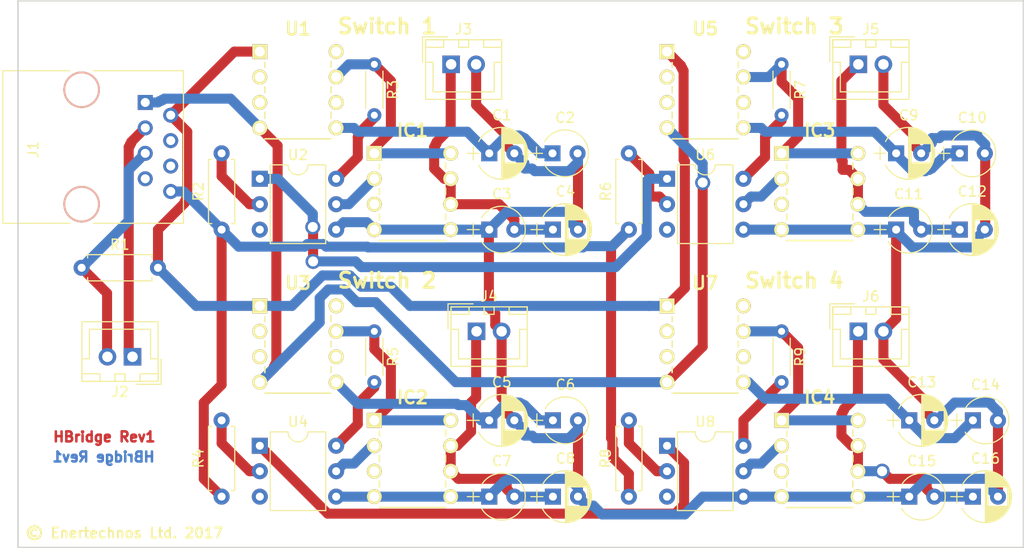
<source format=kicad_pcb>
(kicad_pcb (version 4) (host pcbnew 4.0.6)

  (general
    (links 97)
    (no_connects 1)
    (area 31.674999 50.724999 132.155001 105.485001)
    (thickness 1.6)
    (drawings 11)
    (tracks 415)
    (zones 0)
    (modules 43)
    (nets 44)
  )

  (page A4)
  (layers
    (0 F.Cu signal)
    (31 B.Cu signal)
    (33 F.Adhes user)
    (35 F.Paste user)
    (37 F.SilkS user)
    (39 F.Mask user)
    (40 Dwgs.User user)
    (41 Cmts.User user)
    (42 Eco1.User user)
    (43 Eco2.User user)
    (44 Edge.Cuts user)
    (45 Margin user)
    (47 F.CrtYd user)
    (49 F.Fab user)
  )

  (setup
    (last_trace_width 1)
    (trace_clearance 0.4)
    (zone_clearance 0.35)
    (zone_45_only no)
    (trace_min 0.2)
    (segment_width 0.2)
    (edge_width 0.15)
    (via_size 1.5)
    (via_drill 1)
    (via_min_size 0.4)
    (via_min_drill 0.3)
    (uvia_size 1)
    (uvia_drill 0.5)
    (uvias_allowed no)
    (uvia_min_size 0.2)
    (uvia_min_drill 0.1)
    (pcb_text_width 0.3)
    (pcb_text_size 1.5 1.5)
    (mod_edge_width 0.15)
    (mod_text_size 1 1)
    (mod_text_width 0.15)
    (pad_size 1.524 1.524)
    (pad_drill 0.762)
    (pad_to_mask_clearance 0.2)
    (aux_axis_origin 0 0)
    (visible_elements 7FFFFFFF)
    (pcbplotparams
      (layerselection 0x00030_80000001)
      (usegerberextensions false)
      (excludeedgelayer true)
      (linewidth 0.100000)
      (plotframeref false)
      (viasonmask false)
      (mode 1)
      (useauxorigin false)
      (hpglpennumber 1)
      (hpglpenspeed 20)
      (hpglpendiameter 15)
      (hpglpenoverlay 2)
      (psnegative false)
      (psa4output false)
      (plotreference true)
      (plotvalue true)
      (plotinvisibletext false)
      (padsonsilk false)
      (subtractmaskfromsilk false)
      (outputformat 1)
      (mirror false)
      (drillshape 1)
      (scaleselection 1)
      (outputdirectory ""))
  )

  (net 0 "")
  (net 1 "Net-(C1-Pad1)")
  (net 2 Earth)
  (net 3 "Net-(C3-Pad2)")
  (net 4 "Net-(C5-Pad1)")
  (net 5 "Net-(C7-Pad2)")
  (net 6 "Net-(C10-Pad1)")
  (net 7 "Net-(C11-Pad2)")
  (net 8 "Net-(C13-Pad1)")
  (net 9 "Net-(C15-Pad2)")
  (net 10 "Net-(IC1-Pad1)")
  (net 11 "Net-(IC1-Pad2)")
  (net 12 "Net-(IC1-Pad3)")
  (net 13 "Net-(IC2-Pad1)")
  (net 14 "Net-(IC2-Pad2)")
  (net 15 "Net-(IC2-Pad3)")
  (net 16 "Net-(IC3-Pad1)")
  (net 17 "Net-(IC3-Pad2)")
  (net 18 "Net-(IC3-Pad3)")
  (net 19 "Net-(IC4-Pad1)")
  (net 20 "Net-(IC4-Pad2)")
  (net 21 "Net-(IC4-Pad3)")
  (net 22 DC_IN)
  (net 23 DC_GND)
  (net 24 ARD_5V)
  (net 25 ARD_PWM_A)
  (net 26 ARD_TEMP)
  (net 27 ARD_PWM_B)
  (net 28 ARD_SRC_V)
  (net 29 ARD_GND)
  (net 30 "Net-(R2-Pad2)")
  (net 31 "Net-(R3-Pad2)")
  (net 32 "Net-(R4-Pad2)")
  (net 33 "Net-(R5-Pad2)")
  (net 34 "Net-(R6-Pad2)")
  (net 35 "Net-(R7-Pad2)")
  (net 36 "Net-(R8-Pad2)")
  (net 37 "Net-(R9-Pad2)")
  (net 38 DRV_SIG_A)
  (net 39 "Net-(U2-Pad3)")
  (net 40 DRV_SIG_B)
  (net 41 "Net-(U4-Pad3)")
  (net 42 "Net-(U6-Pad3)")
  (net 43 "Net-(U8-Pad3)")

  (net_class Default "This is the default net class."
    (clearance 0.4)
    (trace_width 1)
    (via_dia 1.5)
    (via_drill 1)
    (uvia_dia 1)
    (uvia_drill 0.5)
    (add_net ARD_5V)
    (add_net ARD_GND)
    (add_net ARD_PWM_A)
    (add_net ARD_PWM_B)
    (add_net ARD_SRC_V)
    (add_net ARD_TEMP)
    (add_net DC_GND)
    (add_net DC_IN)
    (add_net DRV_SIG_A)
    (add_net DRV_SIG_B)
    (add_net Earth)
    (add_net "Net-(C1-Pad1)")
    (add_net "Net-(C10-Pad1)")
    (add_net "Net-(C11-Pad2)")
    (add_net "Net-(C13-Pad1)")
    (add_net "Net-(C15-Pad2)")
    (add_net "Net-(C3-Pad2)")
    (add_net "Net-(C5-Pad1)")
    (add_net "Net-(C7-Pad2)")
    (add_net "Net-(IC1-Pad1)")
    (add_net "Net-(IC1-Pad2)")
    (add_net "Net-(IC1-Pad3)")
    (add_net "Net-(IC2-Pad1)")
    (add_net "Net-(IC2-Pad2)")
    (add_net "Net-(IC2-Pad3)")
    (add_net "Net-(IC3-Pad1)")
    (add_net "Net-(IC3-Pad2)")
    (add_net "Net-(IC3-Pad3)")
    (add_net "Net-(IC4-Pad1)")
    (add_net "Net-(IC4-Pad2)")
    (add_net "Net-(IC4-Pad3)")
    (add_net "Net-(R2-Pad2)")
    (add_net "Net-(R3-Pad2)")
    (add_net "Net-(R4-Pad2)")
    (add_net "Net-(R5-Pad2)")
    (add_net "Net-(R6-Pad2)")
    (add_net "Net-(R7-Pad2)")
    (add_net "Net-(R8-Pad2)")
    (add_net "Net-(R9-Pad2)")
    (add_net "Net-(U2-Pad3)")
    (add_net "Net-(U4-Pad3)")
    (add_net "Net-(U6-Pad3)")
    (add_net "Net-(U8-Pad3)")
  )

  (module Capacitors_THT:CP_Radial_Tantal_D4.5mm_P2.50mm (layer F.Cu) (tedit 597C781B) (tstamp 59A6E9D7)
    (at 125.73 66.04)
    (descr "CP, Radial_Tantal series, Radial, pin pitch=2.50mm, , diameter=4.5mm, Tantal Electrolytic Capacitor, http://cdn-reichelt.de/documents/datenblatt/B300/TANTAL-TB-Serie%23.pdf")
    (tags "CP Radial_Tantal series Radial pin pitch 2.50mm  diameter 4.5mm Tantal Electrolytic Capacitor")
    (path /59A71299/59A6D3E0)
    (fp_text reference C10 (at 1.25 -3.56) (layer F.SilkS)
      (effects (font (size 1 1) (thickness 0.15)))
    )
    (fp_text value 100nF (at 1.25 3.56) (layer F.Fab)
      (effects (font (size 1 1) (thickness 0.15)))
    )
    (fp_arc (start 1.25 0) (end -0.770693 -1.18) (angle 119.4) (layer F.SilkS) (width 0.12))
    (fp_arc (start 1.25 0) (end -0.770693 1.18) (angle -119.4) (layer F.SilkS) (width 0.12))
    (fp_arc (start 1.25 0) (end 3.270693 -1.18) (angle 60.6) (layer F.SilkS) (width 0.12))
    (fp_circle (center 1.25 0) (end 3.5 0) (layer F.Fab) (width 0.1))
    (fp_line (start -2.2 0) (end -1 0) (layer F.Fab) (width 0.1))
    (fp_line (start -1.6 -0.65) (end -1.6 0.65) (layer F.Fab) (width 0.1))
    (fp_line (start -2.2 0) (end -1 0) (layer F.SilkS) (width 0.12))
    (fp_line (start -1.6 -0.65) (end -1.6 0.65) (layer F.SilkS) (width 0.12))
    (fp_line (start -1.35 -2.6) (end -1.35 2.6) (layer F.CrtYd) (width 0.05))
    (fp_line (start -1.35 2.6) (end 3.85 2.6) (layer F.CrtYd) (width 0.05))
    (fp_line (start 3.85 2.6) (end 3.85 -2.6) (layer F.CrtYd) (width 0.05))
    (fp_line (start 3.85 -2.6) (end -1.35 -2.6) (layer F.CrtYd) (width 0.05))
    (fp_text user %R (at 1.25 0) (layer F.Fab)
      (effects (font (size 1 1) (thickness 0.15)))
    )
    (pad 1 thru_hole rect (at 0 0) (size 1.6 1.6) (drill 0.8) (layers *.Cu *.Mask)
      (net 6 "Net-(C10-Pad1)"))
    (pad 2 thru_hole circle (at 2.5 0) (size 1.6 1.6) (drill 0.8) (layers *.Cu *.Mask)
      (net 2 Earth))
    (model ${KISYS3DMOD}/Capacitors_THT.3dshapes/CP_Radial_Tantal_D4.5mm_P2.50mm.wrl
      (at (xyz 0 0 0))
      (scale (xyz 0.3937 0.3937 0.3937))
      (rotate (xyz 0 0 0))
    )
  )

  (module PartsLibraries:TC4422AVPA (layer F.Cu) (tedit 592E9A52) (tstamp 59A6EF40)
    (at 96.52 81.28)
    (descr DIP254P762X432-8)
    (tags "Integrated Circuit")
    (path /59A712A3/59A6D3EA)
    (fp_text reference U7 (at 3.81 -2.286) (layer F.SilkS)
      (effects (font (size 1.27 1.27) (thickness 0.254)))
    )
    (fp_text value NME1212DC (at 3.556 9.906) (layer F.SilkS) hide
      (effects (font (size 1.27 1.27) (thickness 0.254)))
    )
    (fp_line (start 0.508 8.7122) (end 0.508 -1.0922) (layer Dwgs.User) (width 0.1524))
    (fp_line (start 0.508 -1.1938) (end 7.112 -1.1938) (layer Dwgs.User) (width 0.1524))
    (fp_line (start -0.4826 3.048) (end 0.508 3.048) (layer Dwgs.User) (width 0.1524))
    (fp_line (start -0.4826 2.032) (end -0.4826 3.048) (layer Dwgs.User) (width 0.1524))
    (fp_line (start 0.508 2.032) (end -0.4826 2.032) (layer Dwgs.User) (width 0.1524))
    (fp_line (start 0.508 3.048) (end 0.508 2.032) (layer Dwgs.User) (width 0.1524))
    (fp_line (start 7.112 1.5748) (end 7.112 0.9652) (layer F.SilkS) (width 0.1524))
    (fp_line (start 7.112 4.1148) (end 7.112 3.5052) (layer F.SilkS) (width 0.1524))
    (fp_line (start 0.508 6.0452) (end 0.508 6.6548) (layer F.SilkS) (width 0.1524))
    (fp_line (start 0.508 3.5052) (end 0.508 4.1148) (layer F.SilkS) (width 0.1524))
    (fp_line (start 0.508 8.7122) (end 7.112 8.7122) (layer F.SilkS) (width 0.1524))
    (fp_line (start 7.112 6.6548) (end 7.112 6.0452) (layer F.SilkS) (width 0.1524))
    (fp_line (start 0.508 1.0922) (end 0.508 1.5748) (layer F.SilkS) (width 0.1524))
    (fp_line (start 0.508 0.508) (end 0.508 -0.508) (layer Dwgs.User) (width 0.1524))
    (fp_line (start 0.508 -0.508) (end -0.4826 -0.508) (layer Dwgs.User) (width 0.1524))
    (fp_line (start -0.4826 -0.508) (end -0.4826 0.508) (layer Dwgs.User) (width 0.1524))
    (fp_line (start -0.4826 0.508) (end 0.508 0.508) (layer Dwgs.User) (width 0.1524))
    (fp_line (start 0.508 5.588) (end 0.508 4.572) (layer Dwgs.User) (width 0.1524))
    (fp_line (start 0.508 4.572) (end -0.4826 4.572) (layer Dwgs.User) (width 0.1524))
    (fp_line (start -0.4826 4.572) (end -0.4826 5.588) (layer Dwgs.User) (width 0.1524))
    (fp_line (start -0.4826 5.588) (end 0.508 5.588) (layer Dwgs.User) (width 0.1524))
    (fp_line (start 0.508 8.128) (end 0.508 7.112) (layer Dwgs.User) (width 0.1524))
    (fp_line (start 0.508 7.112) (end -0.4826 7.1374) (layer Dwgs.User) (width 0.1524))
    (fp_line (start -0.4826 7.1374) (end -0.4826 8.128) (layer Dwgs.User) (width 0.1524))
    (fp_line (start -0.4826 8.128) (end 0.508 8.128) (layer Dwgs.User) (width 0.1524))
    (fp_line (start 7.112 7.112) (end 7.112 8.128) (layer Dwgs.User) (width 0.1524))
    (fp_line (start 7.112 8.128) (end 8.1026 8.1026) (layer Dwgs.User) (width 0.1524))
    (fp_line (start 8.1026 8.1026) (end 8.1026 7.112) (layer Dwgs.User) (width 0.1524))
    (fp_line (start 8.1026 7.112) (end 7.112 7.112) (layer Dwgs.User) (width 0.1524))
    (fp_line (start 7.112 4.572) (end 7.112 5.588) (layer Dwgs.User) (width 0.1524))
    (fp_line (start 7.112 5.588) (end 8.1026 5.5626) (layer Dwgs.User) (width 0.1524))
    (fp_line (start 8.1026 5.5626) (end 8.1026 4.572) (layer Dwgs.User) (width 0.1524))
    (fp_line (start 8.1026 4.572) (end 7.112 4.572) (layer Dwgs.User) (width 0.1524))
    (fp_line (start 7.112 2.032) (end 7.112 3.048) (layer Dwgs.User) (width 0.1524))
    (fp_line (start 7.112 3.048) (end 8.1026 3.048) (layer Dwgs.User) (width 0.1524))
    (fp_line (start 8.1026 3.048) (end 8.1026 2.032) (layer Dwgs.User) (width 0.1524))
    (fp_line (start 8.1026 2.032) (end 7.112 2.032) (layer Dwgs.User) (width 0.1524))
    (fp_line (start 7.112 -0.508) (end 7.112 0.508) (layer Dwgs.User) (width 0.1524))
    (fp_line (start 7.112 0.508) (end 8.1026 0.508) (layer Dwgs.User) (width 0.1524))
    (fp_line (start 8.1026 0.508) (end 8.1026 -0.508) (layer Dwgs.User) (width 0.1524))
    (fp_line (start 8.1026 -0.508) (end 7.112 -0.508) (layer Dwgs.User) (width 0.1524))
    (fp_line (start 0.508 8.7122) (end 7.112 8.7122) (layer Dwgs.User) (width 0.1524))
    (fp_line (start 7.112 8.7122) (end 7.112 -1.0922) (layer Dwgs.User) (width 0.1524))
    (pad 1 thru_hole rect (at 0 0 90) (size 1.4859 1.4859) (drill 0.9906) (layers *.Cu *.Mask F.SilkS)
      (net 23 DC_GND))
    (pad 2 thru_hole circle (at 0 2.54 90) (size 1.4859 1.4859) (drill 0.9906) (layers *.Cu *.Mask F.SilkS))
    (pad 3 thru_hole circle (at 0 5.08 90) (size 1.4859 1.4859) (drill 0.9906) (layers *.Cu *.Mask F.SilkS))
    (pad 4 thru_hole circle (at 0 7.62 90) (size 1.4859 1.4859) (drill 0.9906) (layers *.Cu *.Mask F.SilkS)
      (net 22 DC_IN))
    (pad 5 thru_hole circle (at 7.62 7.62 90) (size 1.4859 1.4859) (drill 0.9906) (layers *.Cu *.Mask F.SilkS)
      (net 8 "Net-(C13-Pad1)"))
    (pad 6 thru_hole circle (at 7.62 5.08 90) (size 1.4859 1.4859) (drill 0.9906) (layers *.Cu *.Mask F.SilkS))
    (pad 7 thru_hole circle (at 7.62 2.54 90) (size 1.4859 1.4859) (drill 0.9906) (layers *.Cu *.Mask F.SilkS)
      (net 19 "Net-(IC4-Pad1)"))
    (pad 8 thru_hole circle (at 7.62 0 90) (size 1.4859 1.4859) (drill 0.9906) (layers *.Cu *.Mask F.SilkS))
    (model Housings_DIP.3dshapes/DIP-8_W7.62mm.wrl
      (at (xyz 0 0 0))
      (scale (xyz 1 1 1))
      (rotate (xyz 0 0 0))
    )
  )

  (module PartsLibraries:TC4422AVPA (layer F.Cu) (tedit 592E9A52) (tstamp 59A6EE9E)
    (at 55.88 81.28)
    (descr DIP254P762X432-8)
    (tags "Integrated Circuit")
    (path /59A7109E/59A6D3EA)
    (fp_text reference U3 (at 3.81 -2.286) (layer F.SilkS)
      (effects (font (size 1.27 1.27) (thickness 0.254)))
    )
    (fp_text value NME1212DC (at 3.556 9.906) (layer F.SilkS) hide
      (effects (font (size 1.27 1.27) (thickness 0.254)))
    )
    (fp_line (start 0.508 8.7122) (end 0.508 -1.0922) (layer Dwgs.User) (width 0.1524))
    (fp_line (start 0.508 -1.1938) (end 7.112 -1.1938) (layer Dwgs.User) (width 0.1524))
    (fp_line (start -0.4826 3.048) (end 0.508 3.048) (layer Dwgs.User) (width 0.1524))
    (fp_line (start -0.4826 2.032) (end -0.4826 3.048) (layer Dwgs.User) (width 0.1524))
    (fp_line (start 0.508 2.032) (end -0.4826 2.032) (layer Dwgs.User) (width 0.1524))
    (fp_line (start 0.508 3.048) (end 0.508 2.032) (layer Dwgs.User) (width 0.1524))
    (fp_line (start 7.112 1.5748) (end 7.112 0.9652) (layer F.SilkS) (width 0.1524))
    (fp_line (start 7.112 4.1148) (end 7.112 3.5052) (layer F.SilkS) (width 0.1524))
    (fp_line (start 0.508 6.0452) (end 0.508 6.6548) (layer F.SilkS) (width 0.1524))
    (fp_line (start 0.508 3.5052) (end 0.508 4.1148) (layer F.SilkS) (width 0.1524))
    (fp_line (start 0.508 8.7122) (end 7.112 8.7122) (layer F.SilkS) (width 0.1524))
    (fp_line (start 7.112 6.6548) (end 7.112 6.0452) (layer F.SilkS) (width 0.1524))
    (fp_line (start 0.508 1.0922) (end 0.508 1.5748) (layer F.SilkS) (width 0.1524))
    (fp_line (start 0.508 0.508) (end 0.508 -0.508) (layer Dwgs.User) (width 0.1524))
    (fp_line (start 0.508 -0.508) (end -0.4826 -0.508) (layer Dwgs.User) (width 0.1524))
    (fp_line (start -0.4826 -0.508) (end -0.4826 0.508) (layer Dwgs.User) (width 0.1524))
    (fp_line (start -0.4826 0.508) (end 0.508 0.508) (layer Dwgs.User) (width 0.1524))
    (fp_line (start 0.508 5.588) (end 0.508 4.572) (layer Dwgs.User) (width 0.1524))
    (fp_line (start 0.508 4.572) (end -0.4826 4.572) (layer Dwgs.User) (width 0.1524))
    (fp_line (start -0.4826 4.572) (end -0.4826 5.588) (layer Dwgs.User) (width 0.1524))
    (fp_line (start -0.4826 5.588) (end 0.508 5.588) (layer Dwgs.User) (width 0.1524))
    (fp_line (start 0.508 8.128) (end 0.508 7.112) (layer Dwgs.User) (width 0.1524))
    (fp_line (start 0.508 7.112) (end -0.4826 7.1374) (layer Dwgs.User) (width 0.1524))
    (fp_line (start -0.4826 7.1374) (end -0.4826 8.128) (layer Dwgs.User) (width 0.1524))
    (fp_line (start -0.4826 8.128) (end 0.508 8.128) (layer Dwgs.User) (width 0.1524))
    (fp_line (start 7.112 7.112) (end 7.112 8.128) (layer Dwgs.User) (width 0.1524))
    (fp_line (start 7.112 8.128) (end 8.1026 8.1026) (layer Dwgs.User) (width 0.1524))
    (fp_line (start 8.1026 8.1026) (end 8.1026 7.112) (layer Dwgs.User) (width 0.1524))
    (fp_line (start 8.1026 7.112) (end 7.112 7.112) (layer Dwgs.User) (width 0.1524))
    (fp_line (start 7.112 4.572) (end 7.112 5.588) (layer Dwgs.User) (width 0.1524))
    (fp_line (start 7.112 5.588) (end 8.1026 5.5626) (layer Dwgs.User) (width 0.1524))
    (fp_line (start 8.1026 5.5626) (end 8.1026 4.572) (layer Dwgs.User) (width 0.1524))
    (fp_line (start 8.1026 4.572) (end 7.112 4.572) (layer Dwgs.User) (width 0.1524))
    (fp_line (start 7.112 2.032) (end 7.112 3.048) (layer Dwgs.User) (width 0.1524))
    (fp_line (start 7.112 3.048) (end 8.1026 3.048) (layer Dwgs.User) (width 0.1524))
    (fp_line (start 8.1026 3.048) (end 8.1026 2.032) (layer Dwgs.User) (width 0.1524))
    (fp_line (start 8.1026 2.032) (end 7.112 2.032) (layer Dwgs.User) (width 0.1524))
    (fp_line (start 7.112 -0.508) (end 7.112 0.508) (layer Dwgs.User) (width 0.1524))
    (fp_line (start 7.112 0.508) (end 8.1026 0.508) (layer Dwgs.User) (width 0.1524))
    (fp_line (start 8.1026 0.508) (end 8.1026 -0.508) (layer Dwgs.User) (width 0.1524))
    (fp_line (start 8.1026 -0.508) (end 7.112 -0.508) (layer Dwgs.User) (width 0.1524))
    (fp_line (start 0.508 8.7122) (end 7.112 8.7122) (layer Dwgs.User) (width 0.1524))
    (fp_line (start 7.112 8.7122) (end 7.112 -1.0922) (layer Dwgs.User) (width 0.1524))
    (pad 1 thru_hole rect (at 0 0 90) (size 1.4859 1.4859) (drill 0.9906) (layers *.Cu *.Mask F.SilkS)
      (net 23 DC_GND))
    (pad 2 thru_hole circle (at 0 2.54 90) (size 1.4859 1.4859) (drill 0.9906) (layers *.Cu *.Mask F.SilkS))
    (pad 3 thru_hole circle (at 0 5.08 90) (size 1.4859 1.4859) (drill 0.9906) (layers *.Cu *.Mask F.SilkS))
    (pad 4 thru_hole circle (at 0 7.62 90) (size 1.4859 1.4859) (drill 0.9906) (layers *.Cu *.Mask F.SilkS)
      (net 22 DC_IN))
    (pad 5 thru_hole circle (at 7.62 7.62 90) (size 1.4859 1.4859) (drill 0.9906) (layers *.Cu *.Mask F.SilkS)
      (net 4 "Net-(C5-Pad1)"))
    (pad 6 thru_hole circle (at 7.62 5.08 90) (size 1.4859 1.4859) (drill 0.9906) (layers *.Cu *.Mask F.SilkS))
    (pad 7 thru_hole circle (at 7.62 2.54 90) (size 1.4859 1.4859) (drill 0.9906) (layers *.Cu *.Mask F.SilkS)
      (net 13 "Net-(IC2-Pad1)"))
    (pad 8 thru_hole circle (at 7.62 0 90) (size 1.4859 1.4859) (drill 0.9906) (layers *.Cu *.Mask F.SilkS))
    (model Housings_DIP.3dshapes/DIP-8_W7.62mm.wrl
      (at (xyz 0 0 0))
      (scale (xyz 1 1 1))
      (rotate (xyz 0 0 0))
    )
  )

  (module PartsLibraries:TC4422AVPA (layer F.Cu) (tedit 592E9A52) (tstamp 59A6EEEF)
    (at 96.52 55.88)
    (descr DIP254P762X432-8)
    (tags "Integrated Circuit")
    (path /59A71299/59A6D3EA)
    (fp_text reference U5 (at 3.81 -2.286) (layer F.SilkS)
      (effects (font (size 1.27 1.27) (thickness 0.254)))
    )
    (fp_text value NME1212DC (at 3.556 9.906) (layer F.SilkS) hide
      (effects (font (size 1.27 1.27) (thickness 0.254)))
    )
    (fp_line (start 0.508 8.7122) (end 0.508 -1.0922) (layer Dwgs.User) (width 0.1524))
    (fp_line (start 0.508 -1.1938) (end 7.112 -1.1938) (layer Dwgs.User) (width 0.1524))
    (fp_line (start -0.4826 3.048) (end 0.508 3.048) (layer Dwgs.User) (width 0.1524))
    (fp_line (start -0.4826 2.032) (end -0.4826 3.048) (layer Dwgs.User) (width 0.1524))
    (fp_line (start 0.508 2.032) (end -0.4826 2.032) (layer Dwgs.User) (width 0.1524))
    (fp_line (start 0.508 3.048) (end 0.508 2.032) (layer Dwgs.User) (width 0.1524))
    (fp_line (start 7.112 1.5748) (end 7.112 0.9652) (layer F.SilkS) (width 0.1524))
    (fp_line (start 7.112 4.1148) (end 7.112 3.5052) (layer F.SilkS) (width 0.1524))
    (fp_line (start 0.508 6.0452) (end 0.508 6.6548) (layer F.SilkS) (width 0.1524))
    (fp_line (start 0.508 3.5052) (end 0.508 4.1148) (layer F.SilkS) (width 0.1524))
    (fp_line (start 0.508 8.7122) (end 7.112 8.7122) (layer F.SilkS) (width 0.1524))
    (fp_line (start 7.112 6.6548) (end 7.112 6.0452) (layer F.SilkS) (width 0.1524))
    (fp_line (start 0.508 1.0922) (end 0.508 1.5748) (layer F.SilkS) (width 0.1524))
    (fp_line (start 0.508 0.508) (end 0.508 -0.508) (layer Dwgs.User) (width 0.1524))
    (fp_line (start 0.508 -0.508) (end -0.4826 -0.508) (layer Dwgs.User) (width 0.1524))
    (fp_line (start -0.4826 -0.508) (end -0.4826 0.508) (layer Dwgs.User) (width 0.1524))
    (fp_line (start -0.4826 0.508) (end 0.508 0.508) (layer Dwgs.User) (width 0.1524))
    (fp_line (start 0.508 5.588) (end 0.508 4.572) (layer Dwgs.User) (width 0.1524))
    (fp_line (start 0.508 4.572) (end -0.4826 4.572) (layer Dwgs.User) (width 0.1524))
    (fp_line (start -0.4826 4.572) (end -0.4826 5.588) (layer Dwgs.User) (width 0.1524))
    (fp_line (start -0.4826 5.588) (end 0.508 5.588) (layer Dwgs.User) (width 0.1524))
    (fp_line (start 0.508 8.128) (end 0.508 7.112) (layer Dwgs.User) (width 0.1524))
    (fp_line (start 0.508 7.112) (end -0.4826 7.1374) (layer Dwgs.User) (width 0.1524))
    (fp_line (start -0.4826 7.1374) (end -0.4826 8.128) (layer Dwgs.User) (width 0.1524))
    (fp_line (start -0.4826 8.128) (end 0.508 8.128) (layer Dwgs.User) (width 0.1524))
    (fp_line (start 7.112 7.112) (end 7.112 8.128) (layer Dwgs.User) (width 0.1524))
    (fp_line (start 7.112 8.128) (end 8.1026 8.1026) (layer Dwgs.User) (width 0.1524))
    (fp_line (start 8.1026 8.1026) (end 8.1026 7.112) (layer Dwgs.User) (width 0.1524))
    (fp_line (start 8.1026 7.112) (end 7.112 7.112) (layer Dwgs.User) (width 0.1524))
    (fp_line (start 7.112 4.572) (end 7.112 5.588) (layer Dwgs.User) (width 0.1524))
    (fp_line (start 7.112 5.588) (end 8.1026 5.5626) (layer Dwgs.User) (width 0.1524))
    (fp_line (start 8.1026 5.5626) (end 8.1026 4.572) (layer Dwgs.User) (width 0.1524))
    (fp_line (start 8.1026 4.572) (end 7.112 4.572) (layer Dwgs.User) (width 0.1524))
    (fp_line (start 7.112 2.032) (end 7.112 3.048) (layer Dwgs.User) (width 0.1524))
    (fp_line (start 7.112 3.048) (end 8.1026 3.048) (layer Dwgs.User) (width 0.1524))
    (fp_line (start 8.1026 3.048) (end 8.1026 2.032) (layer Dwgs.User) (width 0.1524))
    (fp_line (start 8.1026 2.032) (end 7.112 2.032) (layer Dwgs.User) (width 0.1524))
    (fp_line (start 7.112 -0.508) (end 7.112 0.508) (layer Dwgs.User) (width 0.1524))
    (fp_line (start 7.112 0.508) (end 8.1026 0.508) (layer Dwgs.User) (width 0.1524))
    (fp_line (start 8.1026 0.508) (end 8.1026 -0.508) (layer Dwgs.User) (width 0.1524))
    (fp_line (start 8.1026 -0.508) (end 7.112 -0.508) (layer Dwgs.User) (width 0.1524))
    (fp_line (start 0.508 8.7122) (end 7.112 8.7122) (layer Dwgs.User) (width 0.1524))
    (fp_line (start 7.112 8.7122) (end 7.112 -1.0922) (layer Dwgs.User) (width 0.1524))
    (pad 1 thru_hole rect (at 0 0 90) (size 1.4859 1.4859) (drill 0.9906) (layers *.Cu *.Mask F.SilkS)
      (net 23 DC_GND))
    (pad 2 thru_hole circle (at 0 2.54 90) (size 1.4859 1.4859) (drill 0.9906) (layers *.Cu *.Mask F.SilkS))
    (pad 3 thru_hole circle (at 0 5.08 90) (size 1.4859 1.4859) (drill 0.9906) (layers *.Cu *.Mask F.SilkS))
    (pad 4 thru_hole circle (at 0 7.62 90) (size 1.4859 1.4859) (drill 0.9906) (layers *.Cu *.Mask F.SilkS)
      (net 22 DC_IN))
    (pad 5 thru_hole circle (at 7.62 7.62 90) (size 1.4859 1.4859) (drill 0.9906) (layers *.Cu *.Mask F.SilkS)
      (net 6 "Net-(C10-Pad1)"))
    (pad 6 thru_hole circle (at 7.62 5.08 90) (size 1.4859 1.4859) (drill 0.9906) (layers *.Cu *.Mask F.SilkS))
    (pad 7 thru_hole circle (at 7.62 2.54 90) (size 1.4859 1.4859) (drill 0.9906) (layers *.Cu *.Mask F.SilkS)
      (net 16 "Net-(IC3-Pad1)"))
    (pad 8 thru_hole circle (at 7.62 0 90) (size 1.4859 1.4859) (drill 0.9906) (layers *.Cu *.Mask F.SilkS))
    (model Housings_DIP.3dshapes/DIP-8_W7.62mm.wrl
      (at (xyz 0 0 0))
      (scale (xyz 1 1 1))
      (rotate (xyz 0 0 0))
    )
  )

  (module PartsLibraries:TC4422AVPA (layer F.Cu) (tedit 592E9A52) (tstamp 59A6EC7B)
    (at 107.95 92.71)
    (descr DIP254P762X432-8)
    (tags "Integrated Circuit")
    (path /59A712A3/59498139)
    (fp_text reference IC4 (at 3.81 -2.286) (layer F.SilkS)
      (effects (font (size 1.27 1.27) (thickness 0.254)))
    )
    (fp_text value TC4422AVPA (at 3.556 9.906) (layer F.SilkS) hide
      (effects (font (size 1.27 1.27) (thickness 0.254)))
    )
    (fp_line (start 0.508 8.7122) (end 0.508 -1.0922) (layer Dwgs.User) (width 0.1524))
    (fp_line (start 0.508 -1.1938) (end 7.112 -1.1938) (layer Dwgs.User) (width 0.1524))
    (fp_line (start -0.4826 3.048) (end 0.508 3.048) (layer Dwgs.User) (width 0.1524))
    (fp_line (start -0.4826 2.032) (end -0.4826 3.048) (layer Dwgs.User) (width 0.1524))
    (fp_line (start 0.508 2.032) (end -0.4826 2.032) (layer Dwgs.User) (width 0.1524))
    (fp_line (start 0.508 3.048) (end 0.508 2.032) (layer Dwgs.User) (width 0.1524))
    (fp_line (start 7.112 1.5748) (end 7.112 0.9652) (layer F.SilkS) (width 0.1524))
    (fp_line (start 7.112 4.1148) (end 7.112 3.5052) (layer F.SilkS) (width 0.1524))
    (fp_line (start 0.508 6.0452) (end 0.508 6.6548) (layer F.SilkS) (width 0.1524))
    (fp_line (start 0.508 3.5052) (end 0.508 4.1148) (layer F.SilkS) (width 0.1524))
    (fp_line (start 0.508 8.7122) (end 7.112 8.7122) (layer F.SilkS) (width 0.1524))
    (fp_line (start 7.112 6.6548) (end 7.112 6.0452) (layer F.SilkS) (width 0.1524))
    (fp_line (start 0.508 1.0922) (end 0.508 1.5748) (layer F.SilkS) (width 0.1524))
    (fp_line (start 0.508 0.508) (end 0.508 -0.508) (layer Dwgs.User) (width 0.1524))
    (fp_line (start 0.508 -0.508) (end -0.4826 -0.508) (layer Dwgs.User) (width 0.1524))
    (fp_line (start -0.4826 -0.508) (end -0.4826 0.508) (layer Dwgs.User) (width 0.1524))
    (fp_line (start -0.4826 0.508) (end 0.508 0.508) (layer Dwgs.User) (width 0.1524))
    (fp_line (start 0.508 5.588) (end 0.508 4.572) (layer Dwgs.User) (width 0.1524))
    (fp_line (start 0.508 4.572) (end -0.4826 4.572) (layer Dwgs.User) (width 0.1524))
    (fp_line (start -0.4826 4.572) (end -0.4826 5.588) (layer Dwgs.User) (width 0.1524))
    (fp_line (start -0.4826 5.588) (end 0.508 5.588) (layer Dwgs.User) (width 0.1524))
    (fp_line (start 0.508 8.128) (end 0.508 7.112) (layer Dwgs.User) (width 0.1524))
    (fp_line (start 0.508 7.112) (end -0.4826 7.1374) (layer Dwgs.User) (width 0.1524))
    (fp_line (start -0.4826 7.1374) (end -0.4826 8.128) (layer Dwgs.User) (width 0.1524))
    (fp_line (start -0.4826 8.128) (end 0.508 8.128) (layer Dwgs.User) (width 0.1524))
    (fp_line (start 7.112 7.112) (end 7.112 8.128) (layer Dwgs.User) (width 0.1524))
    (fp_line (start 7.112 8.128) (end 8.1026 8.1026) (layer Dwgs.User) (width 0.1524))
    (fp_line (start 8.1026 8.1026) (end 8.1026 7.112) (layer Dwgs.User) (width 0.1524))
    (fp_line (start 8.1026 7.112) (end 7.112 7.112) (layer Dwgs.User) (width 0.1524))
    (fp_line (start 7.112 4.572) (end 7.112 5.588) (layer Dwgs.User) (width 0.1524))
    (fp_line (start 7.112 5.588) (end 8.1026 5.5626) (layer Dwgs.User) (width 0.1524))
    (fp_line (start 8.1026 5.5626) (end 8.1026 4.572) (layer Dwgs.User) (width 0.1524))
    (fp_line (start 8.1026 4.572) (end 7.112 4.572) (layer Dwgs.User) (width 0.1524))
    (fp_line (start 7.112 2.032) (end 7.112 3.048) (layer Dwgs.User) (width 0.1524))
    (fp_line (start 7.112 3.048) (end 8.1026 3.048) (layer Dwgs.User) (width 0.1524))
    (fp_line (start 8.1026 3.048) (end 8.1026 2.032) (layer Dwgs.User) (width 0.1524))
    (fp_line (start 8.1026 2.032) (end 7.112 2.032) (layer Dwgs.User) (width 0.1524))
    (fp_line (start 7.112 -0.508) (end 7.112 0.508) (layer Dwgs.User) (width 0.1524))
    (fp_line (start 7.112 0.508) (end 8.1026 0.508) (layer Dwgs.User) (width 0.1524))
    (fp_line (start 8.1026 0.508) (end 8.1026 -0.508) (layer Dwgs.User) (width 0.1524))
    (fp_line (start 8.1026 -0.508) (end 7.112 -0.508) (layer Dwgs.User) (width 0.1524))
    (fp_line (start 0.508 8.7122) (end 7.112 8.7122) (layer Dwgs.User) (width 0.1524))
    (fp_line (start 7.112 8.7122) (end 7.112 -1.0922) (layer Dwgs.User) (width 0.1524))
    (pad 1 thru_hole rect (at 0 0 90) (size 1.4859 1.4859) (drill 0.9906) (layers *.Cu *.Mask F.SilkS)
      (net 19 "Net-(IC4-Pad1)"))
    (pad 2 thru_hole circle (at 0 2.54 90) (size 1.4859 1.4859) (drill 0.9906) (layers *.Cu *.Mask F.SilkS)
      (net 20 "Net-(IC4-Pad2)"))
    (pad 3 thru_hole circle (at 0 5.08 90) (size 1.4859 1.4859) (drill 0.9906) (layers *.Cu *.Mask F.SilkS)
      (net 21 "Net-(IC4-Pad3)"))
    (pad 4 thru_hole circle (at 0 7.62 90) (size 1.4859 1.4859) (drill 0.9906) (layers *.Cu *.Mask F.SilkS)
      (net 2 Earth))
    (pad 5 thru_hole circle (at 7.62 7.62 90) (size 1.4859 1.4859) (drill 0.9906) (layers *.Cu *.Mask F.SilkS)
      (net 2 Earth))
    (pad 6 thru_hole circle (at 7.62 5.08 90) (size 1.4859 1.4859) (drill 0.9906) (layers *.Cu *.Mask F.SilkS)
      (net 9 "Net-(C15-Pad2)"))
    (pad 7 thru_hole circle (at 7.62 2.54 90) (size 1.4859 1.4859) (drill 0.9906) (layers *.Cu *.Mask F.SilkS)
      (net 9 "Net-(C15-Pad2)"))
    (pad 8 thru_hole circle (at 7.62 0 90) (size 1.4859 1.4859) (drill 0.9906) (layers *.Cu *.Mask F.SilkS)
      (net 19 "Net-(IC4-Pad1)"))
    (model Housings_DIP.3dshapes/DIP-8_W7.62mm.wrl
      (at (xyz 0 0 0))
      (scale (xyz 1 1 1))
      (rotate (xyz 0 0 0))
    )
  )

  (module PartsLibraries:TC4422AVPA (layer F.Cu) (tedit 592E9A52) (tstamp 59A6EC0D)
    (at 67.31 92.71)
    (descr DIP254P762X432-8)
    (tags "Integrated Circuit")
    (path /59A7109E/59498139)
    (fp_text reference IC2 (at 3.81 -2.286) (layer F.SilkS)
      (effects (font (size 1.27 1.27) (thickness 0.254)))
    )
    (fp_text value TC4422AVPA (at 3.556 9.906) (layer F.SilkS) hide
      (effects (font (size 1.27 1.27) (thickness 0.254)))
    )
    (fp_line (start 0.508 8.7122) (end 0.508 -1.0922) (layer Dwgs.User) (width 0.1524))
    (fp_line (start 0.508 -1.1938) (end 7.112 -1.1938) (layer Dwgs.User) (width 0.1524))
    (fp_line (start -0.4826 3.048) (end 0.508 3.048) (layer Dwgs.User) (width 0.1524))
    (fp_line (start -0.4826 2.032) (end -0.4826 3.048) (layer Dwgs.User) (width 0.1524))
    (fp_line (start 0.508 2.032) (end -0.4826 2.032) (layer Dwgs.User) (width 0.1524))
    (fp_line (start 0.508 3.048) (end 0.508 2.032) (layer Dwgs.User) (width 0.1524))
    (fp_line (start 7.112 1.5748) (end 7.112 0.9652) (layer F.SilkS) (width 0.1524))
    (fp_line (start 7.112 4.1148) (end 7.112 3.5052) (layer F.SilkS) (width 0.1524))
    (fp_line (start 0.508 6.0452) (end 0.508 6.6548) (layer F.SilkS) (width 0.1524))
    (fp_line (start 0.508 3.5052) (end 0.508 4.1148) (layer F.SilkS) (width 0.1524))
    (fp_line (start 0.508 8.7122) (end 7.112 8.7122) (layer F.SilkS) (width 0.1524))
    (fp_line (start 7.112 6.6548) (end 7.112 6.0452) (layer F.SilkS) (width 0.1524))
    (fp_line (start 0.508 1.0922) (end 0.508 1.5748) (layer F.SilkS) (width 0.1524))
    (fp_line (start 0.508 0.508) (end 0.508 -0.508) (layer Dwgs.User) (width 0.1524))
    (fp_line (start 0.508 -0.508) (end -0.4826 -0.508) (layer Dwgs.User) (width 0.1524))
    (fp_line (start -0.4826 -0.508) (end -0.4826 0.508) (layer Dwgs.User) (width 0.1524))
    (fp_line (start -0.4826 0.508) (end 0.508 0.508) (layer Dwgs.User) (width 0.1524))
    (fp_line (start 0.508 5.588) (end 0.508 4.572) (layer Dwgs.User) (width 0.1524))
    (fp_line (start 0.508 4.572) (end -0.4826 4.572) (layer Dwgs.User) (width 0.1524))
    (fp_line (start -0.4826 4.572) (end -0.4826 5.588) (layer Dwgs.User) (width 0.1524))
    (fp_line (start -0.4826 5.588) (end 0.508 5.588) (layer Dwgs.User) (width 0.1524))
    (fp_line (start 0.508 8.128) (end 0.508 7.112) (layer Dwgs.User) (width 0.1524))
    (fp_line (start 0.508 7.112) (end -0.4826 7.1374) (layer Dwgs.User) (width 0.1524))
    (fp_line (start -0.4826 7.1374) (end -0.4826 8.128) (layer Dwgs.User) (width 0.1524))
    (fp_line (start -0.4826 8.128) (end 0.508 8.128) (layer Dwgs.User) (width 0.1524))
    (fp_line (start 7.112 7.112) (end 7.112 8.128) (layer Dwgs.User) (width 0.1524))
    (fp_line (start 7.112 8.128) (end 8.1026 8.1026) (layer Dwgs.User) (width 0.1524))
    (fp_line (start 8.1026 8.1026) (end 8.1026 7.112) (layer Dwgs.User) (width 0.1524))
    (fp_line (start 8.1026 7.112) (end 7.112 7.112) (layer Dwgs.User) (width 0.1524))
    (fp_line (start 7.112 4.572) (end 7.112 5.588) (layer Dwgs.User) (width 0.1524))
    (fp_line (start 7.112 5.588) (end 8.1026 5.5626) (layer Dwgs.User) (width 0.1524))
    (fp_line (start 8.1026 5.5626) (end 8.1026 4.572) (layer Dwgs.User) (width 0.1524))
    (fp_line (start 8.1026 4.572) (end 7.112 4.572) (layer Dwgs.User) (width 0.1524))
    (fp_line (start 7.112 2.032) (end 7.112 3.048) (layer Dwgs.User) (width 0.1524))
    (fp_line (start 7.112 3.048) (end 8.1026 3.048) (layer Dwgs.User) (width 0.1524))
    (fp_line (start 8.1026 3.048) (end 8.1026 2.032) (layer Dwgs.User) (width 0.1524))
    (fp_line (start 8.1026 2.032) (end 7.112 2.032) (layer Dwgs.User) (width 0.1524))
    (fp_line (start 7.112 -0.508) (end 7.112 0.508) (layer Dwgs.User) (width 0.1524))
    (fp_line (start 7.112 0.508) (end 8.1026 0.508) (layer Dwgs.User) (width 0.1524))
    (fp_line (start 8.1026 0.508) (end 8.1026 -0.508) (layer Dwgs.User) (width 0.1524))
    (fp_line (start 8.1026 -0.508) (end 7.112 -0.508) (layer Dwgs.User) (width 0.1524))
    (fp_line (start 0.508 8.7122) (end 7.112 8.7122) (layer Dwgs.User) (width 0.1524))
    (fp_line (start 7.112 8.7122) (end 7.112 -1.0922) (layer Dwgs.User) (width 0.1524))
    (pad 1 thru_hole rect (at 0 0 90) (size 1.4859 1.4859) (drill 0.9906) (layers *.Cu *.Mask F.SilkS)
      (net 13 "Net-(IC2-Pad1)"))
    (pad 2 thru_hole circle (at 0 2.54 90) (size 1.4859 1.4859) (drill 0.9906) (layers *.Cu *.Mask F.SilkS)
      (net 14 "Net-(IC2-Pad2)"))
    (pad 3 thru_hole circle (at 0 5.08 90) (size 1.4859 1.4859) (drill 0.9906) (layers *.Cu *.Mask F.SilkS)
      (net 15 "Net-(IC2-Pad3)"))
    (pad 4 thru_hole circle (at 0 7.62 90) (size 1.4859 1.4859) (drill 0.9906) (layers *.Cu *.Mask F.SilkS)
      (net 2 Earth))
    (pad 5 thru_hole circle (at 7.62 7.62 90) (size 1.4859 1.4859) (drill 0.9906) (layers *.Cu *.Mask F.SilkS)
      (net 2 Earth))
    (pad 6 thru_hole circle (at 7.62 5.08 90) (size 1.4859 1.4859) (drill 0.9906) (layers *.Cu *.Mask F.SilkS)
      (net 5 "Net-(C7-Pad2)"))
    (pad 7 thru_hole circle (at 7.62 2.54 90) (size 1.4859 1.4859) (drill 0.9906) (layers *.Cu *.Mask F.SilkS)
      (net 5 "Net-(C7-Pad2)"))
    (pad 8 thru_hole circle (at 7.62 0 90) (size 1.4859 1.4859) (drill 0.9906) (layers *.Cu *.Mask F.SilkS)
      (net 13 "Net-(IC2-Pad1)"))
    (model Housings_DIP.3dshapes/DIP-8_W7.62mm.wrl
      (at (xyz 0 0 0))
      (scale (xyz 1 1 1))
      (rotate (xyz 0 0 0))
    )
  )

  (module PartsLibraries:TC4422AVPA (layer F.Cu) (tedit 592E9A52) (tstamp 59A6EC44)
    (at 107.95 66.04)
    (descr DIP254P762X432-8)
    (tags "Integrated Circuit")
    (path /59A71299/59498139)
    (fp_text reference IC3 (at 3.81 -2.286) (layer F.SilkS)
      (effects (font (size 1.27 1.27) (thickness 0.254)))
    )
    (fp_text value TC4422AVPA (at 3.556 9.906) (layer F.SilkS) hide
      (effects (font (size 1.27 1.27) (thickness 0.254)))
    )
    (fp_line (start 0.508 8.7122) (end 0.508 -1.0922) (layer Dwgs.User) (width 0.1524))
    (fp_line (start 0.508 -1.1938) (end 7.112 -1.1938) (layer Dwgs.User) (width 0.1524))
    (fp_line (start -0.4826 3.048) (end 0.508 3.048) (layer Dwgs.User) (width 0.1524))
    (fp_line (start -0.4826 2.032) (end -0.4826 3.048) (layer Dwgs.User) (width 0.1524))
    (fp_line (start 0.508 2.032) (end -0.4826 2.032) (layer Dwgs.User) (width 0.1524))
    (fp_line (start 0.508 3.048) (end 0.508 2.032) (layer Dwgs.User) (width 0.1524))
    (fp_line (start 7.112 1.5748) (end 7.112 0.9652) (layer F.SilkS) (width 0.1524))
    (fp_line (start 7.112 4.1148) (end 7.112 3.5052) (layer F.SilkS) (width 0.1524))
    (fp_line (start 0.508 6.0452) (end 0.508 6.6548) (layer F.SilkS) (width 0.1524))
    (fp_line (start 0.508 3.5052) (end 0.508 4.1148) (layer F.SilkS) (width 0.1524))
    (fp_line (start 0.508 8.7122) (end 7.112 8.7122) (layer F.SilkS) (width 0.1524))
    (fp_line (start 7.112 6.6548) (end 7.112 6.0452) (layer F.SilkS) (width 0.1524))
    (fp_line (start 0.508 1.0922) (end 0.508 1.5748) (layer F.SilkS) (width 0.1524))
    (fp_line (start 0.508 0.508) (end 0.508 -0.508) (layer Dwgs.User) (width 0.1524))
    (fp_line (start 0.508 -0.508) (end -0.4826 -0.508) (layer Dwgs.User) (width 0.1524))
    (fp_line (start -0.4826 -0.508) (end -0.4826 0.508) (layer Dwgs.User) (width 0.1524))
    (fp_line (start -0.4826 0.508) (end 0.508 0.508) (layer Dwgs.User) (width 0.1524))
    (fp_line (start 0.508 5.588) (end 0.508 4.572) (layer Dwgs.User) (width 0.1524))
    (fp_line (start 0.508 4.572) (end -0.4826 4.572) (layer Dwgs.User) (width 0.1524))
    (fp_line (start -0.4826 4.572) (end -0.4826 5.588) (layer Dwgs.User) (width 0.1524))
    (fp_line (start -0.4826 5.588) (end 0.508 5.588) (layer Dwgs.User) (width 0.1524))
    (fp_line (start 0.508 8.128) (end 0.508 7.112) (layer Dwgs.User) (width 0.1524))
    (fp_line (start 0.508 7.112) (end -0.4826 7.1374) (layer Dwgs.User) (width 0.1524))
    (fp_line (start -0.4826 7.1374) (end -0.4826 8.128) (layer Dwgs.User) (width 0.1524))
    (fp_line (start -0.4826 8.128) (end 0.508 8.128) (layer Dwgs.User) (width 0.1524))
    (fp_line (start 7.112 7.112) (end 7.112 8.128) (layer Dwgs.User) (width 0.1524))
    (fp_line (start 7.112 8.128) (end 8.1026 8.1026) (layer Dwgs.User) (width 0.1524))
    (fp_line (start 8.1026 8.1026) (end 8.1026 7.112) (layer Dwgs.User) (width 0.1524))
    (fp_line (start 8.1026 7.112) (end 7.112 7.112) (layer Dwgs.User) (width 0.1524))
    (fp_line (start 7.112 4.572) (end 7.112 5.588) (layer Dwgs.User) (width 0.1524))
    (fp_line (start 7.112 5.588) (end 8.1026 5.5626) (layer Dwgs.User) (width 0.1524))
    (fp_line (start 8.1026 5.5626) (end 8.1026 4.572) (layer Dwgs.User) (width 0.1524))
    (fp_line (start 8.1026 4.572) (end 7.112 4.572) (layer Dwgs.User) (width 0.1524))
    (fp_line (start 7.112 2.032) (end 7.112 3.048) (layer Dwgs.User) (width 0.1524))
    (fp_line (start 7.112 3.048) (end 8.1026 3.048) (layer Dwgs.User) (width 0.1524))
    (fp_line (start 8.1026 3.048) (end 8.1026 2.032) (layer Dwgs.User) (width 0.1524))
    (fp_line (start 8.1026 2.032) (end 7.112 2.032) (layer Dwgs.User) (width 0.1524))
    (fp_line (start 7.112 -0.508) (end 7.112 0.508) (layer Dwgs.User) (width 0.1524))
    (fp_line (start 7.112 0.508) (end 8.1026 0.508) (layer Dwgs.User) (width 0.1524))
    (fp_line (start 8.1026 0.508) (end 8.1026 -0.508) (layer Dwgs.User) (width 0.1524))
    (fp_line (start 8.1026 -0.508) (end 7.112 -0.508) (layer Dwgs.User) (width 0.1524))
    (fp_line (start 0.508 8.7122) (end 7.112 8.7122) (layer Dwgs.User) (width 0.1524))
    (fp_line (start 7.112 8.7122) (end 7.112 -1.0922) (layer Dwgs.User) (width 0.1524))
    (pad 1 thru_hole rect (at 0 0 90) (size 1.4859 1.4859) (drill 0.9906) (layers *.Cu *.Mask F.SilkS)
      (net 16 "Net-(IC3-Pad1)"))
    (pad 2 thru_hole circle (at 0 2.54 90) (size 1.4859 1.4859) (drill 0.9906) (layers *.Cu *.Mask F.SilkS)
      (net 17 "Net-(IC3-Pad2)"))
    (pad 3 thru_hole circle (at 0 5.08 90) (size 1.4859 1.4859) (drill 0.9906) (layers *.Cu *.Mask F.SilkS)
      (net 18 "Net-(IC3-Pad3)"))
    (pad 4 thru_hole circle (at 0 7.62 90) (size 1.4859 1.4859) (drill 0.9906) (layers *.Cu *.Mask F.SilkS)
      (net 2 Earth))
    (pad 5 thru_hole circle (at 7.62 7.62 90) (size 1.4859 1.4859) (drill 0.9906) (layers *.Cu *.Mask F.SilkS)
      (net 2 Earth))
    (pad 6 thru_hole circle (at 7.62 5.08 90) (size 1.4859 1.4859) (drill 0.9906) (layers *.Cu *.Mask F.SilkS)
      (net 7 "Net-(C11-Pad2)"))
    (pad 7 thru_hole circle (at 7.62 2.54 90) (size 1.4859 1.4859) (drill 0.9906) (layers *.Cu *.Mask F.SilkS)
      (net 7 "Net-(C11-Pad2)"))
    (pad 8 thru_hole circle (at 7.62 0 90) (size 1.4859 1.4859) (drill 0.9906) (layers *.Cu *.Mask F.SilkS)
      (net 16 "Net-(IC3-Pad1)"))
    (model Housings_DIP.3dshapes/DIP-8_W7.62mm.wrl
      (at (xyz 0 0 0))
      (scale (xyz 1 1 1))
      (rotate (xyz 0 0 0))
    )
  )

  (module PartsLibraries:TC4422AVPA (layer F.Cu) (tedit 592E9A52) (tstamp 59A6EBD6)
    (at 67.31 66.04)
    (descr DIP254P762X432-8)
    (tags "Integrated Circuit")
    (path /59498AA5/59498139)
    (fp_text reference IC1 (at 3.81 -2.286) (layer F.SilkS)
      (effects (font (size 1.27 1.27) (thickness 0.254)))
    )
    (fp_text value TC4422AVPA (at 3.556 9.906) (layer F.SilkS) hide
      (effects (font (size 1.27 1.27) (thickness 0.254)))
    )
    (fp_line (start 0.508 8.7122) (end 0.508 -1.0922) (layer Dwgs.User) (width 0.1524))
    (fp_line (start 0.508 -1.1938) (end 7.112 -1.1938) (layer Dwgs.User) (width 0.1524))
    (fp_line (start -0.4826 3.048) (end 0.508 3.048) (layer Dwgs.User) (width 0.1524))
    (fp_line (start -0.4826 2.032) (end -0.4826 3.048) (layer Dwgs.User) (width 0.1524))
    (fp_line (start 0.508 2.032) (end -0.4826 2.032) (layer Dwgs.User) (width 0.1524))
    (fp_line (start 0.508 3.048) (end 0.508 2.032) (layer Dwgs.User) (width 0.1524))
    (fp_line (start 7.112 1.5748) (end 7.112 0.9652) (layer F.SilkS) (width 0.1524))
    (fp_line (start 7.112 4.1148) (end 7.112 3.5052) (layer F.SilkS) (width 0.1524))
    (fp_line (start 0.508 6.0452) (end 0.508 6.6548) (layer F.SilkS) (width 0.1524))
    (fp_line (start 0.508 3.5052) (end 0.508 4.1148) (layer F.SilkS) (width 0.1524))
    (fp_line (start 0.508 8.7122) (end 7.112 8.7122) (layer F.SilkS) (width 0.1524))
    (fp_line (start 7.112 6.6548) (end 7.112 6.0452) (layer F.SilkS) (width 0.1524))
    (fp_line (start 0.508 1.0922) (end 0.508 1.5748) (layer F.SilkS) (width 0.1524))
    (fp_line (start 0.508 0.508) (end 0.508 -0.508) (layer Dwgs.User) (width 0.1524))
    (fp_line (start 0.508 -0.508) (end -0.4826 -0.508) (layer Dwgs.User) (width 0.1524))
    (fp_line (start -0.4826 -0.508) (end -0.4826 0.508) (layer Dwgs.User) (width 0.1524))
    (fp_line (start -0.4826 0.508) (end 0.508 0.508) (layer Dwgs.User) (width 0.1524))
    (fp_line (start 0.508 5.588) (end 0.508 4.572) (layer Dwgs.User) (width 0.1524))
    (fp_line (start 0.508 4.572) (end -0.4826 4.572) (layer Dwgs.User) (width 0.1524))
    (fp_line (start -0.4826 4.572) (end -0.4826 5.588) (layer Dwgs.User) (width 0.1524))
    (fp_line (start -0.4826 5.588) (end 0.508 5.588) (layer Dwgs.User) (width 0.1524))
    (fp_line (start 0.508 8.128) (end 0.508 7.112) (layer Dwgs.User) (width 0.1524))
    (fp_line (start 0.508 7.112) (end -0.4826 7.1374) (layer Dwgs.User) (width 0.1524))
    (fp_line (start -0.4826 7.1374) (end -0.4826 8.128) (layer Dwgs.User) (width 0.1524))
    (fp_line (start -0.4826 8.128) (end 0.508 8.128) (layer Dwgs.User) (width 0.1524))
    (fp_line (start 7.112 7.112) (end 7.112 8.128) (layer Dwgs.User) (width 0.1524))
    (fp_line (start 7.112 8.128) (end 8.1026 8.1026) (layer Dwgs.User) (width 0.1524))
    (fp_line (start 8.1026 8.1026) (end 8.1026 7.112) (layer Dwgs.User) (width 0.1524))
    (fp_line (start 8.1026 7.112) (end 7.112 7.112) (layer Dwgs.User) (width 0.1524))
    (fp_line (start 7.112 4.572) (end 7.112 5.588) (layer Dwgs.User) (width 0.1524))
    (fp_line (start 7.112 5.588) (end 8.1026 5.5626) (layer Dwgs.User) (width 0.1524))
    (fp_line (start 8.1026 5.5626) (end 8.1026 4.572) (layer Dwgs.User) (width 0.1524))
    (fp_line (start 8.1026 4.572) (end 7.112 4.572) (layer Dwgs.User) (width 0.1524))
    (fp_line (start 7.112 2.032) (end 7.112 3.048) (layer Dwgs.User) (width 0.1524))
    (fp_line (start 7.112 3.048) (end 8.1026 3.048) (layer Dwgs.User) (width 0.1524))
    (fp_line (start 8.1026 3.048) (end 8.1026 2.032) (layer Dwgs.User) (width 0.1524))
    (fp_line (start 8.1026 2.032) (end 7.112 2.032) (layer Dwgs.User) (width 0.1524))
    (fp_line (start 7.112 -0.508) (end 7.112 0.508) (layer Dwgs.User) (width 0.1524))
    (fp_line (start 7.112 0.508) (end 8.1026 0.508) (layer Dwgs.User) (width 0.1524))
    (fp_line (start 8.1026 0.508) (end 8.1026 -0.508) (layer Dwgs.User) (width 0.1524))
    (fp_line (start 8.1026 -0.508) (end 7.112 -0.508) (layer Dwgs.User) (width 0.1524))
    (fp_line (start 0.508 8.7122) (end 7.112 8.7122) (layer Dwgs.User) (width 0.1524))
    (fp_line (start 7.112 8.7122) (end 7.112 -1.0922) (layer Dwgs.User) (width 0.1524))
    (pad 1 thru_hole rect (at 0 0 90) (size 1.4859 1.4859) (drill 0.9906) (layers *.Cu *.Mask F.SilkS)
      (net 10 "Net-(IC1-Pad1)"))
    (pad 2 thru_hole circle (at 0 2.54 90) (size 1.4859 1.4859) (drill 0.9906) (layers *.Cu *.Mask F.SilkS)
      (net 11 "Net-(IC1-Pad2)"))
    (pad 3 thru_hole circle (at 0 5.08 90) (size 1.4859 1.4859) (drill 0.9906) (layers *.Cu *.Mask F.SilkS)
      (net 12 "Net-(IC1-Pad3)"))
    (pad 4 thru_hole circle (at 0 7.62 90) (size 1.4859 1.4859) (drill 0.9906) (layers *.Cu *.Mask F.SilkS)
      (net 2 Earth))
    (pad 5 thru_hole circle (at 7.62 7.62 90) (size 1.4859 1.4859) (drill 0.9906) (layers *.Cu *.Mask F.SilkS)
      (net 2 Earth))
    (pad 6 thru_hole circle (at 7.62 5.08 90) (size 1.4859 1.4859) (drill 0.9906) (layers *.Cu *.Mask F.SilkS)
      (net 3 "Net-(C3-Pad2)"))
    (pad 7 thru_hole circle (at 7.62 2.54 90) (size 1.4859 1.4859) (drill 0.9906) (layers *.Cu *.Mask F.SilkS)
      (net 3 "Net-(C3-Pad2)"))
    (pad 8 thru_hole circle (at 7.62 0 90) (size 1.4859 1.4859) (drill 0.9906) (layers *.Cu *.Mask F.SilkS)
      (net 10 "Net-(IC1-Pad1)"))
    (model Housings_DIP.3dshapes/DIP-8_W7.62mm.wrl
      (at (xyz 0 0 0))
      (scale (xyz 1 1 1))
      (rotate (xyz 0 0 0))
    )
  )

  (module PartsLibraries:TC4422AVPA (layer F.Cu) (tedit 592E9A52) (tstamp 59A6EE4D)
    (at 55.88 55.88)
    (descr DIP254P762X432-8)
    (tags "Integrated Circuit")
    (path /59498AA5/59A6D3EA)
    (fp_text reference U1 (at 3.81 -2.286) (layer F.SilkS)
      (effects (font (size 1.27 1.27) (thickness 0.254)))
    )
    (fp_text value NME1212DC (at 3.556 9.906) (layer F.SilkS) hide
      (effects (font (size 1.27 1.27) (thickness 0.254)))
    )
    (fp_line (start 0.508 8.7122) (end 0.508 -1.0922) (layer Dwgs.User) (width 0.1524))
    (fp_line (start 0.508 -1.1938) (end 7.112 -1.1938) (layer Dwgs.User) (width 0.1524))
    (fp_line (start -0.4826 3.048) (end 0.508 3.048) (layer Dwgs.User) (width 0.1524))
    (fp_line (start -0.4826 2.032) (end -0.4826 3.048) (layer Dwgs.User) (width 0.1524))
    (fp_line (start 0.508 2.032) (end -0.4826 2.032) (layer Dwgs.User) (width 0.1524))
    (fp_line (start 0.508 3.048) (end 0.508 2.032) (layer Dwgs.User) (width 0.1524))
    (fp_line (start 7.112 1.5748) (end 7.112 0.9652) (layer F.SilkS) (width 0.1524))
    (fp_line (start 7.112 4.1148) (end 7.112 3.5052) (layer F.SilkS) (width 0.1524))
    (fp_line (start 0.508 6.0452) (end 0.508 6.6548) (layer F.SilkS) (width 0.1524))
    (fp_line (start 0.508 3.5052) (end 0.508 4.1148) (layer F.SilkS) (width 0.1524))
    (fp_line (start 0.508 8.7122) (end 7.112 8.7122) (layer F.SilkS) (width 0.1524))
    (fp_line (start 7.112 6.6548) (end 7.112 6.0452) (layer F.SilkS) (width 0.1524))
    (fp_line (start 0.508 1.0922) (end 0.508 1.5748) (layer F.SilkS) (width 0.1524))
    (fp_line (start 0.508 0.508) (end 0.508 -0.508) (layer Dwgs.User) (width 0.1524))
    (fp_line (start 0.508 -0.508) (end -0.4826 -0.508) (layer Dwgs.User) (width 0.1524))
    (fp_line (start -0.4826 -0.508) (end -0.4826 0.508) (layer Dwgs.User) (width 0.1524))
    (fp_line (start -0.4826 0.508) (end 0.508 0.508) (layer Dwgs.User) (width 0.1524))
    (fp_line (start 0.508 5.588) (end 0.508 4.572) (layer Dwgs.User) (width 0.1524))
    (fp_line (start 0.508 4.572) (end -0.4826 4.572) (layer Dwgs.User) (width 0.1524))
    (fp_line (start -0.4826 4.572) (end -0.4826 5.588) (layer Dwgs.User) (width 0.1524))
    (fp_line (start -0.4826 5.588) (end 0.508 5.588) (layer Dwgs.User) (width 0.1524))
    (fp_line (start 0.508 8.128) (end 0.508 7.112) (layer Dwgs.User) (width 0.1524))
    (fp_line (start 0.508 7.112) (end -0.4826 7.1374) (layer Dwgs.User) (width 0.1524))
    (fp_line (start -0.4826 7.1374) (end -0.4826 8.128) (layer Dwgs.User) (width 0.1524))
    (fp_line (start -0.4826 8.128) (end 0.508 8.128) (layer Dwgs.User) (width 0.1524))
    (fp_line (start 7.112 7.112) (end 7.112 8.128) (layer Dwgs.User) (width 0.1524))
    (fp_line (start 7.112 8.128) (end 8.1026 8.1026) (layer Dwgs.User) (width 0.1524))
    (fp_line (start 8.1026 8.1026) (end 8.1026 7.112) (layer Dwgs.User) (width 0.1524))
    (fp_line (start 8.1026 7.112) (end 7.112 7.112) (layer Dwgs.User) (width 0.1524))
    (fp_line (start 7.112 4.572) (end 7.112 5.588) (layer Dwgs.User) (width 0.1524))
    (fp_line (start 7.112 5.588) (end 8.1026 5.5626) (layer Dwgs.User) (width 0.1524))
    (fp_line (start 8.1026 5.5626) (end 8.1026 4.572) (layer Dwgs.User) (width 0.1524))
    (fp_line (start 8.1026 4.572) (end 7.112 4.572) (layer Dwgs.User) (width 0.1524))
    (fp_line (start 7.112 2.032) (end 7.112 3.048) (layer Dwgs.User) (width 0.1524))
    (fp_line (start 7.112 3.048) (end 8.1026 3.048) (layer Dwgs.User) (width 0.1524))
    (fp_line (start 8.1026 3.048) (end 8.1026 2.032) (layer Dwgs.User) (width 0.1524))
    (fp_line (start 8.1026 2.032) (end 7.112 2.032) (layer Dwgs.User) (width 0.1524))
    (fp_line (start 7.112 -0.508) (end 7.112 0.508) (layer Dwgs.User) (width 0.1524))
    (fp_line (start 7.112 0.508) (end 8.1026 0.508) (layer Dwgs.User) (width 0.1524))
    (fp_line (start 8.1026 0.508) (end 8.1026 -0.508) (layer Dwgs.User) (width 0.1524))
    (fp_line (start 8.1026 -0.508) (end 7.112 -0.508) (layer Dwgs.User) (width 0.1524))
    (fp_line (start 0.508 8.7122) (end 7.112 8.7122) (layer Dwgs.User) (width 0.1524))
    (fp_line (start 7.112 8.7122) (end 7.112 -1.0922) (layer Dwgs.User) (width 0.1524))
    (pad 1 thru_hole rect (at 0 0 90) (size 1.4859 1.4859) (drill 0.9906) (layers *.Cu *.Mask F.SilkS)
      (net 23 DC_GND))
    (pad 2 thru_hole circle (at 0 2.54 90) (size 1.4859 1.4859) (drill 0.9906) (layers *.Cu *.Mask F.SilkS))
    (pad 3 thru_hole circle (at 0 5.08 90) (size 1.4859 1.4859) (drill 0.9906) (layers *.Cu *.Mask F.SilkS))
    (pad 4 thru_hole circle (at 0 7.62 90) (size 1.4859 1.4859) (drill 0.9906) (layers *.Cu *.Mask F.SilkS)
      (net 22 DC_IN))
    (pad 5 thru_hole circle (at 7.62 7.62 90) (size 1.4859 1.4859) (drill 0.9906) (layers *.Cu *.Mask F.SilkS)
      (net 1 "Net-(C1-Pad1)"))
    (pad 6 thru_hole circle (at 7.62 5.08 90) (size 1.4859 1.4859) (drill 0.9906) (layers *.Cu *.Mask F.SilkS))
    (pad 7 thru_hole circle (at 7.62 2.54 90) (size 1.4859 1.4859) (drill 0.9906) (layers *.Cu *.Mask F.SilkS)
      (net 10 "Net-(IC1-Pad1)"))
    (pad 8 thru_hole circle (at 7.62 0 90) (size 1.4859 1.4859) (drill 0.9906) (layers *.Cu *.Mask F.SilkS))
    (model Housings_DIP.3dshapes/DIP-8_W7.62mm.wrl
      (at (xyz 0 0 0))
      (scale (xyz 1 1 1))
      (rotate (xyz 0 0 0))
    )
  )

  (module Capacitors_THT:CP_Radial_D5.0mm_P2.50mm (layer F.Cu) (tedit 597BC7C2) (tstamp 59A6E764)
    (at 78.78 66.04)
    (descr "CP, Radial series, Radial, pin pitch=2.50mm, , diameter=5mm, Electrolytic Capacitor")
    (tags "CP Radial series Radial pin pitch 2.50mm  diameter 5mm Electrolytic Capacitor")
    (path /59498AA5/59A6D3D9)
    (fp_text reference C1 (at 1.25 -3.81) (layer F.SilkS)
      (effects (font (size 1 1) (thickness 0.15)))
    )
    (fp_text value 4.7uF (at 1.25 3.81) (layer F.Fab)
      (effects (font (size 1 1) (thickness 0.15)))
    )
    (fp_arc (start 1.25 0) (end -1.05558 -1.18) (angle 125.8) (layer F.SilkS) (width 0.12))
    (fp_arc (start 1.25 0) (end -1.05558 1.18) (angle -125.8) (layer F.SilkS) (width 0.12))
    (fp_arc (start 1.25 0) (end 3.55558 -1.18) (angle 54.2) (layer F.SilkS) (width 0.12))
    (fp_circle (center 1.25 0) (end 3.75 0) (layer F.Fab) (width 0.1))
    (fp_line (start -2.2 0) (end -1 0) (layer F.Fab) (width 0.1))
    (fp_line (start -1.6 -0.65) (end -1.6 0.65) (layer F.Fab) (width 0.1))
    (fp_line (start 1.25 -2.55) (end 1.25 2.55) (layer F.SilkS) (width 0.12))
    (fp_line (start 1.29 -2.55) (end 1.29 2.55) (layer F.SilkS) (width 0.12))
    (fp_line (start 1.33 -2.549) (end 1.33 2.549) (layer F.SilkS) (width 0.12))
    (fp_line (start 1.37 -2.548) (end 1.37 2.548) (layer F.SilkS) (width 0.12))
    (fp_line (start 1.41 -2.546) (end 1.41 2.546) (layer F.SilkS) (width 0.12))
    (fp_line (start 1.45 -2.543) (end 1.45 2.543) (layer F.SilkS) (width 0.12))
    (fp_line (start 1.49 -2.539) (end 1.49 2.539) (layer F.SilkS) (width 0.12))
    (fp_line (start 1.53 -2.535) (end 1.53 -0.98) (layer F.SilkS) (width 0.12))
    (fp_line (start 1.53 0.98) (end 1.53 2.535) (layer F.SilkS) (width 0.12))
    (fp_line (start 1.57 -2.531) (end 1.57 -0.98) (layer F.SilkS) (width 0.12))
    (fp_line (start 1.57 0.98) (end 1.57 2.531) (layer F.SilkS) (width 0.12))
    (fp_line (start 1.61 -2.525) (end 1.61 -0.98) (layer F.SilkS) (width 0.12))
    (fp_line (start 1.61 0.98) (end 1.61 2.525) (layer F.SilkS) (width 0.12))
    (fp_line (start 1.65 -2.519) (end 1.65 -0.98) (layer F.SilkS) (width 0.12))
    (fp_line (start 1.65 0.98) (end 1.65 2.519) (layer F.SilkS) (width 0.12))
    (fp_line (start 1.69 -2.513) (end 1.69 -0.98) (layer F.SilkS) (width 0.12))
    (fp_line (start 1.69 0.98) (end 1.69 2.513) (layer F.SilkS) (width 0.12))
    (fp_line (start 1.73 -2.506) (end 1.73 -0.98) (layer F.SilkS) (width 0.12))
    (fp_line (start 1.73 0.98) (end 1.73 2.506) (layer F.SilkS) (width 0.12))
    (fp_line (start 1.77 -2.498) (end 1.77 -0.98) (layer F.SilkS) (width 0.12))
    (fp_line (start 1.77 0.98) (end 1.77 2.498) (layer F.SilkS) (width 0.12))
    (fp_line (start 1.81 -2.489) (end 1.81 -0.98) (layer F.SilkS) (width 0.12))
    (fp_line (start 1.81 0.98) (end 1.81 2.489) (layer F.SilkS) (width 0.12))
    (fp_line (start 1.85 -2.48) (end 1.85 -0.98) (layer F.SilkS) (width 0.12))
    (fp_line (start 1.85 0.98) (end 1.85 2.48) (layer F.SilkS) (width 0.12))
    (fp_line (start 1.89 -2.47) (end 1.89 -0.98) (layer F.SilkS) (width 0.12))
    (fp_line (start 1.89 0.98) (end 1.89 2.47) (layer F.SilkS) (width 0.12))
    (fp_line (start 1.93 -2.46) (end 1.93 -0.98) (layer F.SilkS) (width 0.12))
    (fp_line (start 1.93 0.98) (end 1.93 2.46) (layer F.SilkS) (width 0.12))
    (fp_line (start 1.971 -2.448) (end 1.971 -0.98) (layer F.SilkS) (width 0.12))
    (fp_line (start 1.971 0.98) (end 1.971 2.448) (layer F.SilkS) (width 0.12))
    (fp_line (start 2.011 -2.436) (end 2.011 -0.98) (layer F.SilkS) (width 0.12))
    (fp_line (start 2.011 0.98) (end 2.011 2.436) (layer F.SilkS) (width 0.12))
    (fp_line (start 2.051 -2.424) (end 2.051 -0.98) (layer F.SilkS) (width 0.12))
    (fp_line (start 2.051 0.98) (end 2.051 2.424) (layer F.SilkS) (width 0.12))
    (fp_line (start 2.091 -2.41) (end 2.091 -0.98) (layer F.SilkS) (width 0.12))
    (fp_line (start 2.091 0.98) (end 2.091 2.41) (layer F.SilkS) (width 0.12))
    (fp_line (start 2.131 -2.396) (end 2.131 -0.98) (layer F.SilkS) (width 0.12))
    (fp_line (start 2.131 0.98) (end 2.131 2.396) (layer F.SilkS) (width 0.12))
    (fp_line (start 2.171 -2.382) (end 2.171 -0.98) (layer F.SilkS) (width 0.12))
    (fp_line (start 2.171 0.98) (end 2.171 2.382) (layer F.SilkS) (width 0.12))
    (fp_line (start 2.211 -2.366) (end 2.211 -0.98) (layer F.SilkS) (width 0.12))
    (fp_line (start 2.211 0.98) (end 2.211 2.366) (layer F.SilkS) (width 0.12))
    (fp_line (start 2.251 -2.35) (end 2.251 -0.98) (layer F.SilkS) (width 0.12))
    (fp_line (start 2.251 0.98) (end 2.251 2.35) (layer F.SilkS) (width 0.12))
    (fp_line (start 2.291 -2.333) (end 2.291 -0.98) (layer F.SilkS) (width 0.12))
    (fp_line (start 2.291 0.98) (end 2.291 2.333) (layer F.SilkS) (width 0.12))
    (fp_line (start 2.331 -2.315) (end 2.331 -0.98) (layer F.SilkS) (width 0.12))
    (fp_line (start 2.331 0.98) (end 2.331 2.315) (layer F.SilkS) (width 0.12))
    (fp_line (start 2.371 -2.296) (end 2.371 -0.98) (layer F.SilkS) (width 0.12))
    (fp_line (start 2.371 0.98) (end 2.371 2.296) (layer F.SilkS) (width 0.12))
    (fp_line (start 2.411 -2.276) (end 2.411 -0.98) (layer F.SilkS) (width 0.12))
    (fp_line (start 2.411 0.98) (end 2.411 2.276) (layer F.SilkS) (width 0.12))
    (fp_line (start 2.451 -2.256) (end 2.451 -0.98) (layer F.SilkS) (width 0.12))
    (fp_line (start 2.451 0.98) (end 2.451 2.256) (layer F.SilkS) (width 0.12))
    (fp_line (start 2.491 -2.234) (end 2.491 -0.98) (layer F.SilkS) (width 0.12))
    (fp_line (start 2.491 0.98) (end 2.491 2.234) (layer F.SilkS) (width 0.12))
    (fp_line (start 2.531 -2.212) (end 2.531 -0.98) (layer F.SilkS) (width 0.12))
    (fp_line (start 2.531 0.98) (end 2.531 2.212) (layer F.SilkS) (width 0.12))
    (fp_line (start 2.571 -2.189) (end 2.571 -0.98) (layer F.SilkS) (width 0.12))
    (fp_line (start 2.571 0.98) (end 2.571 2.189) (layer F.SilkS) (width 0.12))
    (fp_line (start 2.611 -2.165) (end 2.611 -0.98) (layer F.SilkS) (width 0.12))
    (fp_line (start 2.611 0.98) (end 2.611 2.165) (layer F.SilkS) (width 0.12))
    (fp_line (start 2.651 -2.14) (end 2.651 -0.98) (layer F.SilkS) (width 0.12))
    (fp_line (start 2.651 0.98) (end 2.651 2.14) (layer F.SilkS) (width 0.12))
    (fp_line (start 2.691 -2.113) (end 2.691 -0.98) (layer F.SilkS) (width 0.12))
    (fp_line (start 2.691 0.98) (end 2.691 2.113) (layer F.SilkS) (width 0.12))
    (fp_line (start 2.731 -2.086) (end 2.731 -0.98) (layer F.SilkS) (width 0.12))
    (fp_line (start 2.731 0.98) (end 2.731 2.086) (layer F.SilkS) (width 0.12))
    (fp_line (start 2.771 -2.058) (end 2.771 -0.98) (layer F.SilkS) (width 0.12))
    (fp_line (start 2.771 0.98) (end 2.771 2.058) (layer F.SilkS) (width 0.12))
    (fp_line (start 2.811 -2.028) (end 2.811 -0.98) (layer F.SilkS) (width 0.12))
    (fp_line (start 2.811 0.98) (end 2.811 2.028) (layer F.SilkS) (width 0.12))
    (fp_line (start 2.851 -1.997) (end 2.851 -0.98) (layer F.SilkS) (width 0.12))
    (fp_line (start 2.851 0.98) (end 2.851 1.997) (layer F.SilkS) (width 0.12))
    (fp_line (start 2.891 -1.965) (end 2.891 -0.98) (layer F.SilkS) (width 0.12))
    (fp_line (start 2.891 0.98) (end 2.891 1.965) (layer F.SilkS) (width 0.12))
    (fp_line (start 2.931 -1.932) (end 2.931 -0.98) (layer F.SilkS) (width 0.12))
    (fp_line (start 2.931 0.98) (end 2.931 1.932) (layer F.SilkS) (width 0.12))
    (fp_line (start 2.971 -1.897) (end 2.971 -0.98) (layer F.SilkS) (width 0.12))
    (fp_line (start 2.971 0.98) (end 2.971 1.897) (layer F.SilkS) (width 0.12))
    (fp_line (start 3.011 -1.861) (end 3.011 -0.98) (layer F.SilkS) (width 0.12))
    (fp_line (start 3.011 0.98) (end 3.011 1.861) (layer F.SilkS) (width 0.12))
    (fp_line (start 3.051 -1.823) (end 3.051 -0.98) (layer F.SilkS) (width 0.12))
    (fp_line (start 3.051 0.98) (end 3.051 1.823) (layer F.SilkS) (width 0.12))
    (fp_line (start 3.091 -1.783) (end 3.091 -0.98) (layer F.SilkS) (width 0.12))
    (fp_line (start 3.091 0.98) (end 3.091 1.783) (layer F.SilkS) (width 0.12))
    (fp_line (start 3.131 -1.742) (end 3.131 -0.98) (layer F.SilkS) (width 0.12))
    (fp_line (start 3.131 0.98) (end 3.131 1.742) (layer F.SilkS) (width 0.12))
    (fp_line (start 3.171 -1.699) (end 3.171 -0.98) (layer F.SilkS) (width 0.12))
    (fp_line (start 3.171 0.98) (end 3.171 1.699) (layer F.SilkS) (width 0.12))
    (fp_line (start 3.211 -1.654) (end 3.211 -0.98) (layer F.SilkS) (width 0.12))
    (fp_line (start 3.211 0.98) (end 3.211 1.654) (layer F.SilkS) (width 0.12))
    (fp_line (start 3.251 -1.606) (end 3.251 -0.98) (layer F.SilkS) (width 0.12))
    (fp_line (start 3.251 0.98) (end 3.251 1.606) (layer F.SilkS) (width 0.12))
    (fp_line (start 3.291 -1.556) (end 3.291 -0.98) (layer F.SilkS) (width 0.12))
    (fp_line (start 3.291 0.98) (end 3.291 1.556) (layer F.SilkS) (width 0.12))
    (fp_line (start 3.331 -1.504) (end 3.331 -0.98) (layer F.SilkS) (width 0.12))
    (fp_line (start 3.331 0.98) (end 3.331 1.504) (layer F.SilkS) (width 0.12))
    (fp_line (start 3.371 -1.448) (end 3.371 -0.98) (layer F.SilkS) (width 0.12))
    (fp_line (start 3.371 0.98) (end 3.371 1.448) (layer F.SilkS) (width 0.12))
    (fp_line (start 3.411 -1.39) (end 3.411 -0.98) (layer F.SilkS) (width 0.12))
    (fp_line (start 3.411 0.98) (end 3.411 1.39) (layer F.SilkS) (width 0.12))
    (fp_line (start 3.451 -1.327) (end 3.451 -0.98) (layer F.SilkS) (width 0.12))
    (fp_line (start 3.451 0.98) (end 3.451 1.327) (layer F.SilkS) (width 0.12))
    (fp_line (start 3.491 -1.261) (end 3.491 1.261) (layer F.SilkS) (width 0.12))
    (fp_line (start 3.531 -1.189) (end 3.531 1.189) (layer F.SilkS) (width 0.12))
    (fp_line (start 3.571 -1.112) (end 3.571 1.112) (layer F.SilkS) (width 0.12))
    (fp_line (start 3.611 -1.028) (end 3.611 1.028) (layer F.SilkS) (width 0.12))
    (fp_line (start 3.651 -0.934) (end 3.651 0.934) (layer F.SilkS) (width 0.12))
    (fp_line (start 3.691 -0.829) (end 3.691 0.829) (layer F.SilkS) (width 0.12))
    (fp_line (start 3.731 -0.707) (end 3.731 0.707) (layer F.SilkS) (width 0.12))
    (fp_line (start 3.771 -0.559) (end 3.771 0.559) (layer F.SilkS) (width 0.12))
    (fp_line (start 3.811 -0.354) (end 3.811 0.354) (layer F.SilkS) (width 0.12))
    (fp_line (start -2.2 0) (end -1 0) (layer F.SilkS) (width 0.12))
    (fp_line (start -1.6 -0.65) (end -1.6 0.65) (layer F.SilkS) (width 0.12))
    (fp_line (start -1.6 -2.85) (end -1.6 2.85) (layer F.CrtYd) (width 0.05))
    (fp_line (start -1.6 2.85) (end 4.1 2.85) (layer F.CrtYd) (width 0.05))
    (fp_line (start 4.1 2.85) (end 4.1 -2.85) (layer F.CrtYd) (width 0.05))
    (fp_line (start 4.1 -2.85) (end -1.6 -2.85) (layer F.CrtYd) (width 0.05))
    (fp_text user %R (at 1.25 0) (layer F.Fab)
      (effects (font (size 1 1) (thickness 0.15)))
    )
    (pad 1 thru_hole rect (at 0 0) (size 1.6 1.6) (drill 0.8) (layers *.Cu *.Mask)
      (net 1 "Net-(C1-Pad1)"))
    (pad 2 thru_hole circle (at 2.5 0) (size 1.6 1.6) (drill 0.8) (layers *.Cu *.Mask)
      (net 2 Earth))
    (model ${KISYS3DMOD}/Capacitors_THT.3dshapes/CP_Radial_D5.0mm_P2.50mm.wrl
      (at (xyz 0 0 0))
      (scale (xyz 0.3937 0.3937 0.3937))
      (rotate (xyz 0 0 0))
    )
  )

  (module Capacitors_THT:CP_Radial_Tantal_D4.5mm_P2.50mm (layer F.Cu) (tedit 597C781B) (tstamp 59A6E777)
    (at 85.09 66.04)
    (descr "CP, Radial_Tantal series, Radial, pin pitch=2.50mm, , diameter=4.5mm, Tantal Electrolytic Capacitor, http://cdn-reichelt.de/documents/datenblatt/B300/TANTAL-TB-Serie%23.pdf")
    (tags "CP Radial_Tantal series Radial pin pitch 2.50mm  diameter 4.5mm Tantal Electrolytic Capacitor")
    (path /59498AA5/59A6D3E0)
    (fp_text reference C2 (at 1.25 -3.56) (layer F.SilkS)
      (effects (font (size 1 1) (thickness 0.15)))
    )
    (fp_text value 100nF (at 1.25 3.56) (layer F.Fab)
      (effects (font (size 1 1) (thickness 0.15)))
    )
    (fp_arc (start 1.25 0) (end -0.770693 -1.18) (angle 119.4) (layer F.SilkS) (width 0.12))
    (fp_arc (start 1.25 0) (end -0.770693 1.18) (angle -119.4) (layer F.SilkS) (width 0.12))
    (fp_arc (start 1.25 0) (end 3.270693 -1.18) (angle 60.6) (layer F.SilkS) (width 0.12))
    (fp_circle (center 1.25 0) (end 3.5 0) (layer F.Fab) (width 0.1))
    (fp_line (start -2.2 0) (end -1 0) (layer F.Fab) (width 0.1))
    (fp_line (start -1.6 -0.65) (end -1.6 0.65) (layer F.Fab) (width 0.1))
    (fp_line (start -2.2 0) (end -1 0) (layer F.SilkS) (width 0.12))
    (fp_line (start -1.6 -0.65) (end -1.6 0.65) (layer F.SilkS) (width 0.12))
    (fp_line (start -1.35 -2.6) (end -1.35 2.6) (layer F.CrtYd) (width 0.05))
    (fp_line (start -1.35 2.6) (end 3.85 2.6) (layer F.CrtYd) (width 0.05))
    (fp_line (start 3.85 2.6) (end 3.85 -2.6) (layer F.CrtYd) (width 0.05))
    (fp_line (start 3.85 -2.6) (end -1.35 -2.6) (layer F.CrtYd) (width 0.05))
    (fp_text user %R (at 1.25 0) (layer F.Fab)
      (effects (font (size 1 1) (thickness 0.15)))
    )
    (pad 1 thru_hole rect (at 0 0) (size 1.6 1.6) (drill 0.8) (layers *.Cu *.Mask)
      (net 1 "Net-(C1-Pad1)"))
    (pad 2 thru_hole circle (at 2.5 0) (size 1.6 1.6) (drill 0.8) (layers *.Cu *.Mask)
      (net 2 Earth))
    (model ${KISYS3DMOD}/Capacitors_THT.3dshapes/CP_Radial_Tantal_D4.5mm_P2.50mm.wrl
      (at (xyz 0 0 0))
      (scale (xyz 0.3937 0.3937 0.3937))
      (rotate (xyz 0 0 0))
    )
  )

  (module Capacitors_THT:CP_Radial_Tantal_D4.5mm_P2.50mm (layer F.Cu) (tedit 597C781B) (tstamp 59A6E78A)
    (at 78.78 73.66)
    (descr "CP, Radial_Tantal series, Radial, pin pitch=2.50mm, , diameter=4.5mm, Tantal Electrolytic Capacitor, http://cdn-reichelt.de/documents/datenblatt/B300/TANTAL-TB-Serie%23.pdf")
    (tags "CP Radial_Tantal series Radial pin pitch 2.50mm  diameter 4.5mm Tantal Electrolytic Capacitor")
    (path /59498AA5/5949814D)
    (fp_text reference C3 (at 1.25 -3.56) (layer F.SilkS)
      (effects (font (size 1 1) (thickness 0.15)))
    )
    (fp_text value C (at 1.25 3.56) (layer F.Fab)
      (effects (font (size 1 1) (thickness 0.15)))
    )
    (fp_arc (start 1.25 0) (end -0.770693 -1.18) (angle 119.4) (layer F.SilkS) (width 0.12))
    (fp_arc (start 1.25 0) (end -0.770693 1.18) (angle -119.4) (layer F.SilkS) (width 0.12))
    (fp_arc (start 1.25 0) (end 3.270693 -1.18) (angle 60.6) (layer F.SilkS) (width 0.12))
    (fp_circle (center 1.25 0) (end 3.5 0) (layer F.Fab) (width 0.1))
    (fp_line (start -2.2 0) (end -1 0) (layer F.Fab) (width 0.1))
    (fp_line (start -1.6 -0.65) (end -1.6 0.65) (layer F.Fab) (width 0.1))
    (fp_line (start -2.2 0) (end -1 0) (layer F.SilkS) (width 0.12))
    (fp_line (start -1.6 -0.65) (end -1.6 0.65) (layer F.SilkS) (width 0.12))
    (fp_line (start -1.35 -2.6) (end -1.35 2.6) (layer F.CrtYd) (width 0.05))
    (fp_line (start -1.35 2.6) (end 3.85 2.6) (layer F.CrtYd) (width 0.05))
    (fp_line (start 3.85 2.6) (end 3.85 -2.6) (layer F.CrtYd) (width 0.05))
    (fp_line (start 3.85 -2.6) (end -1.35 -2.6) (layer F.CrtYd) (width 0.05))
    (fp_text user %R (at 1.25 0) (layer F.Fab)
      (effects (font (size 1 1) (thickness 0.15)))
    )
    (pad 1 thru_hole rect (at 0 0) (size 1.6 1.6) (drill 0.8) (layers *.Cu *.Mask)
      (net 2 Earth))
    (pad 2 thru_hole circle (at 2.5 0) (size 1.6 1.6) (drill 0.8) (layers *.Cu *.Mask)
      (net 3 "Net-(C3-Pad2)"))
    (model ${KISYS3DMOD}/Capacitors_THT.3dshapes/CP_Radial_Tantal_D4.5mm_P2.50mm.wrl
      (at (xyz 0 0 0))
      (scale (xyz 0.3937 0.3937 0.3937))
      (rotate (xyz 0 0 0))
    )
  )

  (module Capacitors_THT:CP_Radial_D5.0mm_P2.50mm (layer F.Cu) (tedit 597BC7C2) (tstamp 59A6E80F)
    (at 85.13 73.66)
    (descr "CP, Radial series, Radial, pin pitch=2.50mm, , diameter=5mm, Electrolytic Capacitor")
    (tags "CP Radial series Radial pin pitch 2.50mm  diameter 5mm Electrolytic Capacitor")
    (path /59498AA5/59498146)
    (fp_text reference C4 (at 1.25 -3.81) (layer F.SilkS)
      (effects (font (size 1 1) (thickness 0.15)))
    )
    (fp_text value 4.7uF (at 1.25 3.81) (layer F.Fab)
      (effects (font (size 1 1) (thickness 0.15)))
    )
    (fp_arc (start 1.25 0) (end -1.05558 -1.18) (angle 125.8) (layer F.SilkS) (width 0.12))
    (fp_arc (start 1.25 0) (end -1.05558 1.18) (angle -125.8) (layer F.SilkS) (width 0.12))
    (fp_arc (start 1.25 0) (end 3.55558 -1.18) (angle 54.2) (layer F.SilkS) (width 0.12))
    (fp_circle (center 1.25 0) (end 3.75 0) (layer F.Fab) (width 0.1))
    (fp_line (start -2.2 0) (end -1 0) (layer F.Fab) (width 0.1))
    (fp_line (start -1.6 -0.65) (end -1.6 0.65) (layer F.Fab) (width 0.1))
    (fp_line (start 1.25 -2.55) (end 1.25 2.55) (layer F.SilkS) (width 0.12))
    (fp_line (start 1.29 -2.55) (end 1.29 2.55) (layer F.SilkS) (width 0.12))
    (fp_line (start 1.33 -2.549) (end 1.33 2.549) (layer F.SilkS) (width 0.12))
    (fp_line (start 1.37 -2.548) (end 1.37 2.548) (layer F.SilkS) (width 0.12))
    (fp_line (start 1.41 -2.546) (end 1.41 2.546) (layer F.SilkS) (width 0.12))
    (fp_line (start 1.45 -2.543) (end 1.45 2.543) (layer F.SilkS) (width 0.12))
    (fp_line (start 1.49 -2.539) (end 1.49 2.539) (layer F.SilkS) (width 0.12))
    (fp_line (start 1.53 -2.535) (end 1.53 -0.98) (layer F.SilkS) (width 0.12))
    (fp_line (start 1.53 0.98) (end 1.53 2.535) (layer F.SilkS) (width 0.12))
    (fp_line (start 1.57 -2.531) (end 1.57 -0.98) (layer F.SilkS) (width 0.12))
    (fp_line (start 1.57 0.98) (end 1.57 2.531) (layer F.SilkS) (width 0.12))
    (fp_line (start 1.61 -2.525) (end 1.61 -0.98) (layer F.SilkS) (width 0.12))
    (fp_line (start 1.61 0.98) (end 1.61 2.525) (layer F.SilkS) (width 0.12))
    (fp_line (start 1.65 -2.519) (end 1.65 -0.98) (layer F.SilkS) (width 0.12))
    (fp_line (start 1.65 0.98) (end 1.65 2.519) (layer F.SilkS) (width 0.12))
    (fp_line (start 1.69 -2.513) (end 1.69 -0.98) (layer F.SilkS) (width 0.12))
    (fp_line (start 1.69 0.98) (end 1.69 2.513) (layer F.SilkS) (width 0.12))
    (fp_line (start 1.73 -2.506) (end 1.73 -0.98) (layer F.SilkS) (width 0.12))
    (fp_line (start 1.73 0.98) (end 1.73 2.506) (layer F.SilkS) (width 0.12))
    (fp_line (start 1.77 -2.498) (end 1.77 -0.98) (layer F.SilkS) (width 0.12))
    (fp_line (start 1.77 0.98) (end 1.77 2.498) (layer F.SilkS) (width 0.12))
    (fp_line (start 1.81 -2.489) (end 1.81 -0.98) (layer F.SilkS) (width 0.12))
    (fp_line (start 1.81 0.98) (end 1.81 2.489) (layer F.SilkS) (width 0.12))
    (fp_line (start 1.85 -2.48) (end 1.85 -0.98) (layer F.SilkS) (width 0.12))
    (fp_line (start 1.85 0.98) (end 1.85 2.48) (layer F.SilkS) (width 0.12))
    (fp_line (start 1.89 -2.47) (end 1.89 -0.98) (layer F.SilkS) (width 0.12))
    (fp_line (start 1.89 0.98) (end 1.89 2.47) (layer F.SilkS) (width 0.12))
    (fp_line (start 1.93 -2.46) (end 1.93 -0.98) (layer F.SilkS) (width 0.12))
    (fp_line (start 1.93 0.98) (end 1.93 2.46) (layer F.SilkS) (width 0.12))
    (fp_line (start 1.971 -2.448) (end 1.971 -0.98) (layer F.SilkS) (width 0.12))
    (fp_line (start 1.971 0.98) (end 1.971 2.448) (layer F.SilkS) (width 0.12))
    (fp_line (start 2.011 -2.436) (end 2.011 -0.98) (layer F.SilkS) (width 0.12))
    (fp_line (start 2.011 0.98) (end 2.011 2.436) (layer F.SilkS) (width 0.12))
    (fp_line (start 2.051 -2.424) (end 2.051 -0.98) (layer F.SilkS) (width 0.12))
    (fp_line (start 2.051 0.98) (end 2.051 2.424) (layer F.SilkS) (width 0.12))
    (fp_line (start 2.091 -2.41) (end 2.091 -0.98) (layer F.SilkS) (width 0.12))
    (fp_line (start 2.091 0.98) (end 2.091 2.41) (layer F.SilkS) (width 0.12))
    (fp_line (start 2.131 -2.396) (end 2.131 -0.98) (layer F.SilkS) (width 0.12))
    (fp_line (start 2.131 0.98) (end 2.131 2.396) (layer F.SilkS) (width 0.12))
    (fp_line (start 2.171 -2.382) (end 2.171 -0.98) (layer F.SilkS) (width 0.12))
    (fp_line (start 2.171 0.98) (end 2.171 2.382) (layer F.SilkS) (width 0.12))
    (fp_line (start 2.211 -2.366) (end 2.211 -0.98) (layer F.SilkS) (width 0.12))
    (fp_line (start 2.211 0.98) (end 2.211 2.366) (layer F.SilkS) (width 0.12))
    (fp_line (start 2.251 -2.35) (end 2.251 -0.98) (layer F.SilkS) (width 0.12))
    (fp_line (start 2.251 0.98) (end 2.251 2.35) (layer F.SilkS) (width 0.12))
    (fp_line (start 2.291 -2.333) (end 2.291 -0.98) (layer F.SilkS) (width 0.12))
    (fp_line (start 2.291 0.98) (end 2.291 2.333) (layer F.SilkS) (width 0.12))
    (fp_line (start 2.331 -2.315) (end 2.331 -0.98) (layer F.SilkS) (width 0.12))
    (fp_line (start 2.331 0.98) (end 2.331 2.315) (layer F.SilkS) (width 0.12))
    (fp_line (start 2.371 -2.296) (end 2.371 -0.98) (layer F.SilkS) (width 0.12))
    (fp_line (start 2.371 0.98) (end 2.371 2.296) (layer F.SilkS) (width 0.12))
    (fp_line (start 2.411 -2.276) (end 2.411 -0.98) (layer F.SilkS) (width 0.12))
    (fp_line (start 2.411 0.98) (end 2.411 2.276) (layer F.SilkS) (width 0.12))
    (fp_line (start 2.451 -2.256) (end 2.451 -0.98) (layer F.SilkS) (width 0.12))
    (fp_line (start 2.451 0.98) (end 2.451 2.256) (layer F.SilkS) (width 0.12))
    (fp_line (start 2.491 -2.234) (end 2.491 -0.98) (layer F.SilkS) (width 0.12))
    (fp_line (start 2.491 0.98) (end 2.491 2.234) (layer F.SilkS) (width 0.12))
    (fp_line (start 2.531 -2.212) (end 2.531 -0.98) (layer F.SilkS) (width 0.12))
    (fp_line (start 2.531 0.98) (end 2.531 2.212) (layer F.SilkS) (width 0.12))
    (fp_line (start 2.571 -2.189) (end 2.571 -0.98) (layer F.SilkS) (width 0.12))
    (fp_line (start 2.571 0.98) (end 2.571 2.189) (layer F.SilkS) (width 0.12))
    (fp_line (start 2.611 -2.165) (end 2.611 -0.98) (layer F.SilkS) (width 0.12))
    (fp_line (start 2.611 0.98) (end 2.611 2.165) (layer F.SilkS) (width 0.12))
    (fp_line (start 2.651 -2.14) (end 2.651 -0.98) (layer F.SilkS) (width 0.12))
    (fp_line (start 2.651 0.98) (end 2.651 2.14) (layer F.SilkS) (width 0.12))
    (fp_line (start 2.691 -2.113) (end 2.691 -0.98) (layer F.SilkS) (width 0.12))
    (fp_line (start 2.691 0.98) (end 2.691 2.113) (layer F.SilkS) (width 0.12))
    (fp_line (start 2.731 -2.086) (end 2.731 -0.98) (layer F.SilkS) (width 0.12))
    (fp_line (start 2.731 0.98) (end 2.731 2.086) (layer F.SilkS) (width 0.12))
    (fp_line (start 2.771 -2.058) (end 2.771 -0.98) (layer F.SilkS) (width 0.12))
    (fp_line (start 2.771 0.98) (end 2.771 2.058) (layer F.SilkS) (width 0.12))
    (fp_line (start 2.811 -2.028) (end 2.811 -0.98) (layer F.SilkS) (width 0.12))
    (fp_line (start 2.811 0.98) (end 2.811 2.028) (layer F.SilkS) (width 0.12))
    (fp_line (start 2.851 -1.997) (end 2.851 -0.98) (layer F.SilkS) (width 0.12))
    (fp_line (start 2.851 0.98) (end 2.851 1.997) (layer F.SilkS) (width 0.12))
    (fp_line (start 2.891 -1.965) (end 2.891 -0.98) (layer F.SilkS) (width 0.12))
    (fp_line (start 2.891 0.98) (end 2.891 1.965) (layer F.SilkS) (width 0.12))
    (fp_line (start 2.931 -1.932) (end 2.931 -0.98) (layer F.SilkS) (width 0.12))
    (fp_line (start 2.931 0.98) (end 2.931 1.932) (layer F.SilkS) (width 0.12))
    (fp_line (start 2.971 -1.897) (end 2.971 -0.98) (layer F.SilkS) (width 0.12))
    (fp_line (start 2.971 0.98) (end 2.971 1.897) (layer F.SilkS) (width 0.12))
    (fp_line (start 3.011 -1.861) (end 3.011 -0.98) (layer F.SilkS) (width 0.12))
    (fp_line (start 3.011 0.98) (end 3.011 1.861) (layer F.SilkS) (width 0.12))
    (fp_line (start 3.051 -1.823) (end 3.051 -0.98) (layer F.SilkS) (width 0.12))
    (fp_line (start 3.051 0.98) (end 3.051 1.823) (layer F.SilkS) (width 0.12))
    (fp_line (start 3.091 -1.783) (end 3.091 -0.98) (layer F.SilkS) (width 0.12))
    (fp_line (start 3.091 0.98) (end 3.091 1.783) (layer F.SilkS) (width 0.12))
    (fp_line (start 3.131 -1.742) (end 3.131 -0.98) (layer F.SilkS) (width 0.12))
    (fp_line (start 3.131 0.98) (end 3.131 1.742) (layer F.SilkS) (width 0.12))
    (fp_line (start 3.171 -1.699) (end 3.171 -0.98) (layer F.SilkS) (width 0.12))
    (fp_line (start 3.171 0.98) (end 3.171 1.699) (layer F.SilkS) (width 0.12))
    (fp_line (start 3.211 -1.654) (end 3.211 -0.98) (layer F.SilkS) (width 0.12))
    (fp_line (start 3.211 0.98) (end 3.211 1.654) (layer F.SilkS) (width 0.12))
    (fp_line (start 3.251 -1.606) (end 3.251 -0.98) (layer F.SilkS) (width 0.12))
    (fp_line (start 3.251 0.98) (end 3.251 1.606) (layer F.SilkS) (width 0.12))
    (fp_line (start 3.291 -1.556) (end 3.291 -0.98) (layer F.SilkS) (width 0.12))
    (fp_line (start 3.291 0.98) (end 3.291 1.556) (layer F.SilkS) (width 0.12))
    (fp_line (start 3.331 -1.504) (end 3.331 -0.98) (layer F.SilkS) (width 0.12))
    (fp_line (start 3.331 0.98) (end 3.331 1.504) (layer F.SilkS) (width 0.12))
    (fp_line (start 3.371 -1.448) (end 3.371 -0.98) (layer F.SilkS) (width 0.12))
    (fp_line (start 3.371 0.98) (end 3.371 1.448) (layer F.SilkS) (width 0.12))
    (fp_line (start 3.411 -1.39) (end 3.411 -0.98) (layer F.SilkS) (width 0.12))
    (fp_line (start 3.411 0.98) (end 3.411 1.39) (layer F.SilkS) (width 0.12))
    (fp_line (start 3.451 -1.327) (end 3.451 -0.98) (layer F.SilkS) (width 0.12))
    (fp_line (start 3.451 0.98) (end 3.451 1.327) (layer F.SilkS) (width 0.12))
    (fp_line (start 3.491 -1.261) (end 3.491 1.261) (layer F.SilkS) (width 0.12))
    (fp_line (start 3.531 -1.189) (end 3.531 1.189) (layer F.SilkS) (width 0.12))
    (fp_line (start 3.571 -1.112) (end 3.571 1.112) (layer F.SilkS) (width 0.12))
    (fp_line (start 3.611 -1.028) (end 3.611 1.028) (layer F.SilkS) (width 0.12))
    (fp_line (start 3.651 -0.934) (end 3.651 0.934) (layer F.SilkS) (width 0.12))
    (fp_line (start 3.691 -0.829) (end 3.691 0.829) (layer F.SilkS) (width 0.12))
    (fp_line (start 3.731 -0.707) (end 3.731 0.707) (layer F.SilkS) (width 0.12))
    (fp_line (start 3.771 -0.559) (end 3.771 0.559) (layer F.SilkS) (width 0.12))
    (fp_line (start 3.811 -0.354) (end 3.811 0.354) (layer F.SilkS) (width 0.12))
    (fp_line (start -2.2 0) (end -1 0) (layer F.SilkS) (width 0.12))
    (fp_line (start -1.6 -0.65) (end -1.6 0.65) (layer F.SilkS) (width 0.12))
    (fp_line (start -1.6 -2.85) (end -1.6 2.85) (layer F.CrtYd) (width 0.05))
    (fp_line (start -1.6 2.85) (end 4.1 2.85) (layer F.CrtYd) (width 0.05))
    (fp_line (start 4.1 2.85) (end 4.1 -2.85) (layer F.CrtYd) (width 0.05))
    (fp_line (start 4.1 -2.85) (end -1.6 -2.85) (layer F.CrtYd) (width 0.05))
    (fp_text user %R (at 1.25 0) (layer F.Fab)
      (effects (font (size 1 1) (thickness 0.15)))
    )
    (pad 1 thru_hole rect (at 0 0) (size 1.6 1.6) (drill 0.8) (layers *.Cu *.Mask)
      (net 3 "Net-(C3-Pad2)"))
    (pad 2 thru_hole circle (at 2.5 0) (size 1.6 1.6) (drill 0.8) (layers *.Cu *.Mask)
      (net 2 Earth))
    (model ${KISYS3DMOD}/Capacitors_THT.3dshapes/CP_Radial_D5.0mm_P2.50mm.wrl
      (at (xyz 0 0 0))
      (scale (xyz 0.3937 0.3937 0.3937))
      (rotate (xyz 0 0 0))
    )
  )

  (module Capacitors_THT:CP_Radial_D5.0mm_P2.50mm (layer F.Cu) (tedit 597BC7C2) (tstamp 59A6E894)
    (at 78.78 92.71)
    (descr "CP, Radial series, Radial, pin pitch=2.50mm, , diameter=5mm, Electrolytic Capacitor")
    (tags "CP Radial series Radial pin pitch 2.50mm  diameter 5mm Electrolytic Capacitor")
    (path /59A7109E/59A6D3D9)
    (fp_text reference C5 (at 1.25 -3.81) (layer F.SilkS)
      (effects (font (size 1 1) (thickness 0.15)))
    )
    (fp_text value 4.7uF (at 1.25 3.81) (layer F.Fab)
      (effects (font (size 1 1) (thickness 0.15)))
    )
    (fp_arc (start 1.25 0) (end -1.05558 -1.18) (angle 125.8) (layer F.SilkS) (width 0.12))
    (fp_arc (start 1.25 0) (end -1.05558 1.18) (angle -125.8) (layer F.SilkS) (width 0.12))
    (fp_arc (start 1.25 0) (end 3.55558 -1.18) (angle 54.2) (layer F.SilkS) (width 0.12))
    (fp_circle (center 1.25 0) (end 3.75 0) (layer F.Fab) (width 0.1))
    (fp_line (start -2.2 0) (end -1 0) (layer F.Fab) (width 0.1))
    (fp_line (start -1.6 -0.65) (end -1.6 0.65) (layer F.Fab) (width 0.1))
    (fp_line (start 1.25 -2.55) (end 1.25 2.55) (layer F.SilkS) (width 0.12))
    (fp_line (start 1.29 -2.55) (end 1.29 2.55) (layer F.SilkS) (width 0.12))
    (fp_line (start 1.33 -2.549) (end 1.33 2.549) (layer F.SilkS) (width 0.12))
    (fp_line (start 1.37 -2.548) (end 1.37 2.548) (layer F.SilkS) (width 0.12))
    (fp_line (start 1.41 -2.546) (end 1.41 2.546) (layer F.SilkS) (width 0.12))
    (fp_line (start 1.45 -2.543) (end 1.45 2.543) (layer F.SilkS) (width 0.12))
    (fp_line (start 1.49 -2.539) (end 1.49 2.539) (layer F.SilkS) (width 0.12))
    (fp_line (start 1.53 -2.535) (end 1.53 -0.98) (layer F.SilkS) (width 0.12))
    (fp_line (start 1.53 0.98) (end 1.53 2.535) (layer F.SilkS) (width 0.12))
    (fp_line (start 1.57 -2.531) (end 1.57 -0.98) (layer F.SilkS) (width 0.12))
    (fp_line (start 1.57 0.98) (end 1.57 2.531) (layer F.SilkS) (width 0.12))
    (fp_line (start 1.61 -2.525) (end 1.61 -0.98) (layer F.SilkS) (width 0.12))
    (fp_line (start 1.61 0.98) (end 1.61 2.525) (layer F.SilkS) (width 0.12))
    (fp_line (start 1.65 -2.519) (end 1.65 -0.98) (layer F.SilkS) (width 0.12))
    (fp_line (start 1.65 0.98) (end 1.65 2.519) (layer F.SilkS) (width 0.12))
    (fp_line (start 1.69 -2.513) (end 1.69 -0.98) (layer F.SilkS) (width 0.12))
    (fp_line (start 1.69 0.98) (end 1.69 2.513) (layer F.SilkS) (width 0.12))
    (fp_line (start 1.73 -2.506) (end 1.73 -0.98) (layer F.SilkS) (width 0.12))
    (fp_line (start 1.73 0.98) (end 1.73 2.506) (layer F.SilkS) (width 0.12))
    (fp_line (start 1.77 -2.498) (end 1.77 -0.98) (layer F.SilkS) (width 0.12))
    (fp_line (start 1.77 0.98) (end 1.77 2.498) (layer F.SilkS) (width 0.12))
    (fp_line (start 1.81 -2.489) (end 1.81 -0.98) (layer F.SilkS) (width 0.12))
    (fp_line (start 1.81 0.98) (end 1.81 2.489) (layer F.SilkS) (width 0.12))
    (fp_line (start 1.85 -2.48) (end 1.85 -0.98) (layer F.SilkS) (width 0.12))
    (fp_line (start 1.85 0.98) (end 1.85 2.48) (layer F.SilkS) (width 0.12))
    (fp_line (start 1.89 -2.47) (end 1.89 -0.98) (layer F.SilkS) (width 0.12))
    (fp_line (start 1.89 0.98) (end 1.89 2.47) (layer F.SilkS) (width 0.12))
    (fp_line (start 1.93 -2.46) (end 1.93 -0.98) (layer F.SilkS) (width 0.12))
    (fp_line (start 1.93 0.98) (end 1.93 2.46) (layer F.SilkS) (width 0.12))
    (fp_line (start 1.971 -2.448) (end 1.971 -0.98) (layer F.SilkS) (width 0.12))
    (fp_line (start 1.971 0.98) (end 1.971 2.448) (layer F.SilkS) (width 0.12))
    (fp_line (start 2.011 -2.436) (end 2.011 -0.98) (layer F.SilkS) (width 0.12))
    (fp_line (start 2.011 0.98) (end 2.011 2.436) (layer F.SilkS) (width 0.12))
    (fp_line (start 2.051 -2.424) (end 2.051 -0.98) (layer F.SilkS) (width 0.12))
    (fp_line (start 2.051 0.98) (end 2.051 2.424) (layer F.SilkS) (width 0.12))
    (fp_line (start 2.091 -2.41) (end 2.091 -0.98) (layer F.SilkS) (width 0.12))
    (fp_line (start 2.091 0.98) (end 2.091 2.41) (layer F.SilkS) (width 0.12))
    (fp_line (start 2.131 -2.396) (end 2.131 -0.98) (layer F.SilkS) (width 0.12))
    (fp_line (start 2.131 0.98) (end 2.131 2.396) (layer F.SilkS) (width 0.12))
    (fp_line (start 2.171 -2.382) (end 2.171 -0.98) (layer F.SilkS) (width 0.12))
    (fp_line (start 2.171 0.98) (end 2.171 2.382) (layer F.SilkS) (width 0.12))
    (fp_line (start 2.211 -2.366) (end 2.211 -0.98) (layer F.SilkS) (width 0.12))
    (fp_line (start 2.211 0.98) (end 2.211 2.366) (layer F.SilkS) (width 0.12))
    (fp_line (start 2.251 -2.35) (end 2.251 -0.98) (layer F.SilkS) (width 0.12))
    (fp_line (start 2.251 0.98) (end 2.251 2.35) (layer F.SilkS) (width 0.12))
    (fp_line (start 2.291 -2.333) (end 2.291 -0.98) (layer F.SilkS) (width 0.12))
    (fp_line (start 2.291 0.98) (end 2.291 2.333) (layer F.SilkS) (width 0.12))
    (fp_line (start 2.331 -2.315) (end 2.331 -0.98) (layer F.SilkS) (width 0.12))
    (fp_line (start 2.331 0.98) (end 2.331 2.315) (layer F.SilkS) (width 0.12))
    (fp_line (start 2.371 -2.296) (end 2.371 -0.98) (layer F.SilkS) (width 0.12))
    (fp_line (start 2.371 0.98) (end 2.371 2.296) (layer F.SilkS) (width 0.12))
    (fp_line (start 2.411 -2.276) (end 2.411 -0.98) (layer F.SilkS) (width 0.12))
    (fp_line (start 2.411 0.98) (end 2.411 2.276) (layer F.SilkS) (width 0.12))
    (fp_line (start 2.451 -2.256) (end 2.451 -0.98) (layer F.SilkS) (width 0.12))
    (fp_line (start 2.451 0.98) (end 2.451 2.256) (layer F.SilkS) (width 0.12))
    (fp_line (start 2.491 -2.234) (end 2.491 -0.98) (layer F.SilkS) (width 0.12))
    (fp_line (start 2.491 0.98) (end 2.491 2.234) (layer F.SilkS) (width 0.12))
    (fp_line (start 2.531 -2.212) (end 2.531 -0.98) (layer F.SilkS) (width 0.12))
    (fp_line (start 2.531 0.98) (end 2.531 2.212) (layer F.SilkS) (width 0.12))
    (fp_line (start 2.571 -2.189) (end 2.571 -0.98) (layer F.SilkS) (width 0.12))
    (fp_line (start 2.571 0.98) (end 2.571 2.189) (layer F.SilkS) (width 0.12))
    (fp_line (start 2.611 -2.165) (end 2.611 -0.98) (layer F.SilkS) (width 0.12))
    (fp_line (start 2.611 0.98) (end 2.611 2.165) (layer F.SilkS) (width 0.12))
    (fp_line (start 2.651 -2.14) (end 2.651 -0.98) (layer F.SilkS) (width 0.12))
    (fp_line (start 2.651 0.98) (end 2.651 2.14) (layer F.SilkS) (width 0.12))
    (fp_line (start 2.691 -2.113) (end 2.691 -0.98) (layer F.SilkS) (width 0.12))
    (fp_line (start 2.691 0.98) (end 2.691 2.113) (layer F.SilkS) (width 0.12))
    (fp_line (start 2.731 -2.086) (end 2.731 -0.98) (layer F.SilkS) (width 0.12))
    (fp_line (start 2.731 0.98) (end 2.731 2.086) (layer F.SilkS) (width 0.12))
    (fp_line (start 2.771 -2.058) (end 2.771 -0.98) (layer F.SilkS) (width 0.12))
    (fp_line (start 2.771 0.98) (end 2.771 2.058) (layer F.SilkS) (width 0.12))
    (fp_line (start 2.811 -2.028) (end 2.811 -0.98) (layer F.SilkS) (width 0.12))
    (fp_line (start 2.811 0.98) (end 2.811 2.028) (layer F.SilkS) (width 0.12))
    (fp_line (start 2.851 -1.997) (end 2.851 -0.98) (layer F.SilkS) (width 0.12))
    (fp_line (start 2.851 0.98) (end 2.851 1.997) (layer F.SilkS) (width 0.12))
    (fp_line (start 2.891 -1.965) (end 2.891 -0.98) (layer F.SilkS) (width 0.12))
    (fp_line (start 2.891 0.98) (end 2.891 1.965) (layer F.SilkS) (width 0.12))
    (fp_line (start 2.931 -1.932) (end 2.931 -0.98) (layer F.SilkS) (width 0.12))
    (fp_line (start 2.931 0.98) (end 2.931 1.932) (layer F.SilkS) (width 0.12))
    (fp_line (start 2.971 -1.897) (end 2.971 -0.98) (layer F.SilkS) (width 0.12))
    (fp_line (start 2.971 0.98) (end 2.971 1.897) (layer F.SilkS) (width 0.12))
    (fp_line (start 3.011 -1.861) (end 3.011 -0.98) (layer F.SilkS) (width 0.12))
    (fp_line (start 3.011 0.98) (end 3.011 1.861) (layer F.SilkS) (width 0.12))
    (fp_line (start 3.051 -1.823) (end 3.051 -0.98) (layer F.SilkS) (width 0.12))
    (fp_line (start 3.051 0.98) (end 3.051 1.823) (layer F.SilkS) (width 0.12))
    (fp_line (start 3.091 -1.783) (end 3.091 -0.98) (layer F.SilkS) (width 0.12))
    (fp_line (start 3.091 0.98) (end 3.091 1.783) (layer F.SilkS) (width 0.12))
    (fp_line (start 3.131 -1.742) (end 3.131 -0.98) (layer F.SilkS) (width 0.12))
    (fp_line (start 3.131 0.98) (end 3.131 1.742) (layer F.SilkS) (width 0.12))
    (fp_line (start 3.171 -1.699) (end 3.171 -0.98) (layer F.SilkS) (width 0.12))
    (fp_line (start 3.171 0.98) (end 3.171 1.699) (layer F.SilkS) (width 0.12))
    (fp_line (start 3.211 -1.654) (end 3.211 -0.98) (layer F.SilkS) (width 0.12))
    (fp_line (start 3.211 0.98) (end 3.211 1.654) (layer F.SilkS) (width 0.12))
    (fp_line (start 3.251 -1.606) (end 3.251 -0.98) (layer F.SilkS) (width 0.12))
    (fp_line (start 3.251 0.98) (end 3.251 1.606) (layer F.SilkS) (width 0.12))
    (fp_line (start 3.291 -1.556) (end 3.291 -0.98) (layer F.SilkS) (width 0.12))
    (fp_line (start 3.291 0.98) (end 3.291 1.556) (layer F.SilkS) (width 0.12))
    (fp_line (start 3.331 -1.504) (end 3.331 -0.98) (layer F.SilkS) (width 0.12))
    (fp_line (start 3.331 0.98) (end 3.331 1.504) (layer F.SilkS) (width 0.12))
    (fp_line (start 3.371 -1.448) (end 3.371 -0.98) (layer F.SilkS) (width 0.12))
    (fp_line (start 3.371 0.98) (end 3.371 1.448) (layer F.SilkS) (width 0.12))
    (fp_line (start 3.411 -1.39) (end 3.411 -0.98) (layer F.SilkS) (width 0.12))
    (fp_line (start 3.411 0.98) (end 3.411 1.39) (layer F.SilkS) (width 0.12))
    (fp_line (start 3.451 -1.327) (end 3.451 -0.98) (layer F.SilkS) (width 0.12))
    (fp_line (start 3.451 0.98) (end 3.451 1.327) (layer F.SilkS) (width 0.12))
    (fp_line (start 3.491 -1.261) (end 3.491 1.261) (layer F.SilkS) (width 0.12))
    (fp_line (start 3.531 -1.189) (end 3.531 1.189) (layer F.SilkS) (width 0.12))
    (fp_line (start 3.571 -1.112) (end 3.571 1.112) (layer F.SilkS) (width 0.12))
    (fp_line (start 3.611 -1.028) (end 3.611 1.028) (layer F.SilkS) (width 0.12))
    (fp_line (start 3.651 -0.934) (end 3.651 0.934) (layer F.SilkS) (width 0.12))
    (fp_line (start 3.691 -0.829) (end 3.691 0.829) (layer F.SilkS) (width 0.12))
    (fp_line (start 3.731 -0.707) (end 3.731 0.707) (layer F.SilkS) (width 0.12))
    (fp_line (start 3.771 -0.559) (end 3.771 0.559) (layer F.SilkS) (width 0.12))
    (fp_line (start 3.811 -0.354) (end 3.811 0.354) (layer F.SilkS) (width 0.12))
    (fp_line (start -2.2 0) (end -1 0) (layer F.SilkS) (width 0.12))
    (fp_line (start -1.6 -0.65) (end -1.6 0.65) (layer F.SilkS) (width 0.12))
    (fp_line (start -1.6 -2.85) (end -1.6 2.85) (layer F.CrtYd) (width 0.05))
    (fp_line (start -1.6 2.85) (end 4.1 2.85) (layer F.CrtYd) (width 0.05))
    (fp_line (start 4.1 2.85) (end 4.1 -2.85) (layer F.CrtYd) (width 0.05))
    (fp_line (start 4.1 -2.85) (end -1.6 -2.85) (layer F.CrtYd) (width 0.05))
    (fp_text user %R (at 1.25 0) (layer F.Fab)
      (effects (font (size 1 1) (thickness 0.15)))
    )
    (pad 1 thru_hole rect (at 0 0) (size 1.6 1.6) (drill 0.8) (layers *.Cu *.Mask)
      (net 4 "Net-(C5-Pad1)"))
    (pad 2 thru_hole circle (at 2.5 0) (size 1.6 1.6) (drill 0.8) (layers *.Cu *.Mask)
      (net 2 Earth))
    (model ${KISYS3DMOD}/Capacitors_THT.3dshapes/CP_Radial_D5.0mm_P2.50mm.wrl
      (at (xyz 0 0 0))
      (scale (xyz 0.3937 0.3937 0.3937))
      (rotate (xyz 0 0 0))
    )
  )

  (module Capacitors_THT:CP_Radial_Tantal_D4.5mm_P2.50mm (layer F.Cu) (tedit 597C781B) (tstamp 59A6E8A7)
    (at 85.13 92.71)
    (descr "CP, Radial_Tantal series, Radial, pin pitch=2.50mm, , diameter=4.5mm, Tantal Electrolytic Capacitor, http://cdn-reichelt.de/documents/datenblatt/B300/TANTAL-TB-Serie%23.pdf")
    (tags "CP Radial_Tantal series Radial pin pitch 2.50mm  diameter 4.5mm Tantal Electrolytic Capacitor")
    (path /59A7109E/59A6D3E0)
    (fp_text reference C6 (at 1.25 -3.56) (layer F.SilkS)
      (effects (font (size 1 1) (thickness 0.15)))
    )
    (fp_text value 100nF (at 1.25 3.56) (layer F.Fab)
      (effects (font (size 1 1) (thickness 0.15)))
    )
    (fp_arc (start 1.25 0) (end -0.770693 -1.18) (angle 119.4) (layer F.SilkS) (width 0.12))
    (fp_arc (start 1.25 0) (end -0.770693 1.18) (angle -119.4) (layer F.SilkS) (width 0.12))
    (fp_arc (start 1.25 0) (end 3.270693 -1.18) (angle 60.6) (layer F.SilkS) (width 0.12))
    (fp_circle (center 1.25 0) (end 3.5 0) (layer F.Fab) (width 0.1))
    (fp_line (start -2.2 0) (end -1 0) (layer F.Fab) (width 0.1))
    (fp_line (start -1.6 -0.65) (end -1.6 0.65) (layer F.Fab) (width 0.1))
    (fp_line (start -2.2 0) (end -1 0) (layer F.SilkS) (width 0.12))
    (fp_line (start -1.6 -0.65) (end -1.6 0.65) (layer F.SilkS) (width 0.12))
    (fp_line (start -1.35 -2.6) (end -1.35 2.6) (layer F.CrtYd) (width 0.05))
    (fp_line (start -1.35 2.6) (end 3.85 2.6) (layer F.CrtYd) (width 0.05))
    (fp_line (start 3.85 2.6) (end 3.85 -2.6) (layer F.CrtYd) (width 0.05))
    (fp_line (start 3.85 -2.6) (end -1.35 -2.6) (layer F.CrtYd) (width 0.05))
    (fp_text user %R (at 1.25 0) (layer F.Fab)
      (effects (font (size 1 1) (thickness 0.15)))
    )
    (pad 1 thru_hole rect (at 0 0) (size 1.6 1.6) (drill 0.8) (layers *.Cu *.Mask)
      (net 4 "Net-(C5-Pad1)"))
    (pad 2 thru_hole circle (at 2.5 0) (size 1.6 1.6) (drill 0.8) (layers *.Cu *.Mask)
      (net 2 Earth))
    (model ${KISYS3DMOD}/Capacitors_THT.3dshapes/CP_Radial_Tantal_D4.5mm_P2.50mm.wrl
      (at (xyz 0 0 0))
      (scale (xyz 0.3937 0.3937 0.3937))
      (rotate (xyz 0 0 0))
    )
  )

  (module Capacitors_THT:CP_Radial_Tantal_D4.5mm_P2.50mm (layer F.Cu) (tedit 597C781B) (tstamp 59A6E8BA)
    (at 78.78 100.33)
    (descr "CP, Radial_Tantal series, Radial, pin pitch=2.50mm, , diameter=4.5mm, Tantal Electrolytic Capacitor, http://cdn-reichelt.de/documents/datenblatt/B300/TANTAL-TB-Serie%23.pdf")
    (tags "CP Radial_Tantal series Radial pin pitch 2.50mm  diameter 4.5mm Tantal Electrolytic Capacitor")
    (path /59A7109E/5949814D)
    (fp_text reference C7 (at 1.25 -3.56) (layer F.SilkS)
      (effects (font (size 1 1) (thickness 0.15)))
    )
    (fp_text value C (at 1.25 3.56) (layer F.Fab)
      (effects (font (size 1 1) (thickness 0.15)))
    )
    (fp_arc (start 1.25 0) (end -0.770693 -1.18) (angle 119.4) (layer F.SilkS) (width 0.12))
    (fp_arc (start 1.25 0) (end -0.770693 1.18) (angle -119.4) (layer F.SilkS) (width 0.12))
    (fp_arc (start 1.25 0) (end 3.270693 -1.18) (angle 60.6) (layer F.SilkS) (width 0.12))
    (fp_circle (center 1.25 0) (end 3.5 0) (layer F.Fab) (width 0.1))
    (fp_line (start -2.2 0) (end -1 0) (layer F.Fab) (width 0.1))
    (fp_line (start -1.6 -0.65) (end -1.6 0.65) (layer F.Fab) (width 0.1))
    (fp_line (start -2.2 0) (end -1 0) (layer F.SilkS) (width 0.12))
    (fp_line (start -1.6 -0.65) (end -1.6 0.65) (layer F.SilkS) (width 0.12))
    (fp_line (start -1.35 -2.6) (end -1.35 2.6) (layer F.CrtYd) (width 0.05))
    (fp_line (start -1.35 2.6) (end 3.85 2.6) (layer F.CrtYd) (width 0.05))
    (fp_line (start 3.85 2.6) (end 3.85 -2.6) (layer F.CrtYd) (width 0.05))
    (fp_line (start 3.85 -2.6) (end -1.35 -2.6) (layer F.CrtYd) (width 0.05))
    (fp_text user %R (at 1.25 0) (layer F.Fab)
      (effects (font (size 1 1) (thickness 0.15)))
    )
    (pad 1 thru_hole rect (at 0 0) (size 1.6 1.6) (drill 0.8) (layers *.Cu *.Mask)
      (net 2 Earth))
    (pad 2 thru_hole circle (at 2.5 0) (size 1.6 1.6) (drill 0.8) (layers *.Cu *.Mask)
      (net 5 "Net-(C7-Pad2)"))
    (model ${KISYS3DMOD}/Capacitors_THT.3dshapes/CP_Radial_Tantal_D4.5mm_P2.50mm.wrl
      (at (xyz 0 0 0))
      (scale (xyz 0.3937 0.3937 0.3937))
      (rotate (xyz 0 0 0))
    )
  )

  (module Capacitors_THT:CP_Radial_D5.0mm_P2.50mm (layer F.Cu) (tedit 597BC7C2) (tstamp 59A6E93F)
    (at 85.13 100.33)
    (descr "CP, Radial series, Radial, pin pitch=2.50mm, , diameter=5mm, Electrolytic Capacitor")
    (tags "CP Radial series Radial pin pitch 2.50mm  diameter 5mm Electrolytic Capacitor")
    (path /59A7109E/59498146)
    (fp_text reference C8 (at 1.25 -3.81) (layer F.SilkS)
      (effects (font (size 1 1) (thickness 0.15)))
    )
    (fp_text value 4.7uF (at 1.25 3.81) (layer F.Fab)
      (effects (font (size 1 1) (thickness 0.15)))
    )
    (fp_arc (start 1.25 0) (end -1.05558 -1.18) (angle 125.8) (layer F.SilkS) (width 0.12))
    (fp_arc (start 1.25 0) (end -1.05558 1.18) (angle -125.8) (layer F.SilkS) (width 0.12))
    (fp_arc (start 1.25 0) (end 3.55558 -1.18) (angle 54.2) (layer F.SilkS) (width 0.12))
    (fp_circle (center 1.25 0) (end 3.75 0) (layer F.Fab) (width 0.1))
    (fp_line (start -2.2 0) (end -1 0) (layer F.Fab) (width 0.1))
    (fp_line (start -1.6 -0.65) (end -1.6 0.65) (layer F.Fab) (width 0.1))
    (fp_line (start 1.25 -2.55) (end 1.25 2.55) (layer F.SilkS) (width 0.12))
    (fp_line (start 1.29 -2.55) (end 1.29 2.55) (layer F.SilkS) (width 0.12))
    (fp_line (start 1.33 -2.549) (end 1.33 2.549) (layer F.SilkS) (width 0.12))
    (fp_line (start 1.37 -2.548) (end 1.37 2.548) (layer F.SilkS) (width 0.12))
    (fp_line (start 1.41 -2.546) (end 1.41 2.546) (layer F.SilkS) (width 0.12))
    (fp_line (start 1.45 -2.543) (end 1.45 2.543) (layer F.SilkS) (width 0.12))
    (fp_line (start 1.49 -2.539) (end 1.49 2.539) (layer F.SilkS) (width 0.12))
    (fp_line (start 1.53 -2.535) (end 1.53 -0.98) (layer F.SilkS) (width 0.12))
    (fp_line (start 1.53 0.98) (end 1.53 2.535) (layer F.SilkS) (width 0.12))
    (fp_line (start 1.57 -2.531) (end 1.57 -0.98) (layer F.SilkS) (width 0.12))
    (fp_line (start 1.57 0.98) (end 1.57 2.531) (layer F.SilkS) (width 0.12))
    (fp_line (start 1.61 -2.525) (end 1.61 -0.98) (layer F.SilkS) (width 0.12))
    (fp_line (start 1.61 0.98) (end 1.61 2.525) (layer F.SilkS) (width 0.12))
    (fp_line (start 1.65 -2.519) (end 1.65 -0.98) (layer F.SilkS) (width 0.12))
    (fp_line (start 1.65 0.98) (end 1.65 2.519) (layer F.SilkS) (width 0.12))
    (fp_line (start 1.69 -2.513) (end 1.69 -0.98) (layer F.SilkS) (width 0.12))
    (fp_line (start 1.69 0.98) (end 1.69 2.513) (layer F.SilkS) (width 0.12))
    (fp_line (start 1.73 -2.506) (end 1.73 -0.98) (layer F.SilkS) (width 0.12))
    (fp_line (start 1.73 0.98) (end 1.73 2.506) (layer F.SilkS) (width 0.12))
    (fp_line (start 1.77 -2.498) (end 1.77 -0.98) (layer F.SilkS) (width 0.12))
    (fp_line (start 1.77 0.98) (end 1.77 2.498) (layer F.SilkS) (width 0.12))
    (fp_line (start 1.81 -2.489) (end 1.81 -0.98) (layer F.SilkS) (width 0.12))
    (fp_line (start 1.81 0.98) (end 1.81 2.489) (layer F.SilkS) (width 0.12))
    (fp_line (start 1.85 -2.48) (end 1.85 -0.98) (layer F.SilkS) (width 0.12))
    (fp_line (start 1.85 0.98) (end 1.85 2.48) (layer F.SilkS) (width 0.12))
    (fp_line (start 1.89 -2.47) (end 1.89 -0.98) (layer F.SilkS) (width 0.12))
    (fp_line (start 1.89 0.98) (end 1.89 2.47) (layer F.SilkS) (width 0.12))
    (fp_line (start 1.93 -2.46) (end 1.93 -0.98) (layer F.SilkS) (width 0.12))
    (fp_line (start 1.93 0.98) (end 1.93 2.46) (layer F.SilkS) (width 0.12))
    (fp_line (start 1.971 -2.448) (end 1.971 -0.98) (layer F.SilkS) (width 0.12))
    (fp_line (start 1.971 0.98) (end 1.971 2.448) (layer F.SilkS) (width 0.12))
    (fp_line (start 2.011 -2.436) (end 2.011 -0.98) (layer F.SilkS) (width 0.12))
    (fp_line (start 2.011 0.98) (end 2.011 2.436) (layer F.SilkS) (width 0.12))
    (fp_line (start 2.051 -2.424) (end 2.051 -0.98) (layer F.SilkS) (width 0.12))
    (fp_line (start 2.051 0.98) (end 2.051 2.424) (layer F.SilkS) (width 0.12))
    (fp_line (start 2.091 -2.41) (end 2.091 -0.98) (layer F.SilkS) (width 0.12))
    (fp_line (start 2.091 0.98) (end 2.091 2.41) (layer F.SilkS) (width 0.12))
    (fp_line (start 2.131 -2.396) (end 2.131 -0.98) (layer F.SilkS) (width 0.12))
    (fp_line (start 2.131 0.98) (end 2.131 2.396) (layer F.SilkS) (width 0.12))
    (fp_line (start 2.171 -2.382) (end 2.171 -0.98) (layer F.SilkS) (width 0.12))
    (fp_line (start 2.171 0.98) (end 2.171 2.382) (layer F.SilkS) (width 0.12))
    (fp_line (start 2.211 -2.366) (end 2.211 -0.98) (layer F.SilkS) (width 0.12))
    (fp_line (start 2.211 0.98) (end 2.211 2.366) (layer F.SilkS) (width 0.12))
    (fp_line (start 2.251 -2.35) (end 2.251 -0.98) (layer F.SilkS) (width 0.12))
    (fp_line (start 2.251 0.98) (end 2.251 2.35) (layer F.SilkS) (width 0.12))
    (fp_line (start 2.291 -2.333) (end 2.291 -0.98) (layer F.SilkS) (width 0.12))
    (fp_line (start 2.291 0.98) (end 2.291 2.333) (layer F.SilkS) (width 0.12))
    (fp_line (start 2.331 -2.315) (end 2.331 -0.98) (layer F.SilkS) (width 0.12))
    (fp_line (start 2.331 0.98) (end 2.331 2.315) (layer F.SilkS) (width 0.12))
    (fp_line (start 2.371 -2.296) (end 2.371 -0.98) (layer F.SilkS) (width 0.12))
    (fp_line (start 2.371 0.98) (end 2.371 2.296) (layer F.SilkS) (width 0.12))
    (fp_line (start 2.411 -2.276) (end 2.411 -0.98) (layer F.SilkS) (width 0.12))
    (fp_line (start 2.411 0.98) (end 2.411 2.276) (layer F.SilkS) (width 0.12))
    (fp_line (start 2.451 -2.256) (end 2.451 -0.98) (layer F.SilkS) (width 0.12))
    (fp_line (start 2.451 0.98) (end 2.451 2.256) (layer F.SilkS) (width 0.12))
    (fp_line (start 2.491 -2.234) (end 2.491 -0.98) (layer F.SilkS) (width 0.12))
    (fp_line (start 2.491 0.98) (end 2.491 2.234) (layer F.SilkS) (width 0.12))
    (fp_line (start 2.531 -2.212) (end 2.531 -0.98) (layer F.SilkS) (width 0.12))
    (fp_line (start 2.531 0.98) (end 2.531 2.212) (layer F.SilkS) (width 0.12))
    (fp_line (start 2.571 -2.189) (end 2.571 -0.98) (layer F.SilkS) (width 0.12))
    (fp_line (start 2.571 0.98) (end 2.571 2.189) (layer F.SilkS) (width 0.12))
    (fp_line (start 2.611 -2.165) (end 2.611 -0.98) (layer F.SilkS) (width 0.12))
    (fp_line (start 2.611 0.98) (end 2.611 2.165) (layer F.SilkS) (width 0.12))
    (fp_line (start 2.651 -2.14) (end 2.651 -0.98) (layer F.SilkS) (width 0.12))
    (fp_line (start 2.651 0.98) (end 2.651 2.14) (layer F.SilkS) (width 0.12))
    (fp_line (start 2.691 -2.113) (end 2.691 -0.98) (layer F.SilkS) (width 0.12))
    (fp_line (start 2.691 0.98) (end 2.691 2.113) (layer F.SilkS) (width 0.12))
    (fp_line (start 2.731 -2.086) (end 2.731 -0.98) (layer F.SilkS) (width 0.12))
    (fp_line (start 2.731 0.98) (end 2.731 2.086) (layer F.SilkS) (width 0.12))
    (fp_line (start 2.771 -2.058) (end 2.771 -0.98) (layer F.SilkS) (width 0.12))
    (fp_line (start 2.771 0.98) (end 2.771 2.058) (layer F.SilkS) (width 0.12))
    (fp_line (start 2.811 -2.028) (end 2.811 -0.98) (layer F.SilkS) (width 0.12))
    (fp_line (start 2.811 0.98) (end 2.811 2.028) (layer F.SilkS) (width 0.12))
    (fp_line (start 2.851 -1.997) (end 2.851 -0.98) (layer F.SilkS) (width 0.12))
    (fp_line (start 2.851 0.98) (end 2.851 1.997) (layer F.SilkS) (width 0.12))
    (fp_line (start 2.891 -1.965) (end 2.891 -0.98) (layer F.SilkS) (width 0.12))
    (fp_line (start 2.891 0.98) (end 2.891 1.965) (layer F.SilkS) (width 0.12))
    (fp_line (start 2.931 -1.932) (end 2.931 -0.98) (layer F.SilkS) (width 0.12))
    (fp_line (start 2.931 0.98) (end 2.931 1.932) (layer F.SilkS) (width 0.12))
    (fp_line (start 2.971 -1.897) (end 2.971 -0.98) (layer F.SilkS) (width 0.12))
    (fp_line (start 2.971 0.98) (end 2.971 1.897) (layer F.SilkS) (width 0.12))
    (fp_line (start 3.011 -1.861) (end 3.011 -0.98) (layer F.SilkS) (width 0.12))
    (fp_line (start 3.011 0.98) (end 3.011 1.861) (layer F.SilkS) (width 0.12))
    (fp_line (start 3.051 -1.823) (end 3.051 -0.98) (layer F.SilkS) (width 0.12))
    (fp_line (start 3.051 0.98) (end 3.051 1.823) (layer F.SilkS) (width 0.12))
    (fp_line (start 3.091 -1.783) (end 3.091 -0.98) (layer F.SilkS) (width 0.12))
    (fp_line (start 3.091 0.98) (end 3.091 1.783) (layer F.SilkS) (width 0.12))
    (fp_line (start 3.131 -1.742) (end 3.131 -0.98) (layer F.SilkS) (width 0.12))
    (fp_line (start 3.131 0.98) (end 3.131 1.742) (layer F.SilkS) (width 0.12))
    (fp_line (start 3.171 -1.699) (end 3.171 -0.98) (layer F.SilkS) (width 0.12))
    (fp_line (start 3.171 0.98) (end 3.171 1.699) (layer F.SilkS) (width 0.12))
    (fp_line (start 3.211 -1.654) (end 3.211 -0.98) (layer F.SilkS) (width 0.12))
    (fp_line (start 3.211 0.98) (end 3.211 1.654) (layer F.SilkS) (width 0.12))
    (fp_line (start 3.251 -1.606) (end 3.251 -0.98) (layer F.SilkS) (width 0.12))
    (fp_line (start 3.251 0.98) (end 3.251 1.606) (layer F.SilkS) (width 0.12))
    (fp_line (start 3.291 -1.556) (end 3.291 -0.98) (layer F.SilkS) (width 0.12))
    (fp_line (start 3.291 0.98) (end 3.291 1.556) (layer F.SilkS) (width 0.12))
    (fp_line (start 3.331 -1.504) (end 3.331 -0.98) (layer F.SilkS) (width 0.12))
    (fp_line (start 3.331 0.98) (end 3.331 1.504) (layer F.SilkS) (width 0.12))
    (fp_line (start 3.371 -1.448) (end 3.371 -0.98) (layer F.SilkS) (width 0.12))
    (fp_line (start 3.371 0.98) (end 3.371 1.448) (layer F.SilkS) (width 0.12))
    (fp_line (start 3.411 -1.39) (end 3.411 -0.98) (layer F.SilkS) (width 0.12))
    (fp_line (start 3.411 0.98) (end 3.411 1.39) (layer F.SilkS) (width 0.12))
    (fp_line (start 3.451 -1.327) (end 3.451 -0.98) (layer F.SilkS) (width 0.12))
    (fp_line (start 3.451 0.98) (end 3.451 1.327) (layer F.SilkS) (width 0.12))
    (fp_line (start 3.491 -1.261) (end 3.491 1.261) (layer F.SilkS) (width 0.12))
    (fp_line (start 3.531 -1.189) (end 3.531 1.189) (layer F.SilkS) (width 0.12))
    (fp_line (start 3.571 -1.112) (end 3.571 1.112) (layer F.SilkS) (width 0.12))
    (fp_line (start 3.611 -1.028) (end 3.611 1.028) (layer F.SilkS) (width 0.12))
    (fp_line (start 3.651 -0.934) (end 3.651 0.934) (layer F.SilkS) (width 0.12))
    (fp_line (start 3.691 -0.829) (end 3.691 0.829) (layer F.SilkS) (width 0.12))
    (fp_line (start 3.731 -0.707) (end 3.731 0.707) (layer F.SilkS) (width 0.12))
    (fp_line (start 3.771 -0.559) (end 3.771 0.559) (layer F.SilkS) (width 0.12))
    (fp_line (start 3.811 -0.354) (end 3.811 0.354) (layer F.SilkS) (width 0.12))
    (fp_line (start -2.2 0) (end -1 0) (layer F.SilkS) (width 0.12))
    (fp_line (start -1.6 -0.65) (end -1.6 0.65) (layer F.SilkS) (width 0.12))
    (fp_line (start -1.6 -2.85) (end -1.6 2.85) (layer F.CrtYd) (width 0.05))
    (fp_line (start -1.6 2.85) (end 4.1 2.85) (layer F.CrtYd) (width 0.05))
    (fp_line (start 4.1 2.85) (end 4.1 -2.85) (layer F.CrtYd) (width 0.05))
    (fp_line (start 4.1 -2.85) (end -1.6 -2.85) (layer F.CrtYd) (width 0.05))
    (fp_text user %R (at 1.25 0) (layer F.Fab)
      (effects (font (size 1 1) (thickness 0.15)))
    )
    (pad 1 thru_hole rect (at 0 0) (size 1.6 1.6) (drill 0.8) (layers *.Cu *.Mask)
      (net 5 "Net-(C7-Pad2)"))
    (pad 2 thru_hole circle (at 2.5 0) (size 1.6 1.6) (drill 0.8) (layers *.Cu *.Mask)
      (net 2 Earth))
    (model ${KISYS3DMOD}/Capacitors_THT.3dshapes/CP_Radial_D5.0mm_P2.50mm.wrl
      (at (xyz 0 0 0))
      (scale (xyz 0.3937 0.3937 0.3937))
      (rotate (xyz 0 0 0))
    )
  )

  (module Capacitors_THT:CP_Radial_D5.0mm_P2.50mm (layer F.Cu) (tedit 597BC7C2) (tstamp 59A6E9C4)
    (at 119.38 66.04)
    (descr "CP, Radial series, Radial, pin pitch=2.50mm, , diameter=5mm, Electrolytic Capacitor")
    (tags "CP Radial series Radial pin pitch 2.50mm  diameter 5mm Electrolytic Capacitor")
    (path /59A71299/59A6D3D9)
    (fp_text reference C9 (at 1.25 -3.81) (layer F.SilkS)
      (effects (font (size 1 1) (thickness 0.15)))
    )
    (fp_text value 4.7uF (at 1.25 3.81) (layer F.Fab)
      (effects (font (size 1 1) (thickness 0.15)))
    )
    (fp_arc (start 1.25 0) (end -1.05558 -1.18) (angle 125.8) (layer F.SilkS) (width 0.12))
    (fp_arc (start 1.25 0) (end -1.05558 1.18) (angle -125.8) (layer F.SilkS) (width 0.12))
    (fp_arc (start 1.25 0) (end 3.55558 -1.18) (angle 54.2) (layer F.SilkS) (width 0.12))
    (fp_circle (center 1.25 0) (end 3.75 0) (layer F.Fab) (width 0.1))
    (fp_line (start -2.2 0) (end -1 0) (layer F.Fab) (width 0.1))
    (fp_line (start -1.6 -0.65) (end -1.6 0.65) (layer F.Fab) (width 0.1))
    (fp_line (start 1.25 -2.55) (end 1.25 2.55) (layer F.SilkS) (width 0.12))
    (fp_line (start 1.29 -2.55) (end 1.29 2.55) (layer F.SilkS) (width 0.12))
    (fp_line (start 1.33 -2.549) (end 1.33 2.549) (layer F.SilkS) (width 0.12))
    (fp_line (start 1.37 -2.548) (end 1.37 2.548) (layer F.SilkS) (width 0.12))
    (fp_line (start 1.41 -2.546) (end 1.41 2.546) (layer F.SilkS) (width 0.12))
    (fp_line (start 1.45 -2.543) (end 1.45 2.543) (layer F.SilkS) (width 0.12))
    (fp_line (start 1.49 -2.539) (end 1.49 2.539) (layer F.SilkS) (width 0.12))
    (fp_line (start 1.53 -2.535) (end 1.53 -0.98) (layer F.SilkS) (width 0.12))
    (fp_line (start 1.53 0.98) (end 1.53 2.535) (layer F.SilkS) (width 0.12))
    (fp_line (start 1.57 -2.531) (end 1.57 -0.98) (layer F.SilkS) (width 0.12))
    (fp_line (start 1.57 0.98) (end 1.57 2.531) (layer F.SilkS) (width 0.12))
    (fp_line (start 1.61 -2.525) (end 1.61 -0.98) (layer F.SilkS) (width 0.12))
    (fp_line (start 1.61 0.98) (end 1.61 2.525) (layer F.SilkS) (width 0.12))
    (fp_line (start 1.65 -2.519) (end 1.65 -0.98) (layer F.SilkS) (width 0.12))
    (fp_line (start 1.65 0.98) (end 1.65 2.519) (layer F.SilkS) (width 0.12))
    (fp_line (start 1.69 -2.513) (end 1.69 -0.98) (layer F.SilkS) (width 0.12))
    (fp_line (start 1.69 0.98) (end 1.69 2.513) (layer F.SilkS) (width 0.12))
    (fp_line (start 1.73 -2.506) (end 1.73 -0.98) (layer F.SilkS) (width 0.12))
    (fp_line (start 1.73 0.98) (end 1.73 2.506) (layer F.SilkS) (width 0.12))
    (fp_line (start 1.77 -2.498) (end 1.77 -0.98) (layer F.SilkS) (width 0.12))
    (fp_line (start 1.77 0.98) (end 1.77 2.498) (layer F.SilkS) (width 0.12))
    (fp_line (start 1.81 -2.489) (end 1.81 -0.98) (layer F.SilkS) (width 0.12))
    (fp_line (start 1.81 0.98) (end 1.81 2.489) (layer F.SilkS) (width 0.12))
    (fp_line (start 1.85 -2.48) (end 1.85 -0.98) (layer F.SilkS) (width 0.12))
    (fp_line (start 1.85 0.98) (end 1.85 2.48) (layer F.SilkS) (width 0.12))
    (fp_line (start 1.89 -2.47) (end 1.89 -0.98) (layer F.SilkS) (width 0.12))
    (fp_line (start 1.89 0.98) (end 1.89 2.47) (layer F.SilkS) (width 0.12))
    (fp_line (start 1.93 -2.46) (end 1.93 -0.98) (layer F.SilkS) (width 0.12))
    (fp_line (start 1.93 0.98) (end 1.93 2.46) (layer F.SilkS) (width 0.12))
    (fp_line (start 1.971 -2.448) (end 1.971 -0.98) (layer F.SilkS) (width 0.12))
    (fp_line (start 1.971 0.98) (end 1.971 2.448) (layer F.SilkS) (width 0.12))
    (fp_line (start 2.011 -2.436) (end 2.011 -0.98) (layer F.SilkS) (width 0.12))
    (fp_line (start 2.011 0.98) (end 2.011 2.436) (layer F.SilkS) (width 0.12))
    (fp_line (start 2.051 -2.424) (end 2.051 -0.98) (layer F.SilkS) (width 0.12))
    (fp_line (start 2.051 0.98) (end 2.051 2.424) (layer F.SilkS) (width 0.12))
    (fp_line (start 2.091 -2.41) (end 2.091 -0.98) (layer F.SilkS) (width 0.12))
    (fp_line (start 2.091 0.98) (end 2.091 2.41) (layer F.SilkS) (width 0.12))
    (fp_line (start 2.131 -2.396) (end 2.131 -0.98) (layer F.SilkS) (width 0.12))
    (fp_line (start 2.131 0.98) (end 2.131 2.396) (layer F.SilkS) (width 0.12))
    (fp_line (start 2.171 -2.382) (end 2.171 -0.98) (layer F.SilkS) (width 0.12))
    (fp_line (start 2.171 0.98) (end 2.171 2.382) (layer F.SilkS) (width 0.12))
    (fp_line (start 2.211 -2.366) (end 2.211 -0.98) (layer F.SilkS) (width 0.12))
    (fp_line (start 2.211 0.98) (end 2.211 2.366) (layer F.SilkS) (width 0.12))
    (fp_line (start 2.251 -2.35) (end 2.251 -0.98) (layer F.SilkS) (width 0.12))
    (fp_line (start 2.251 0.98) (end 2.251 2.35) (layer F.SilkS) (width 0.12))
    (fp_line (start 2.291 -2.333) (end 2.291 -0.98) (layer F.SilkS) (width 0.12))
    (fp_line (start 2.291 0.98) (end 2.291 2.333) (layer F.SilkS) (width 0.12))
    (fp_line (start 2.331 -2.315) (end 2.331 -0.98) (layer F.SilkS) (width 0.12))
    (fp_line (start 2.331 0.98) (end 2.331 2.315) (layer F.SilkS) (width 0.12))
    (fp_line (start 2.371 -2.296) (end 2.371 -0.98) (layer F.SilkS) (width 0.12))
    (fp_line (start 2.371 0.98) (end 2.371 2.296) (layer F.SilkS) (width 0.12))
    (fp_line (start 2.411 -2.276) (end 2.411 -0.98) (layer F.SilkS) (width 0.12))
    (fp_line (start 2.411 0.98) (end 2.411 2.276) (layer F.SilkS) (width 0.12))
    (fp_line (start 2.451 -2.256) (end 2.451 -0.98) (layer F.SilkS) (width 0.12))
    (fp_line (start 2.451 0.98) (end 2.451 2.256) (layer F.SilkS) (width 0.12))
    (fp_line (start 2.491 -2.234) (end 2.491 -0.98) (layer F.SilkS) (width 0.12))
    (fp_line (start 2.491 0.98) (end 2.491 2.234) (layer F.SilkS) (width 0.12))
    (fp_line (start 2.531 -2.212) (end 2.531 -0.98) (layer F.SilkS) (width 0.12))
    (fp_line (start 2.531 0.98) (end 2.531 2.212) (layer F.SilkS) (width 0.12))
    (fp_line (start 2.571 -2.189) (end 2.571 -0.98) (layer F.SilkS) (width 0.12))
    (fp_line (start 2.571 0.98) (end 2.571 2.189) (layer F.SilkS) (width 0.12))
    (fp_line (start 2.611 -2.165) (end 2.611 -0.98) (layer F.SilkS) (width 0.12))
    (fp_line (start 2.611 0.98) (end 2.611 2.165) (layer F.SilkS) (width 0.12))
    (fp_line (start 2.651 -2.14) (end 2.651 -0.98) (layer F.SilkS) (width 0.12))
    (fp_line (start 2.651 0.98) (end 2.651 2.14) (layer F.SilkS) (width 0.12))
    (fp_line (start 2.691 -2.113) (end 2.691 -0.98) (layer F.SilkS) (width 0.12))
    (fp_line (start 2.691 0.98) (end 2.691 2.113) (layer F.SilkS) (width 0.12))
    (fp_line (start 2.731 -2.086) (end 2.731 -0.98) (layer F.SilkS) (width 0.12))
    (fp_line (start 2.731 0.98) (end 2.731 2.086) (layer F.SilkS) (width 0.12))
    (fp_line (start 2.771 -2.058) (end 2.771 -0.98) (layer F.SilkS) (width 0.12))
    (fp_line (start 2.771 0.98) (end 2.771 2.058) (layer F.SilkS) (width 0.12))
    (fp_line (start 2.811 -2.028) (end 2.811 -0.98) (layer F.SilkS) (width 0.12))
    (fp_line (start 2.811 0.98) (end 2.811 2.028) (layer F.SilkS) (width 0.12))
    (fp_line (start 2.851 -1.997) (end 2.851 -0.98) (layer F.SilkS) (width 0.12))
    (fp_line (start 2.851 0.98) (end 2.851 1.997) (layer F.SilkS) (width 0.12))
    (fp_line (start 2.891 -1.965) (end 2.891 -0.98) (layer F.SilkS) (width 0.12))
    (fp_line (start 2.891 0.98) (end 2.891 1.965) (layer F.SilkS) (width 0.12))
    (fp_line (start 2.931 -1.932) (end 2.931 -0.98) (layer F.SilkS) (width 0.12))
    (fp_line (start 2.931 0.98) (end 2.931 1.932) (layer F.SilkS) (width 0.12))
    (fp_line (start 2.971 -1.897) (end 2.971 -0.98) (layer F.SilkS) (width 0.12))
    (fp_line (start 2.971 0.98) (end 2.971 1.897) (layer F.SilkS) (width 0.12))
    (fp_line (start 3.011 -1.861) (end 3.011 -0.98) (layer F.SilkS) (width 0.12))
    (fp_line (start 3.011 0.98) (end 3.011 1.861) (layer F.SilkS) (width 0.12))
    (fp_line (start 3.051 -1.823) (end 3.051 -0.98) (layer F.SilkS) (width 0.12))
    (fp_line (start 3.051 0.98) (end 3.051 1.823) (layer F.SilkS) (width 0.12))
    (fp_line (start 3.091 -1.783) (end 3.091 -0.98) (layer F.SilkS) (width 0.12))
    (fp_line (start 3.091 0.98) (end 3.091 1.783) (layer F.SilkS) (width 0.12))
    (fp_line (start 3.131 -1.742) (end 3.131 -0.98) (layer F.SilkS) (width 0.12))
    (fp_line (start 3.131 0.98) (end 3.131 1.742) (layer F.SilkS) (width 0.12))
    (fp_line (start 3.171 -1.699) (end 3.171 -0.98) (layer F.SilkS) (width 0.12))
    (fp_line (start 3.171 0.98) (end 3.171 1.699) (layer F.SilkS) (width 0.12))
    (fp_line (start 3.211 -1.654) (end 3.211 -0.98) (layer F.SilkS) (width 0.12))
    (fp_line (start 3.211 0.98) (end 3.211 1.654) (layer F.SilkS) (width 0.12))
    (fp_line (start 3.251 -1.606) (end 3.251 -0.98) (layer F.SilkS) (width 0.12))
    (fp_line (start 3.251 0.98) (end 3.251 1.606) (layer F.SilkS) (width 0.12))
    (fp_line (start 3.291 -1.556) (end 3.291 -0.98) (layer F.SilkS) (width 0.12))
    (fp_line (start 3.291 0.98) (end 3.291 1.556) (layer F.SilkS) (width 0.12))
    (fp_line (start 3.331 -1.504) (end 3.331 -0.98) (layer F.SilkS) (width 0.12))
    (fp_line (start 3.331 0.98) (end 3.331 1.504) (layer F.SilkS) (width 0.12))
    (fp_line (start 3.371 -1.448) (end 3.371 -0.98) (layer F.SilkS) (width 0.12))
    (fp_line (start 3.371 0.98) (end 3.371 1.448) (layer F.SilkS) (width 0.12))
    (fp_line (start 3.411 -1.39) (end 3.411 -0.98) (layer F.SilkS) (width 0.12))
    (fp_line (start 3.411 0.98) (end 3.411 1.39) (layer F.SilkS) (width 0.12))
    (fp_line (start 3.451 -1.327) (end 3.451 -0.98) (layer F.SilkS) (width 0.12))
    (fp_line (start 3.451 0.98) (end 3.451 1.327) (layer F.SilkS) (width 0.12))
    (fp_line (start 3.491 -1.261) (end 3.491 1.261) (layer F.SilkS) (width 0.12))
    (fp_line (start 3.531 -1.189) (end 3.531 1.189) (layer F.SilkS) (width 0.12))
    (fp_line (start 3.571 -1.112) (end 3.571 1.112) (layer F.SilkS) (width 0.12))
    (fp_line (start 3.611 -1.028) (end 3.611 1.028) (layer F.SilkS) (width 0.12))
    (fp_line (start 3.651 -0.934) (end 3.651 0.934) (layer F.SilkS) (width 0.12))
    (fp_line (start 3.691 -0.829) (end 3.691 0.829) (layer F.SilkS) (width 0.12))
    (fp_line (start 3.731 -0.707) (end 3.731 0.707) (layer F.SilkS) (width 0.12))
    (fp_line (start 3.771 -0.559) (end 3.771 0.559) (layer F.SilkS) (width 0.12))
    (fp_line (start 3.811 -0.354) (end 3.811 0.354) (layer F.SilkS) (width 0.12))
    (fp_line (start -2.2 0) (end -1 0) (layer F.SilkS) (width 0.12))
    (fp_line (start -1.6 -0.65) (end -1.6 0.65) (layer F.SilkS) (width 0.12))
    (fp_line (start -1.6 -2.85) (end -1.6 2.85) (layer F.CrtYd) (width 0.05))
    (fp_line (start -1.6 2.85) (end 4.1 2.85) (layer F.CrtYd) (width 0.05))
    (fp_line (start 4.1 2.85) (end 4.1 -2.85) (layer F.CrtYd) (width 0.05))
    (fp_line (start 4.1 -2.85) (end -1.6 -2.85) (layer F.CrtYd) (width 0.05))
    (fp_text user %R (at 1.25 0) (layer F.Fab)
      (effects (font (size 1 1) (thickness 0.15)))
    )
    (pad 1 thru_hole rect (at 0 0) (size 1.6 1.6) (drill 0.8) (layers *.Cu *.Mask)
      (net 6 "Net-(C10-Pad1)"))
    (pad 2 thru_hole circle (at 2.5 0) (size 1.6 1.6) (drill 0.8) (layers *.Cu *.Mask)
      (net 2 Earth))
    (model ${KISYS3DMOD}/Capacitors_THT.3dshapes/CP_Radial_D5.0mm_P2.50mm.wrl
      (at (xyz 0 0 0))
      (scale (xyz 0.3937 0.3937 0.3937))
      (rotate (xyz 0 0 0))
    )
  )

  (module Capacitors_THT:CP_Radial_Tantal_D4.5mm_P2.50mm (layer F.Cu) (tedit 597C781B) (tstamp 59A6E9EA)
    (at 119.38 73.66)
    (descr "CP, Radial_Tantal series, Radial, pin pitch=2.50mm, , diameter=4.5mm, Tantal Electrolytic Capacitor, http://cdn-reichelt.de/documents/datenblatt/B300/TANTAL-TB-Serie%23.pdf")
    (tags "CP Radial_Tantal series Radial pin pitch 2.50mm  diameter 4.5mm Tantal Electrolytic Capacitor")
    (path /59A71299/5949814D)
    (fp_text reference C11 (at 1.25 -3.56) (layer F.SilkS)
      (effects (font (size 1 1) (thickness 0.15)))
    )
    (fp_text value C (at 1.25 3.56) (layer F.Fab)
      (effects (font (size 1 1) (thickness 0.15)))
    )
    (fp_arc (start 1.25 0) (end -0.770693 -1.18) (angle 119.4) (layer F.SilkS) (width 0.12))
    (fp_arc (start 1.25 0) (end -0.770693 1.18) (angle -119.4) (layer F.SilkS) (width 0.12))
    (fp_arc (start 1.25 0) (end 3.270693 -1.18) (angle 60.6) (layer F.SilkS) (width 0.12))
    (fp_circle (center 1.25 0) (end 3.5 0) (layer F.Fab) (width 0.1))
    (fp_line (start -2.2 0) (end -1 0) (layer F.Fab) (width 0.1))
    (fp_line (start -1.6 -0.65) (end -1.6 0.65) (layer F.Fab) (width 0.1))
    (fp_line (start -2.2 0) (end -1 0) (layer F.SilkS) (width 0.12))
    (fp_line (start -1.6 -0.65) (end -1.6 0.65) (layer F.SilkS) (width 0.12))
    (fp_line (start -1.35 -2.6) (end -1.35 2.6) (layer F.CrtYd) (width 0.05))
    (fp_line (start -1.35 2.6) (end 3.85 2.6) (layer F.CrtYd) (width 0.05))
    (fp_line (start 3.85 2.6) (end 3.85 -2.6) (layer F.CrtYd) (width 0.05))
    (fp_line (start 3.85 -2.6) (end -1.35 -2.6) (layer F.CrtYd) (width 0.05))
    (fp_text user %R (at 1.25 0) (layer F.Fab)
      (effects (font (size 1 1) (thickness 0.15)))
    )
    (pad 1 thru_hole rect (at 0 0) (size 1.6 1.6) (drill 0.8) (layers *.Cu *.Mask)
      (net 2 Earth))
    (pad 2 thru_hole circle (at 2.5 0) (size 1.6 1.6) (drill 0.8) (layers *.Cu *.Mask)
      (net 7 "Net-(C11-Pad2)"))
    (model ${KISYS3DMOD}/Capacitors_THT.3dshapes/CP_Radial_Tantal_D4.5mm_P2.50mm.wrl
      (at (xyz 0 0 0))
      (scale (xyz 0.3937 0.3937 0.3937))
      (rotate (xyz 0 0 0))
    )
  )

  (module Capacitors_THT:CP_Radial_D5.0mm_P2.50mm (layer F.Cu) (tedit 597BC7C2) (tstamp 59A6EA6F)
    (at 125.73 73.66)
    (descr "CP, Radial series, Radial, pin pitch=2.50mm, , diameter=5mm, Electrolytic Capacitor")
    (tags "CP Radial series Radial pin pitch 2.50mm  diameter 5mm Electrolytic Capacitor")
    (path /59A71299/59498146)
    (fp_text reference C12 (at 1.25 -3.81) (layer F.SilkS)
      (effects (font (size 1 1) (thickness 0.15)))
    )
    (fp_text value 4.7uF (at 1.25 3.81) (layer F.Fab)
      (effects (font (size 1 1) (thickness 0.15)))
    )
    (fp_arc (start 1.25 0) (end -1.05558 -1.18) (angle 125.8) (layer F.SilkS) (width 0.12))
    (fp_arc (start 1.25 0) (end -1.05558 1.18) (angle -125.8) (layer F.SilkS) (width 0.12))
    (fp_arc (start 1.25 0) (end 3.55558 -1.18) (angle 54.2) (layer F.SilkS) (width 0.12))
    (fp_circle (center 1.25 0) (end 3.75 0) (layer F.Fab) (width 0.1))
    (fp_line (start -2.2 0) (end -1 0) (layer F.Fab) (width 0.1))
    (fp_line (start -1.6 -0.65) (end -1.6 0.65) (layer F.Fab) (width 0.1))
    (fp_line (start 1.25 -2.55) (end 1.25 2.55) (layer F.SilkS) (width 0.12))
    (fp_line (start 1.29 -2.55) (end 1.29 2.55) (layer F.SilkS) (width 0.12))
    (fp_line (start 1.33 -2.549) (end 1.33 2.549) (layer F.SilkS) (width 0.12))
    (fp_line (start 1.37 -2.548) (end 1.37 2.548) (layer F.SilkS) (width 0.12))
    (fp_line (start 1.41 -2.546) (end 1.41 2.546) (layer F.SilkS) (width 0.12))
    (fp_line (start 1.45 -2.543) (end 1.45 2.543) (layer F.SilkS) (width 0.12))
    (fp_line (start 1.49 -2.539) (end 1.49 2.539) (layer F.SilkS) (width 0.12))
    (fp_line (start 1.53 -2.535) (end 1.53 -0.98) (layer F.SilkS) (width 0.12))
    (fp_line (start 1.53 0.98) (end 1.53 2.535) (layer F.SilkS) (width 0.12))
    (fp_line (start 1.57 -2.531) (end 1.57 -0.98) (layer F.SilkS) (width 0.12))
    (fp_line (start 1.57 0.98) (end 1.57 2.531) (layer F.SilkS) (width 0.12))
    (fp_line (start 1.61 -2.525) (end 1.61 -0.98) (layer F.SilkS) (width 0.12))
    (fp_line (start 1.61 0.98) (end 1.61 2.525) (layer F.SilkS) (width 0.12))
    (fp_line (start 1.65 -2.519) (end 1.65 -0.98) (layer F.SilkS) (width 0.12))
    (fp_line (start 1.65 0.98) (end 1.65 2.519) (layer F.SilkS) (width 0.12))
    (fp_line (start 1.69 -2.513) (end 1.69 -0.98) (layer F.SilkS) (width 0.12))
    (fp_line (start 1.69 0.98) (end 1.69 2.513) (layer F.SilkS) (width 0.12))
    (fp_line (start 1.73 -2.506) (end 1.73 -0.98) (layer F.SilkS) (width 0.12))
    (fp_line (start 1.73 0.98) (end 1.73 2.506) (layer F.SilkS) (width 0.12))
    (fp_line (start 1.77 -2.498) (end 1.77 -0.98) (layer F.SilkS) (width 0.12))
    (fp_line (start 1.77 0.98) (end 1.77 2.498) (layer F.SilkS) (width 0.12))
    (fp_line (start 1.81 -2.489) (end 1.81 -0.98) (layer F.SilkS) (width 0.12))
    (fp_line (start 1.81 0.98) (end 1.81 2.489) (layer F.SilkS) (width 0.12))
    (fp_line (start 1.85 -2.48) (end 1.85 -0.98) (layer F.SilkS) (width 0.12))
    (fp_line (start 1.85 0.98) (end 1.85 2.48) (layer F.SilkS) (width 0.12))
    (fp_line (start 1.89 -2.47) (end 1.89 -0.98) (layer F.SilkS) (width 0.12))
    (fp_line (start 1.89 0.98) (end 1.89 2.47) (layer F.SilkS) (width 0.12))
    (fp_line (start 1.93 -2.46) (end 1.93 -0.98) (layer F.SilkS) (width 0.12))
    (fp_line (start 1.93 0.98) (end 1.93 2.46) (layer F.SilkS) (width 0.12))
    (fp_line (start 1.971 -2.448) (end 1.971 -0.98) (layer F.SilkS) (width 0.12))
    (fp_line (start 1.971 0.98) (end 1.971 2.448) (layer F.SilkS) (width 0.12))
    (fp_line (start 2.011 -2.436) (end 2.011 -0.98) (layer F.SilkS) (width 0.12))
    (fp_line (start 2.011 0.98) (end 2.011 2.436) (layer F.SilkS) (width 0.12))
    (fp_line (start 2.051 -2.424) (end 2.051 -0.98) (layer F.SilkS) (width 0.12))
    (fp_line (start 2.051 0.98) (end 2.051 2.424) (layer F.SilkS) (width 0.12))
    (fp_line (start 2.091 -2.41) (end 2.091 -0.98) (layer F.SilkS) (width 0.12))
    (fp_line (start 2.091 0.98) (end 2.091 2.41) (layer F.SilkS) (width 0.12))
    (fp_line (start 2.131 -2.396) (end 2.131 -0.98) (layer F.SilkS) (width 0.12))
    (fp_line (start 2.131 0.98) (end 2.131 2.396) (layer F.SilkS) (width 0.12))
    (fp_line (start 2.171 -2.382) (end 2.171 -0.98) (layer F.SilkS) (width 0.12))
    (fp_line (start 2.171 0.98) (end 2.171 2.382) (layer F.SilkS) (width 0.12))
    (fp_line (start 2.211 -2.366) (end 2.211 -0.98) (layer F.SilkS) (width 0.12))
    (fp_line (start 2.211 0.98) (end 2.211 2.366) (layer F.SilkS) (width 0.12))
    (fp_line (start 2.251 -2.35) (end 2.251 -0.98) (layer F.SilkS) (width 0.12))
    (fp_line (start 2.251 0.98) (end 2.251 2.35) (layer F.SilkS) (width 0.12))
    (fp_line (start 2.291 -2.333) (end 2.291 -0.98) (layer F.SilkS) (width 0.12))
    (fp_line (start 2.291 0.98) (end 2.291 2.333) (layer F.SilkS) (width 0.12))
    (fp_line (start 2.331 -2.315) (end 2.331 -0.98) (layer F.SilkS) (width 0.12))
    (fp_line (start 2.331 0.98) (end 2.331 2.315) (layer F.SilkS) (width 0.12))
    (fp_line (start 2.371 -2.296) (end 2.371 -0.98) (layer F.SilkS) (width 0.12))
    (fp_line (start 2.371 0.98) (end 2.371 2.296) (layer F.SilkS) (width 0.12))
    (fp_line (start 2.411 -2.276) (end 2.411 -0.98) (layer F.SilkS) (width 0.12))
    (fp_line (start 2.411 0.98) (end 2.411 2.276) (layer F.SilkS) (width 0.12))
    (fp_line (start 2.451 -2.256) (end 2.451 -0.98) (layer F.SilkS) (width 0.12))
    (fp_line (start 2.451 0.98) (end 2.451 2.256) (layer F.SilkS) (width 0.12))
    (fp_line (start 2.491 -2.234) (end 2.491 -0.98) (layer F.SilkS) (width 0.12))
    (fp_line (start 2.491 0.98) (end 2.491 2.234) (layer F.SilkS) (width 0.12))
    (fp_line (start 2.531 -2.212) (end 2.531 -0.98) (layer F.SilkS) (width 0.12))
    (fp_line (start 2.531 0.98) (end 2.531 2.212) (layer F.SilkS) (width 0.12))
    (fp_line (start 2.571 -2.189) (end 2.571 -0.98) (layer F.SilkS) (width 0.12))
    (fp_line (start 2.571 0.98) (end 2.571 2.189) (layer F.SilkS) (width 0.12))
    (fp_line (start 2.611 -2.165) (end 2.611 -0.98) (layer F.SilkS) (width 0.12))
    (fp_line (start 2.611 0.98) (end 2.611 2.165) (layer F.SilkS) (width 0.12))
    (fp_line (start 2.651 -2.14) (end 2.651 -0.98) (layer F.SilkS) (width 0.12))
    (fp_line (start 2.651 0.98) (end 2.651 2.14) (layer F.SilkS) (width 0.12))
    (fp_line (start 2.691 -2.113) (end 2.691 -0.98) (layer F.SilkS) (width 0.12))
    (fp_line (start 2.691 0.98) (end 2.691 2.113) (layer F.SilkS) (width 0.12))
    (fp_line (start 2.731 -2.086) (end 2.731 -0.98) (layer F.SilkS) (width 0.12))
    (fp_line (start 2.731 0.98) (end 2.731 2.086) (layer F.SilkS) (width 0.12))
    (fp_line (start 2.771 -2.058) (end 2.771 -0.98) (layer F.SilkS) (width 0.12))
    (fp_line (start 2.771 0.98) (end 2.771 2.058) (layer F.SilkS) (width 0.12))
    (fp_line (start 2.811 -2.028) (end 2.811 -0.98) (layer F.SilkS) (width 0.12))
    (fp_line (start 2.811 0.98) (end 2.811 2.028) (layer F.SilkS) (width 0.12))
    (fp_line (start 2.851 -1.997) (end 2.851 -0.98) (layer F.SilkS) (width 0.12))
    (fp_line (start 2.851 0.98) (end 2.851 1.997) (layer F.SilkS) (width 0.12))
    (fp_line (start 2.891 -1.965) (end 2.891 -0.98) (layer F.SilkS) (width 0.12))
    (fp_line (start 2.891 0.98) (end 2.891 1.965) (layer F.SilkS) (width 0.12))
    (fp_line (start 2.931 -1.932) (end 2.931 -0.98) (layer F.SilkS) (width 0.12))
    (fp_line (start 2.931 0.98) (end 2.931 1.932) (layer F.SilkS) (width 0.12))
    (fp_line (start 2.971 -1.897) (end 2.971 -0.98) (layer F.SilkS) (width 0.12))
    (fp_line (start 2.971 0.98) (end 2.971 1.897) (layer F.SilkS) (width 0.12))
    (fp_line (start 3.011 -1.861) (end 3.011 -0.98) (layer F.SilkS) (width 0.12))
    (fp_line (start 3.011 0.98) (end 3.011 1.861) (layer F.SilkS) (width 0.12))
    (fp_line (start 3.051 -1.823) (end 3.051 -0.98) (layer F.SilkS) (width 0.12))
    (fp_line (start 3.051 0.98) (end 3.051 1.823) (layer F.SilkS) (width 0.12))
    (fp_line (start 3.091 -1.783) (end 3.091 -0.98) (layer F.SilkS) (width 0.12))
    (fp_line (start 3.091 0.98) (end 3.091 1.783) (layer F.SilkS) (width 0.12))
    (fp_line (start 3.131 -1.742) (end 3.131 -0.98) (layer F.SilkS) (width 0.12))
    (fp_line (start 3.131 0.98) (end 3.131 1.742) (layer F.SilkS) (width 0.12))
    (fp_line (start 3.171 -1.699) (end 3.171 -0.98) (layer F.SilkS) (width 0.12))
    (fp_line (start 3.171 0.98) (end 3.171 1.699) (layer F.SilkS) (width 0.12))
    (fp_line (start 3.211 -1.654) (end 3.211 -0.98) (layer F.SilkS) (width 0.12))
    (fp_line (start 3.211 0.98) (end 3.211 1.654) (layer F.SilkS) (width 0.12))
    (fp_line (start 3.251 -1.606) (end 3.251 -0.98) (layer F.SilkS) (width 0.12))
    (fp_line (start 3.251 0.98) (end 3.251 1.606) (layer F.SilkS) (width 0.12))
    (fp_line (start 3.291 -1.556) (end 3.291 -0.98) (layer F.SilkS) (width 0.12))
    (fp_line (start 3.291 0.98) (end 3.291 1.556) (layer F.SilkS) (width 0.12))
    (fp_line (start 3.331 -1.504) (end 3.331 -0.98) (layer F.SilkS) (width 0.12))
    (fp_line (start 3.331 0.98) (end 3.331 1.504) (layer F.SilkS) (width 0.12))
    (fp_line (start 3.371 -1.448) (end 3.371 -0.98) (layer F.SilkS) (width 0.12))
    (fp_line (start 3.371 0.98) (end 3.371 1.448) (layer F.SilkS) (width 0.12))
    (fp_line (start 3.411 -1.39) (end 3.411 -0.98) (layer F.SilkS) (width 0.12))
    (fp_line (start 3.411 0.98) (end 3.411 1.39) (layer F.SilkS) (width 0.12))
    (fp_line (start 3.451 -1.327) (end 3.451 -0.98) (layer F.SilkS) (width 0.12))
    (fp_line (start 3.451 0.98) (end 3.451 1.327) (layer F.SilkS) (width 0.12))
    (fp_line (start 3.491 -1.261) (end 3.491 1.261) (layer F.SilkS) (width 0.12))
    (fp_line (start 3.531 -1.189) (end 3.531 1.189) (layer F.SilkS) (width 0.12))
    (fp_line (start 3.571 -1.112) (end 3.571 1.112) (layer F.SilkS) (width 0.12))
    (fp_line (start 3.611 -1.028) (end 3.611 1.028) (layer F.SilkS) (width 0.12))
    (fp_line (start 3.651 -0.934) (end 3.651 0.934) (layer F.SilkS) (width 0.12))
    (fp_line (start 3.691 -0.829) (end 3.691 0.829) (layer F.SilkS) (width 0.12))
    (fp_line (start 3.731 -0.707) (end 3.731 0.707) (layer F.SilkS) (width 0.12))
    (fp_line (start 3.771 -0.559) (end 3.771 0.559) (layer F.SilkS) (width 0.12))
    (fp_line (start 3.811 -0.354) (end 3.811 0.354) (layer F.SilkS) (width 0.12))
    (fp_line (start -2.2 0) (end -1 0) (layer F.SilkS) (width 0.12))
    (fp_line (start -1.6 -0.65) (end -1.6 0.65) (layer F.SilkS) (width 0.12))
    (fp_line (start -1.6 -2.85) (end -1.6 2.85) (layer F.CrtYd) (width 0.05))
    (fp_line (start -1.6 2.85) (end 4.1 2.85) (layer F.CrtYd) (width 0.05))
    (fp_line (start 4.1 2.85) (end 4.1 -2.85) (layer F.CrtYd) (width 0.05))
    (fp_line (start 4.1 -2.85) (end -1.6 -2.85) (layer F.CrtYd) (width 0.05))
    (fp_text user %R (at 1.25 0) (layer F.Fab)
      (effects (font (size 1 1) (thickness 0.15)))
    )
    (pad 1 thru_hole rect (at 0 0) (size 1.6 1.6) (drill 0.8) (layers *.Cu *.Mask)
      (net 7 "Net-(C11-Pad2)"))
    (pad 2 thru_hole circle (at 2.5 0) (size 1.6 1.6) (drill 0.8) (layers *.Cu *.Mask)
      (net 2 Earth))
    (model ${KISYS3DMOD}/Capacitors_THT.3dshapes/CP_Radial_D5.0mm_P2.50mm.wrl
      (at (xyz 0 0 0))
      (scale (xyz 0.3937 0.3937 0.3937))
      (rotate (xyz 0 0 0))
    )
  )

  (module Capacitors_THT:CP_Radial_D5.0mm_P2.50mm (layer F.Cu) (tedit 597BC7C2) (tstamp 59A6EAF4)
    (at 120.69 92.71)
    (descr "CP, Radial series, Radial, pin pitch=2.50mm, , diameter=5mm, Electrolytic Capacitor")
    (tags "CP Radial series Radial pin pitch 2.50mm  diameter 5mm Electrolytic Capacitor")
    (path /59A712A3/59A6D3D9)
    (fp_text reference C13 (at 1.25 -3.81) (layer F.SilkS)
      (effects (font (size 1 1) (thickness 0.15)))
    )
    (fp_text value 4.7uF (at 1.25 3.81) (layer F.Fab)
      (effects (font (size 1 1) (thickness 0.15)))
    )
    (fp_arc (start 1.25 0) (end -1.05558 -1.18) (angle 125.8) (layer F.SilkS) (width 0.12))
    (fp_arc (start 1.25 0) (end -1.05558 1.18) (angle -125.8) (layer F.SilkS) (width 0.12))
    (fp_arc (start 1.25 0) (end 3.55558 -1.18) (angle 54.2) (layer F.SilkS) (width 0.12))
    (fp_circle (center 1.25 0) (end 3.75 0) (layer F.Fab) (width 0.1))
    (fp_line (start -2.2 0) (end -1 0) (layer F.Fab) (width 0.1))
    (fp_line (start -1.6 -0.65) (end -1.6 0.65) (layer F.Fab) (width 0.1))
    (fp_line (start 1.25 -2.55) (end 1.25 2.55) (layer F.SilkS) (width 0.12))
    (fp_line (start 1.29 -2.55) (end 1.29 2.55) (layer F.SilkS) (width 0.12))
    (fp_line (start 1.33 -2.549) (end 1.33 2.549) (layer F.SilkS) (width 0.12))
    (fp_line (start 1.37 -2.548) (end 1.37 2.548) (layer F.SilkS) (width 0.12))
    (fp_line (start 1.41 -2.546) (end 1.41 2.546) (layer F.SilkS) (width 0.12))
    (fp_line (start 1.45 -2.543) (end 1.45 2.543) (layer F.SilkS) (width 0.12))
    (fp_line (start 1.49 -2.539) (end 1.49 2.539) (layer F.SilkS) (width 0.12))
    (fp_line (start 1.53 -2.535) (end 1.53 -0.98) (layer F.SilkS) (width 0.12))
    (fp_line (start 1.53 0.98) (end 1.53 2.535) (layer F.SilkS) (width 0.12))
    (fp_line (start 1.57 -2.531) (end 1.57 -0.98) (layer F.SilkS) (width 0.12))
    (fp_line (start 1.57 0.98) (end 1.57 2.531) (layer F.SilkS) (width 0.12))
    (fp_line (start 1.61 -2.525) (end 1.61 -0.98) (layer F.SilkS) (width 0.12))
    (fp_line (start 1.61 0.98) (end 1.61 2.525) (layer F.SilkS) (width 0.12))
    (fp_line (start 1.65 -2.519) (end 1.65 -0.98) (layer F.SilkS) (width 0.12))
    (fp_line (start 1.65 0.98) (end 1.65 2.519) (layer F.SilkS) (width 0.12))
    (fp_line (start 1.69 -2.513) (end 1.69 -0.98) (layer F.SilkS) (width 0.12))
    (fp_line (start 1.69 0.98) (end 1.69 2.513) (layer F.SilkS) (width 0.12))
    (fp_line (start 1.73 -2.506) (end 1.73 -0.98) (layer F.SilkS) (width 0.12))
    (fp_line (start 1.73 0.98) (end 1.73 2.506) (layer F.SilkS) (width 0.12))
    (fp_line (start 1.77 -2.498) (end 1.77 -0.98) (layer F.SilkS) (width 0.12))
    (fp_line (start 1.77 0.98) (end 1.77 2.498) (layer F.SilkS) (width 0.12))
    (fp_line (start 1.81 -2.489) (end 1.81 -0.98) (layer F.SilkS) (width 0.12))
    (fp_line (start 1.81 0.98) (end 1.81 2.489) (layer F.SilkS) (width 0.12))
    (fp_line (start 1.85 -2.48) (end 1.85 -0.98) (layer F.SilkS) (width 0.12))
    (fp_line (start 1.85 0.98) (end 1.85 2.48) (layer F.SilkS) (width 0.12))
    (fp_line (start 1.89 -2.47) (end 1.89 -0.98) (layer F.SilkS) (width 0.12))
    (fp_line (start 1.89 0.98) (end 1.89 2.47) (layer F.SilkS) (width 0.12))
    (fp_line (start 1.93 -2.46) (end 1.93 -0.98) (layer F.SilkS) (width 0.12))
    (fp_line (start 1.93 0.98) (end 1.93 2.46) (layer F.SilkS) (width 0.12))
    (fp_line (start 1.971 -2.448) (end 1.971 -0.98) (layer F.SilkS) (width 0.12))
    (fp_line (start 1.971 0.98) (end 1.971 2.448) (layer F.SilkS) (width 0.12))
    (fp_line (start 2.011 -2.436) (end 2.011 -0.98) (layer F.SilkS) (width 0.12))
    (fp_line (start 2.011 0.98) (end 2.011 2.436) (layer F.SilkS) (width 0.12))
    (fp_line (start 2.051 -2.424) (end 2.051 -0.98) (layer F.SilkS) (width 0.12))
    (fp_line (start 2.051 0.98) (end 2.051 2.424) (layer F.SilkS) (width 0.12))
    (fp_line (start 2.091 -2.41) (end 2.091 -0.98) (layer F.SilkS) (width 0.12))
    (fp_line (start 2.091 0.98) (end 2.091 2.41) (layer F.SilkS) (width 0.12))
    (fp_line (start 2.131 -2.396) (end 2.131 -0.98) (layer F.SilkS) (width 0.12))
    (fp_line (start 2.131 0.98) (end 2.131 2.396) (layer F.SilkS) (width 0.12))
    (fp_line (start 2.171 -2.382) (end 2.171 -0.98) (layer F.SilkS) (width 0.12))
    (fp_line (start 2.171 0.98) (end 2.171 2.382) (layer F.SilkS) (width 0.12))
    (fp_line (start 2.211 -2.366) (end 2.211 -0.98) (layer F.SilkS) (width 0.12))
    (fp_line (start 2.211 0.98) (end 2.211 2.366) (layer F.SilkS) (width 0.12))
    (fp_line (start 2.251 -2.35) (end 2.251 -0.98) (layer F.SilkS) (width 0.12))
    (fp_line (start 2.251 0.98) (end 2.251 2.35) (layer F.SilkS) (width 0.12))
    (fp_line (start 2.291 -2.333) (end 2.291 -0.98) (layer F.SilkS) (width 0.12))
    (fp_line (start 2.291 0.98) (end 2.291 2.333) (layer F.SilkS) (width 0.12))
    (fp_line (start 2.331 -2.315) (end 2.331 -0.98) (layer F.SilkS) (width 0.12))
    (fp_line (start 2.331 0.98) (end 2.331 2.315) (layer F.SilkS) (width 0.12))
    (fp_line (start 2.371 -2.296) (end 2.371 -0.98) (layer F.SilkS) (width 0.12))
    (fp_line (start 2.371 0.98) (end 2.371 2.296) (layer F.SilkS) (width 0.12))
    (fp_line (start 2.411 -2.276) (end 2.411 -0.98) (layer F.SilkS) (width 0.12))
    (fp_line (start 2.411 0.98) (end 2.411 2.276) (layer F.SilkS) (width 0.12))
    (fp_line (start 2.451 -2.256) (end 2.451 -0.98) (layer F.SilkS) (width 0.12))
    (fp_line (start 2.451 0.98) (end 2.451 2.256) (layer F.SilkS) (width 0.12))
    (fp_line (start 2.491 -2.234) (end 2.491 -0.98) (layer F.SilkS) (width 0.12))
    (fp_line (start 2.491 0.98) (end 2.491 2.234) (layer F.SilkS) (width 0.12))
    (fp_line (start 2.531 -2.212) (end 2.531 -0.98) (layer F.SilkS) (width 0.12))
    (fp_line (start 2.531 0.98) (end 2.531 2.212) (layer F.SilkS) (width 0.12))
    (fp_line (start 2.571 -2.189) (end 2.571 -0.98) (layer F.SilkS) (width 0.12))
    (fp_line (start 2.571 0.98) (end 2.571 2.189) (layer F.SilkS) (width 0.12))
    (fp_line (start 2.611 -2.165) (end 2.611 -0.98) (layer F.SilkS) (width 0.12))
    (fp_line (start 2.611 0.98) (end 2.611 2.165) (layer F.SilkS) (width 0.12))
    (fp_line (start 2.651 -2.14) (end 2.651 -0.98) (layer F.SilkS) (width 0.12))
    (fp_line (start 2.651 0.98) (end 2.651 2.14) (layer F.SilkS) (width 0.12))
    (fp_line (start 2.691 -2.113) (end 2.691 -0.98) (layer F.SilkS) (width 0.12))
    (fp_line (start 2.691 0.98) (end 2.691 2.113) (layer F.SilkS) (width 0.12))
    (fp_line (start 2.731 -2.086) (end 2.731 -0.98) (layer F.SilkS) (width 0.12))
    (fp_line (start 2.731 0.98) (end 2.731 2.086) (layer F.SilkS) (width 0.12))
    (fp_line (start 2.771 -2.058) (end 2.771 -0.98) (layer F.SilkS) (width 0.12))
    (fp_line (start 2.771 0.98) (end 2.771 2.058) (layer F.SilkS) (width 0.12))
    (fp_line (start 2.811 -2.028) (end 2.811 -0.98) (layer F.SilkS) (width 0.12))
    (fp_line (start 2.811 0.98) (end 2.811 2.028) (layer F.SilkS) (width 0.12))
    (fp_line (start 2.851 -1.997) (end 2.851 -0.98) (layer F.SilkS) (width 0.12))
    (fp_line (start 2.851 0.98) (end 2.851 1.997) (layer F.SilkS) (width 0.12))
    (fp_line (start 2.891 -1.965) (end 2.891 -0.98) (layer F.SilkS) (width 0.12))
    (fp_line (start 2.891 0.98) (end 2.891 1.965) (layer F.SilkS) (width 0.12))
    (fp_line (start 2.931 -1.932) (end 2.931 -0.98) (layer F.SilkS) (width 0.12))
    (fp_line (start 2.931 0.98) (end 2.931 1.932) (layer F.SilkS) (width 0.12))
    (fp_line (start 2.971 -1.897) (end 2.971 -0.98) (layer F.SilkS) (width 0.12))
    (fp_line (start 2.971 0.98) (end 2.971 1.897) (layer F.SilkS) (width 0.12))
    (fp_line (start 3.011 -1.861) (end 3.011 -0.98) (layer F.SilkS) (width 0.12))
    (fp_line (start 3.011 0.98) (end 3.011 1.861) (layer F.SilkS) (width 0.12))
    (fp_line (start 3.051 -1.823) (end 3.051 -0.98) (layer F.SilkS) (width 0.12))
    (fp_line (start 3.051 0.98) (end 3.051 1.823) (layer F.SilkS) (width 0.12))
    (fp_line (start 3.091 -1.783) (end 3.091 -0.98) (layer F.SilkS) (width 0.12))
    (fp_line (start 3.091 0.98) (end 3.091 1.783) (layer F.SilkS) (width 0.12))
    (fp_line (start 3.131 -1.742) (end 3.131 -0.98) (layer F.SilkS) (width 0.12))
    (fp_line (start 3.131 0.98) (end 3.131 1.742) (layer F.SilkS) (width 0.12))
    (fp_line (start 3.171 -1.699) (end 3.171 -0.98) (layer F.SilkS) (width 0.12))
    (fp_line (start 3.171 0.98) (end 3.171 1.699) (layer F.SilkS) (width 0.12))
    (fp_line (start 3.211 -1.654) (end 3.211 -0.98) (layer F.SilkS) (width 0.12))
    (fp_line (start 3.211 0.98) (end 3.211 1.654) (layer F.SilkS) (width 0.12))
    (fp_line (start 3.251 -1.606) (end 3.251 -0.98) (layer F.SilkS) (width 0.12))
    (fp_line (start 3.251 0.98) (end 3.251 1.606) (layer F.SilkS) (width 0.12))
    (fp_line (start 3.291 -1.556) (end 3.291 -0.98) (layer F.SilkS) (width 0.12))
    (fp_line (start 3.291 0.98) (end 3.291 1.556) (layer F.SilkS) (width 0.12))
    (fp_line (start 3.331 -1.504) (end 3.331 -0.98) (layer F.SilkS) (width 0.12))
    (fp_line (start 3.331 0.98) (end 3.331 1.504) (layer F.SilkS) (width 0.12))
    (fp_line (start 3.371 -1.448) (end 3.371 -0.98) (layer F.SilkS) (width 0.12))
    (fp_line (start 3.371 0.98) (end 3.371 1.448) (layer F.SilkS) (width 0.12))
    (fp_line (start 3.411 -1.39) (end 3.411 -0.98) (layer F.SilkS) (width 0.12))
    (fp_line (start 3.411 0.98) (end 3.411 1.39) (layer F.SilkS) (width 0.12))
    (fp_line (start 3.451 -1.327) (end 3.451 -0.98) (layer F.SilkS) (width 0.12))
    (fp_line (start 3.451 0.98) (end 3.451 1.327) (layer F.SilkS) (width 0.12))
    (fp_line (start 3.491 -1.261) (end 3.491 1.261) (layer F.SilkS) (width 0.12))
    (fp_line (start 3.531 -1.189) (end 3.531 1.189) (layer F.SilkS) (width 0.12))
    (fp_line (start 3.571 -1.112) (end 3.571 1.112) (layer F.SilkS) (width 0.12))
    (fp_line (start 3.611 -1.028) (end 3.611 1.028) (layer F.SilkS) (width 0.12))
    (fp_line (start 3.651 -0.934) (end 3.651 0.934) (layer F.SilkS) (width 0.12))
    (fp_line (start 3.691 -0.829) (end 3.691 0.829) (layer F.SilkS) (width 0.12))
    (fp_line (start 3.731 -0.707) (end 3.731 0.707) (layer F.SilkS) (width 0.12))
    (fp_line (start 3.771 -0.559) (end 3.771 0.559) (layer F.SilkS) (width 0.12))
    (fp_line (start 3.811 -0.354) (end 3.811 0.354) (layer F.SilkS) (width 0.12))
    (fp_line (start -2.2 0) (end -1 0) (layer F.SilkS) (width 0.12))
    (fp_line (start -1.6 -0.65) (end -1.6 0.65) (layer F.SilkS) (width 0.12))
    (fp_line (start -1.6 -2.85) (end -1.6 2.85) (layer F.CrtYd) (width 0.05))
    (fp_line (start -1.6 2.85) (end 4.1 2.85) (layer F.CrtYd) (width 0.05))
    (fp_line (start 4.1 2.85) (end 4.1 -2.85) (layer F.CrtYd) (width 0.05))
    (fp_line (start 4.1 -2.85) (end -1.6 -2.85) (layer F.CrtYd) (width 0.05))
    (fp_text user %R (at 1.25 0) (layer F.Fab)
      (effects (font (size 1 1) (thickness 0.15)))
    )
    (pad 1 thru_hole rect (at 0 0) (size 1.6 1.6) (drill 0.8) (layers *.Cu *.Mask)
      (net 8 "Net-(C13-Pad1)"))
    (pad 2 thru_hole circle (at 2.5 0) (size 1.6 1.6) (drill 0.8) (layers *.Cu *.Mask)
      (net 2 Earth))
    (model ${KISYS3DMOD}/Capacitors_THT.3dshapes/CP_Radial_D5.0mm_P2.50mm.wrl
      (at (xyz 0 0 0))
      (scale (xyz 0.3937 0.3937 0.3937))
      (rotate (xyz 0 0 0))
    )
  )

  (module Capacitors_THT:CP_Radial_Tantal_D4.5mm_P2.50mm (layer F.Cu) (tedit 597C781B) (tstamp 59A6EB07)
    (at 127.04 92.71)
    (descr "CP, Radial_Tantal series, Radial, pin pitch=2.50mm, , diameter=4.5mm, Tantal Electrolytic Capacitor, http://cdn-reichelt.de/documents/datenblatt/B300/TANTAL-TB-Serie%23.pdf")
    (tags "CP Radial_Tantal series Radial pin pitch 2.50mm  diameter 4.5mm Tantal Electrolytic Capacitor")
    (path /59A712A3/59A6D3E0)
    (fp_text reference C14 (at 1.25 -3.56) (layer F.SilkS)
      (effects (font (size 1 1) (thickness 0.15)))
    )
    (fp_text value 100nF (at 1.25 3.56) (layer F.Fab)
      (effects (font (size 1 1) (thickness 0.15)))
    )
    (fp_arc (start 1.25 0) (end -0.770693 -1.18) (angle 119.4) (layer F.SilkS) (width 0.12))
    (fp_arc (start 1.25 0) (end -0.770693 1.18) (angle -119.4) (layer F.SilkS) (width 0.12))
    (fp_arc (start 1.25 0) (end 3.270693 -1.18) (angle 60.6) (layer F.SilkS) (width 0.12))
    (fp_circle (center 1.25 0) (end 3.5 0) (layer F.Fab) (width 0.1))
    (fp_line (start -2.2 0) (end -1 0) (layer F.Fab) (width 0.1))
    (fp_line (start -1.6 -0.65) (end -1.6 0.65) (layer F.Fab) (width 0.1))
    (fp_line (start -2.2 0) (end -1 0) (layer F.SilkS) (width 0.12))
    (fp_line (start -1.6 -0.65) (end -1.6 0.65) (layer F.SilkS) (width 0.12))
    (fp_line (start -1.35 -2.6) (end -1.35 2.6) (layer F.CrtYd) (width 0.05))
    (fp_line (start -1.35 2.6) (end 3.85 2.6) (layer F.CrtYd) (width 0.05))
    (fp_line (start 3.85 2.6) (end 3.85 -2.6) (layer F.CrtYd) (width 0.05))
    (fp_line (start 3.85 -2.6) (end -1.35 -2.6) (layer F.CrtYd) (width 0.05))
    (fp_text user %R (at 1.25 0) (layer F.Fab)
      (effects (font (size 1 1) (thickness 0.15)))
    )
    (pad 1 thru_hole rect (at 0 0) (size 1.6 1.6) (drill 0.8) (layers *.Cu *.Mask)
      (net 8 "Net-(C13-Pad1)"))
    (pad 2 thru_hole circle (at 2.5 0) (size 1.6 1.6) (drill 0.8) (layers *.Cu *.Mask)
      (net 2 Earth))
    (model ${KISYS3DMOD}/Capacitors_THT.3dshapes/CP_Radial_Tantal_D4.5mm_P2.50mm.wrl
      (at (xyz 0 0 0))
      (scale (xyz 0.3937 0.3937 0.3937))
      (rotate (xyz 0 0 0))
    )
  )

  (module Capacitors_THT:CP_Radial_Tantal_D4.5mm_P2.50mm (layer F.Cu) (tedit 597C781B) (tstamp 59A6EB1A)
    (at 120.69 100.33)
    (descr "CP, Radial_Tantal series, Radial, pin pitch=2.50mm, , diameter=4.5mm, Tantal Electrolytic Capacitor, http://cdn-reichelt.de/documents/datenblatt/B300/TANTAL-TB-Serie%23.pdf")
    (tags "CP Radial_Tantal series Radial pin pitch 2.50mm  diameter 4.5mm Tantal Electrolytic Capacitor")
    (path /59A712A3/5949814D)
    (fp_text reference C15 (at 1.25 -3.56) (layer F.SilkS)
      (effects (font (size 1 1) (thickness 0.15)))
    )
    (fp_text value C (at 1.25 3.56) (layer F.Fab)
      (effects (font (size 1 1) (thickness 0.15)))
    )
    (fp_arc (start 1.25 0) (end -0.770693 -1.18) (angle 119.4) (layer F.SilkS) (width 0.12))
    (fp_arc (start 1.25 0) (end -0.770693 1.18) (angle -119.4) (layer F.SilkS) (width 0.12))
    (fp_arc (start 1.25 0) (end 3.270693 -1.18) (angle 60.6) (layer F.SilkS) (width 0.12))
    (fp_circle (center 1.25 0) (end 3.5 0) (layer F.Fab) (width 0.1))
    (fp_line (start -2.2 0) (end -1 0) (layer F.Fab) (width 0.1))
    (fp_line (start -1.6 -0.65) (end -1.6 0.65) (layer F.Fab) (width 0.1))
    (fp_line (start -2.2 0) (end -1 0) (layer F.SilkS) (width 0.12))
    (fp_line (start -1.6 -0.65) (end -1.6 0.65) (layer F.SilkS) (width 0.12))
    (fp_line (start -1.35 -2.6) (end -1.35 2.6) (layer F.CrtYd) (width 0.05))
    (fp_line (start -1.35 2.6) (end 3.85 2.6) (layer F.CrtYd) (width 0.05))
    (fp_line (start 3.85 2.6) (end 3.85 -2.6) (layer F.CrtYd) (width 0.05))
    (fp_line (start 3.85 -2.6) (end -1.35 -2.6) (layer F.CrtYd) (width 0.05))
    (fp_text user %R (at 1.25 0) (layer F.Fab)
      (effects (font (size 1 1) (thickness 0.15)))
    )
    (pad 1 thru_hole rect (at 0 0) (size 1.6 1.6) (drill 0.8) (layers *.Cu *.Mask)
      (net 2 Earth))
    (pad 2 thru_hole circle (at 2.5 0) (size 1.6 1.6) (drill 0.8) (layers *.Cu *.Mask)
      (net 9 "Net-(C15-Pad2)"))
    (model ${KISYS3DMOD}/Capacitors_THT.3dshapes/CP_Radial_Tantal_D4.5mm_P2.50mm.wrl
      (at (xyz 0 0 0))
      (scale (xyz 0.3937 0.3937 0.3937))
      (rotate (xyz 0 0 0))
    )
  )

  (module Capacitors_THT:CP_Radial_D5.0mm_P2.50mm (layer F.Cu) (tedit 597BC7C2) (tstamp 59A6EB9F)
    (at 127.04 100.33)
    (descr "CP, Radial series, Radial, pin pitch=2.50mm, , diameter=5mm, Electrolytic Capacitor")
    (tags "CP Radial series Radial pin pitch 2.50mm  diameter 5mm Electrolytic Capacitor")
    (path /59A712A3/59498146)
    (fp_text reference C16 (at 1.25 -3.81) (layer F.SilkS)
      (effects (font (size 1 1) (thickness 0.15)))
    )
    (fp_text value 4.7uF (at 1.25 3.81) (layer F.Fab)
      (effects (font (size 1 1) (thickness 0.15)))
    )
    (fp_arc (start 1.25 0) (end -1.05558 -1.18) (angle 125.8) (layer F.SilkS) (width 0.12))
    (fp_arc (start 1.25 0) (end -1.05558 1.18) (angle -125.8) (layer F.SilkS) (width 0.12))
    (fp_arc (start 1.25 0) (end 3.55558 -1.18) (angle 54.2) (layer F.SilkS) (width 0.12))
    (fp_circle (center 1.25 0) (end 3.75 0) (layer F.Fab) (width 0.1))
    (fp_line (start -2.2 0) (end -1 0) (layer F.Fab) (width 0.1))
    (fp_line (start -1.6 -0.65) (end -1.6 0.65) (layer F.Fab) (width 0.1))
    (fp_line (start 1.25 -2.55) (end 1.25 2.55) (layer F.SilkS) (width 0.12))
    (fp_line (start 1.29 -2.55) (end 1.29 2.55) (layer F.SilkS) (width 0.12))
    (fp_line (start 1.33 -2.549) (end 1.33 2.549) (layer F.SilkS) (width 0.12))
    (fp_line (start 1.37 -2.548) (end 1.37 2.548) (layer F.SilkS) (width 0.12))
    (fp_line (start 1.41 -2.546) (end 1.41 2.546) (layer F.SilkS) (width 0.12))
    (fp_line (start 1.45 -2.543) (end 1.45 2.543) (layer F.SilkS) (width 0.12))
    (fp_line (start 1.49 -2.539) (end 1.49 2.539) (layer F.SilkS) (width 0.12))
    (fp_line (start 1.53 -2.535) (end 1.53 -0.98) (layer F.SilkS) (width 0.12))
    (fp_line (start 1.53 0.98) (end 1.53 2.535) (layer F.SilkS) (width 0.12))
    (fp_line (start 1.57 -2.531) (end 1.57 -0.98) (layer F.SilkS) (width 0.12))
    (fp_line (start 1.57 0.98) (end 1.57 2.531) (layer F.SilkS) (width 0.12))
    (fp_line (start 1.61 -2.525) (end 1.61 -0.98) (layer F.SilkS) (width 0.12))
    (fp_line (start 1.61 0.98) (end 1.61 2.525) (layer F.SilkS) (width 0.12))
    (fp_line (start 1.65 -2.519) (end 1.65 -0.98) (layer F.SilkS) (width 0.12))
    (fp_line (start 1.65 0.98) (end 1.65 2.519) (layer F.SilkS) (width 0.12))
    (fp_line (start 1.69 -2.513) (end 1.69 -0.98) (layer F.SilkS) (width 0.12))
    (fp_line (start 1.69 0.98) (end 1.69 2.513) (layer F.SilkS) (width 0.12))
    (fp_line (start 1.73 -2.506) (end 1.73 -0.98) (layer F.SilkS) (width 0.12))
    (fp_line (start 1.73 0.98) (end 1.73 2.506) (layer F.SilkS) (width 0.12))
    (fp_line (start 1.77 -2.498) (end 1.77 -0.98) (layer F.SilkS) (width 0.12))
    (fp_line (start 1.77 0.98) (end 1.77 2.498) (layer F.SilkS) (width 0.12))
    (fp_line (start 1.81 -2.489) (end 1.81 -0.98) (layer F.SilkS) (width 0.12))
    (fp_line (start 1.81 0.98) (end 1.81 2.489) (layer F.SilkS) (width 0.12))
    (fp_line (start 1.85 -2.48) (end 1.85 -0.98) (layer F.SilkS) (width 0.12))
    (fp_line (start 1.85 0.98) (end 1.85 2.48) (layer F.SilkS) (width 0.12))
    (fp_line (start 1.89 -2.47) (end 1.89 -0.98) (layer F.SilkS) (width 0.12))
    (fp_line (start 1.89 0.98) (end 1.89 2.47) (layer F.SilkS) (width 0.12))
    (fp_line (start 1.93 -2.46) (end 1.93 -0.98) (layer F.SilkS) (width 0.12))
    (fp_line (start 1.93 0.98) (end 1.93 2.46) (layer F.SilkS) (width 0.12))
    (fp_line (start 1.971 -2.448) (end 1.971 -0.98) (layer F.SilkS) (width 0.12))
    (fp_line (start 1.971 0.98) (end 1.971 2.448) (layer F.SilkS) (width 0.12))
    (fp_line (start 2.011 -2.436) (end 2.011 -0.98) (layer F.SilkS) (width 0.12))
    (fp_line (start 2.011 0.98) (end 2.011 2.436) (layer F.SilkS) (width 0.12))
    (fp_line (start 2.051 -2.424) (end 2.051 -0.98) (layer F.SilkS) (width 0.12))
    (fp_line (start 2.051 0.98) (end 2.051 2.424) (layer F.SilkS) (width 0.12))
    (fp_line (start 2.091 -2.41) (end 2.091 -0.98) (layer F.SilkS) (width 0.12))
    (fp_line (start 2.091 0.98) (end 2.091 2.41) (layer F.SilkS) (width 0.12))
    (fp_line (start 2.131 -2.396) (end 2.131 -0.98) (layer F.SilkS) (width 0.12))
    (fp_line (start 2.131 0.98) (end 2.131 2.396) (layer F.SilkS) (width 0.12))
    (fp_line (start 2.171 -2.382) (end 2.171 -0.98) (layer F.SilkS) (width 0.12))
    (fp_line (start 2.171 0.98) (end 2.171 2.382) (layer F.SilkS) (width 0.12))
    (fp_line (start 2.211 -2.366) (end 2.211 -0.98) (layer F.SilkS) (width 0.12))
    (fp_line (start 2.211 0.98) (end 2.211 2.366) (layer F.SilkS) (width 0.12))
    (fp_line (start 2.251 -2.35) (end 2.251 -0.98) (layer F.SilkS) (width 0.12))
    (fp_line (start 2.251 0.98) (end 2.251 2.35) (layer F.SilkS) (width 0.12))
    (fp_line (start 2.291 -2.333) (end 2.291 -0.98) (layer F.SilkS) (width 0.12))
    (fp_line (start 2.291 0.98) (end 2.291 2.333) (layer F.SilkS) (width 0.12))
    (fp_line (start 2.331 -2.315) (end 2.331 -0.98) (layer F.SilkS) (width 0.12))
    (fp_line (start 2.331 0.98) (end 2.331 2.315) (layer F.SilkS) (width 0.12))
    (fp_line (start 2.371 -2.296) (end 2.371 -0.98) (layer F.SilkS) (width 0.12))
    (fp_line (start 2.371 0.98) (end 2.371 2.296) (layer F.SilkS) (width 0.12))
    (fp_line (start 2.411 -2.276) (end 2.411 -0.98) (layer F.SilkS) (width 0.12))
    (fp_line (start 2.411 0.98) (end 2.411 2.276) (layer F.SilkS) (width 0.12))
    (fp_line (start 2.451 -2.256) (end 2.451 -0.98) (layer F.SilkS) (width 0.12))
    (fp_line (start 2.451 0.98) (end 2.451 2.256) (layer F.SilkS) (width 0.12))
    (fp_line (start 2.491 -2.234) (end 2.491 -0.98) (layer F.SilkS) (width 0.12))
    (fp_line (start 2.491 0.98) (end 2.491 2.234) (layer F.SilkS) (width 0.12))
    (fp_line (start 2.531 -2.212) (end 2.531 -0.98) (layer F.SilkS) (width 0.12))
    (fp_line (start 2.531 0.98) (end 2.531 2.212) (layer F.SilkS) (width 0.12))
    (fp_line (start 2.571 -2.189) (end 2.571 -0.98) (layer F.SilkS) (width 0.12))
    (fp_line (start 2.571 0.98) (end 2.571 2.189) (layer F.SilkS) (width 0.12))
    (fp_line (start 2.611 -2.165) (end 2.611 -0.98) (layer F.SilkS) (width 0.12))
    (fp_line (start 2.611 0.98) (end 2.611 2.165) (layer F.SilkS) (width 0.12))
    (fp_line (start 2.651 -2.14) (end 2.651 -0.98) (layer F.SilkS) (width 0.12))
    (fp_line (start 2.651 0.98) (end 2.651 2.14) (layer F.SilkS) (width 0.12))
    (fp_line (start 2.691 -2.113) (end 2.691 -0.98) (layer F.SilkS) (width 0.12))
    (fp_line (start 2.691 0.98) (end 2.691 2.113) (layer F.SilkS) (width 0.12))
    (fp_line (start 2.731 -2.086) (end 2.731 -0.98) (layer F.SilkS) (width 0.12))
    (fp_line (start 2.731 0.98) (end 2.731 2.086) (layer F.SilkS) (width 0.12))
    (fp_line (start 2.771 -2.058) (end 2.771 -0.98) (layer F.SilkS) (width 0.12))
    (fp_line (start 2.771 0.98) (end 2.771 2.058) (layer F.SilkS) (width 0.12))
    (fp_line (start 2.811 -2.028) (end 2.811 -0.98) (layer F.SilkS) (width 0.12))
    (fp_line (start 2.811 0.98) (end 2.811 2.028) (layer F.SilkS) (width 0.12))
    (fp_line (start 2.851 -1.997) (end 2.851 -0.98) (layer F.SilkS) (width 0.12))
    (fp_line (start 2.851 0.98) (end 2.851 1.997) (layer F.SilkS) (width 0.12))
    (fp_line (start 2.891 -1.965) (end 2.891 -0.98) (layer F.SilkS) (width 0.12))
    (fp_line (start 2.891 0.98) (end 2.891 1.965) (layer F.SilkS) (width 0.12))
    (fp_line (start 2.931 -1.932) (end 2.931 -0.98) (layer F.SilkS) (width 0.12))
    (fp_line (start 2.931 0.98) (end 2.931 1.932) (layer F.SilkS) (width 0.12))
    (fp_line (start 2.971 -1.897) (end 2.971 -0.98) (layer F.SilkS) (width 0.12))
    (fp_line (start 2.971 0.98) (end 2.971 1.897) (layer F.SilkS) (width 0.12))
    (fp_line (start 3.011 -1.861) (end 3.011 -0.98) (layer F.SilkS) (width 0.12))
    (fp_line (start 3.011 0.98) (end 3.011 1.861) (layer F.SilkS) (width 0.12))
    (fp_line (start 3.051 -1.823) (end 3.051 -0.98) (layer F.SilkS) (width 0.12))
    (fp_line (start 3.051 0.98) (end 3.051 1.823) (layer F.SilkS) (width 0.12))
    (fp_line (start 3.091 -1.783) (end 3.091 -0.98) (layer F.SilkS) (width 0.12))
    (fp_line (start 3.091 0.98) (end 3.091 1.783) (layer F.SilkS) (width 0.12))
    (fp_line (start 3.131 -1.742) (end 3.131 -0.98) (layer F.SilkS) (width 0.12))
    (fp_line (start 3.131 0.98) (end 3.131 1.742) (layer F.SilkS) (width 0.12))
    (fp_line (start 3.171 -1.699) (end 3.171 -0.98) (layer F.SilkS) (width 0.12))
    (fp_line (start 3.171 0.98) (end 3.171 1.699) (layer F.SilkS) (width 0.12))
    (fp_line (start 3.211 -1.654) (end 3.211 -0.98) (layer F.SilkS) (width 0.12))
    (fp_line (start 3.211 0.98) (end 3.211 1.654) (layer F.SilkS) (width 0.12))
    (fp_line (start 3.251 -1.606) (end 3.251 -0.98) (layer F.SilkS) (width 0.12))
    (fp_line (start 3.251 0.98) (end 3.251 1.606) (layer F.SilkS) (width 0.12))
    (fp_line (start 3.291 -1.556) (end 3.291 -0.98) (layer F.SilkS) (width 0.12))
    (fp_line (start 3.291 0.98) (end 3.291 1.556) (layer F.SilkS) (width 0.12))
    (fp_line (start 3.331 -1.504) (end 3.331 -0.98) (layer F.SilkS) (width 0.12))
    (fp_line (start 3.331 0.98) (end 3.331 1.504) (layer F.SilkS) (width 0.12))
    (fp_line (start 3.371 -1.448) (end 3.371 -0.98) (layer F.SilkS) (width 0.12))
    (fp_line (start 3.371 0.98) (end 3.371 1.448) (layer F.SilkS) (width 0.12))
    (fp_line (start 3.411 -1.39) (end 3.411 -0.98) (layer F.SilkS) (width 0.12))
    (fp_line (start 3.411 0.98) (end 3.411 1.39) (layer F.SilkS) (width 0.12))
    (fp_line (start 3.451 -1.327) (end 3.451 -0.98) (layer F.SilkS) (width 0.12))
    (fp_line (start 3.451 0.98) (end 3.451 1.327) (layer F.SilkS) (width 0.12))
    (fp_line (start 3.491 -1.261) (end 3.491 1.261) (layer F.SilkS) (width 0.12))
    (fp_line (start 3.531 -1.189) (end 3.531 1.189) (layer F.SilkS) (width 0.12))
    (fp_line (start 3.571 -1.112) (end 3.571 1.112) (layer F.SilkS) (width 0.12))
    (fp_line (start 3.611 -1.028) (end 3.611 1.028) (layer F.SilkS) (width 0.12))
    (fp_line (start 3.651 -0.934) (end 3.651 0.934) (layer F.SilkS) (width 0.12))
    (fp_line (start 3.691 -0.829) (end 3.691 0.829) (layer F.SilkS) (width 0.12))
    (fp_line (start 3.731 -0.707) (end 3.731 0.707) (layer F.SilkS) (width 0.12))
    (fp_line (start 3.771 -0.559) (end 3.771 0.559) (layer F.SilkS) (width 0.12))
    (fp_line (start 3.811 -0.354) (end 3.811 0.354) (layer F.SilkS) (width 0.12))
    (fp_line (start -2.2 0) (end -1 0) (layer F.SilkS) (width 0.12))
    (fp_line (start -1.6 -0.65) (end -1.6 0.65) (layer F.SilkS) (width 0.12))
    (fp_line (start -1.6 -2.85) (end -1.6 2.85) (layer F.CrtYd) (width 0.05))
    (fp_line (start -1.6 2.85) (end 4.1 2.85) (layer F.CrtYd) (width 0.05))
    (fp_line (start 4.1 2.85) (end 4.1 -2.85) (layer F.CrtYd) (width 0.05))
    (fp_line (start 4.1 -2.85) (end -1.6 -2.85) (layer F.CrtYd) (width 0.05))
    (fp_text user %R (at 1.25 0) (layer F.Fab)
      (effects (font (size 1 1) (thickness 0.15)))
    )
    (pad 1 thru_hole rect (at 0 0) (size 1.6 1.6) (drill 0.8) (layers *.Cu *.Mask)
      (net 9 "Net-(C15-Pad2)"))
    (pad 2 thru_hole circle (at 2.5 0) (size 1.6 1.6) (drill 0.8) (layers *.Cu *.Mask)
      (net 2 Earth))
    (model ${KISYS3DMOD}/Capacitors_THT.3dshapes/CP_Radial_D5.0mm_P2.50mm.wrl
      (at (xyz 0 0 0))
      (scale (xyz 0.3937 0.3937 0.3937))
      (rotate (xyz 0 0 0))
    )
  )

  (module PartsLibraries:RJ45 (layer F.Cu) (tedit 59511D7C) (tstamp 59A6EC93)
    (at 44.45 60.96 270)
    (tags RJ45)
    (path /59526541)
    (fp_text reference J1 (at 4.7 11.18 270) (layer F.SilkS)
      (effects (font (size 1 1) (thickness 0.15)))
    )
    (fp_text value RJ45 (at 4.59 6.25 270) (layer F.Fab)
      (effects (font (size 1 1) (thickness 0.15)))
    )
    (fp_line (start -3.17 14.22) (end 12.07 14.22) (layer F.SilkS) (width 0.12))
    (fp_line (start 12.07 -3.81) (end 12.06 5.18) (layer F.SilkS) (width 0.12))
    (fp_line (start 12.07 -3.81) (end -3.17 -3.81) (layer F.SilkS) (width 0.12))
    (fp_line (start -3.17 -3.81) (end -3.17 5.19) (layer F.SilkS) (width 0.12))
    (fp_line (start 12.06 7.52) (end 12.07 14.22) (layer F.SilkS) (width 0.12))
    (fp_line (start -3.17 7.51) (end -3.17 14.22) (layer F.SilkS) (width 0.12))
    (fp_line (start -3.56 -4.06) (end 12.46 -4.06) (layer F.CrtYd) (width 0.05))
    (fp_line (start -3.56 -4.06) (end -3.56 14.47) (layer F.CrtYd) (width 0.05))
    (fp_line (start 12.46 14.47) (end 12.46 -4.06) (layer F.CrtYd) (width 0.05))
    (fp_line (start 12.46 14.47) (end -3.56 14.47) (layer F.CrtYd) (width 0.05))
    (pad "" np_thru_hole circle (at 10.16 6.35 270) (size 3.65 3.65) (drill 3.25) (layers *.Cu *.SilkS *.Mask))
    (pad "" np_thru_hole circle (at -1.27 6.35 270) (size 3.65 3.65) (drill 3.25) (layers *.Cu *.SilkS *.Mask))
    (pad 1 thru_hole rect (at 0 0 270) (size 1.5 1.5) (drill 0.9) (layers *.Cu *.Mask)
      (net 22 DC_IN))
    (pad 2 thru_hole circle (at 1.27 -2.54 270) (size 1.5 1.5) (drill 0.9) (layers *.Cu *.Mask)
      (net 23 DC_GND))
    (pad 3 thru_hole circle (at 2.54 0 270) (size 1.5 1.5) (drill 0.9) (layers *.Cu *.Mask)
      (net 24 ARD_5V))
    (pad 4 thru_hole circle (at 3.81 -2.54 270) (size 1.5 1.5) (drill 0.9) (layers *.Cu *.Mask)
      (net 25 ARD_PWM_A))
    (pad 5 thru_hole circle (at 5.08 0 270) (size 1.5 1.5) (drill 0.9) (layers *.Cu *.Mask)
      (net 26 ARD_TEMP))
    (pad 6 thru_hole circle (at 6.35 -2.54 270) (size 1.5 1.5) (drill 0.9) (layers *.Cu *.Mask)
      (net 27 ARD_PWM_B))
    (pad 7 thru_hole circle (at 7.62 0 270) (size 1.5 1.5) (drill 0.9) (layers *.Cu *.Mask)
      (net 28 ARD_SRC_V))
    (pad 8 thru_hole circle (at 8.89 -2.54 270) (size 1.5 1.5) (drill 0.9) (layers *.Cu *.Mask)
      (net 29 ARD_GND))
    (model ../../../../../../Development/multilevelinverter/Hardware/3D/RJ45.wrl
      (at (xyz 0.175 -0.667 0.3))
      (scale (xyz 10 10 10))
      (rotate (xyz 270 0 0))
    )
  )

  (module Connectors_JST:JST_XH_B02B-XH-A_02x2.50mm_Straight (layer F.Cu) (tedit 58EAE7F0) (tstamp 59A6ECBC)
    (at 43.18 86.36 180)
    (descr "JST XH series connector, B02B-XH-A, top entry type, through hole")
    (tags "connector jst xh tht top vertical 2.50mm")
    (path /599EAAF2)
    (fp_text reference J2 (at 1.25 -3.5 180) (layer F.SilkS)
      (effects (font (size 1 1) (thickness 0.15)))
    )
    (fp_text value "Temperature Probe" (at 1.25 4.5 180) (layer F.Fab)
      (effects (font (size 1 1) (thickness 0.15)))
    )
    (fp_line (start -2.45 -2.35) (end -2.45 3.4) (layer F.Fab) (width 0.1))
    (fp_line (start -2.45 3.4) (end 4.95 3.4) (layer F.Fab) (width 0.1))
    (fp_line (start 4.95 3.4) (end 4.95 -2.35) (layer F.Fab) (width 0.1))
    (fp_line (start 4.95 -2.35) (end -2.45 -2.35) (layer F.Fab) (width 0.1))
    (fp_line (start -2.95 -2.85) (end -2.95 3.9) (layer F.CrtYd) (width 0.05))
    (fp_line (start -2.95 3.9) (end 5.45 3.9) (layer F.CrtYd) (width 0.05))
    (fp_line (start 5.45 3.9) (end 5.45 -2.85) (layer F.CrtYd) (width 0.05))
    (fp_line (start 5.45 -2.85) (end -2.95 -2.85) (layer F.CrtYd) (width 0.05))
    (fp_line (start -2.55 -2.45) (end -2.55 3.5) (layer F.SilkS) (width 0.12))
    (fp_line (start -2.55 3.5) (end 5.05 3.5) (layer F.SilkS) (width 0.12))
    (fp_line (start 5.05 3.5) (end 5.05 -2.45) (layer F.SilkS) (width 0.12))
    (fp_line (start 5.05 -2.45) (end -2.55 -2.45) (layer F.SilkS) (width 0.12))
    (fp_line (start 0.75 -2.45) (end 0.75 -1.7) (layer F.SilkS) (width 0.12))
    (fp_line (start 0.75 -1.7) (end 1.75 -1.7) (layer F.SilkS) (width 0.12))
    (fp_line (start 1.75 -1.7) (end 1.75 -2.45) (layer F.SilkS) (width 0.12))
    (fp_line (start 1.75 -2.45) (end 0.75 -2.45) (layer F.SilkS) (width 0.12))
    (fp_line (start -2.55 -2.45) (end -2.55 -1.7) (layer F.SilkS) (width 0.12))
    (fp_line (start -2.55 -1.7) (end -0.75 -1.7) (layer F.SilkS) (width 0.12))
    (fp_line (start -0.75 -1.7) (end -0.75 -2.45) (layer F.SilkS) (width 0.12))
    (fp_line (start -0.75 -2.45) (end -2.55 -2.45) (layer F.SilkS) (width 0.12))
    (fp_line (start 3.25 -2.45) (end 3.25 -1.7) (layer F.SilkS) (width 0.12))
    (fp_line (start 3.25 -1.7) (end 5.05 -1.7) (layer F.SilkS) (width 0.12))
    (fp_line (start 5.05 -1.7) (end 5.05 -2.45) (layer F.SilkS) (width 0.12))
    (fp_line (start 5.05 -2.45) (end 3.25 -2.45) (layer F.SilkS) (width 0.12))
    (fp_line (start -2.55 -0.2) (end -1.8 -0.2) (layer F.SilkS) (width 0.12))
    (fp_line (start -1.8 -0.2) (end -1.8 2.75) (layer F.SilkS) (width 0.12))
    (fp_line (start -1.8 2.75) (end 1.25 2.75) (layer F.SilkS) (width 0.12))
    (fp_line (start 5.05 -0.2) (end 4.3 -0.2) (layer F.SilkS) (width 0.12))
    (fp_line (start 4.3 -0.2) (end 4.3 2.75) (layer F.SilkS) (width 0.12))
    (fp_line (start 4.3 2.75) (end 1.25 2.75) (layer F.SilkS) (width 0.12))
    (fp_line (start -0.35 -2.75) (end -2.85 -2.75) (layer F.SilkS) (width 0.12))
    (fp_line (start -2.85 -2.75) (end -2.85 -0.25) (layer F.SilkS) (width 0.12))
    (fp_line (start -0.35 -2.75) (end -2.85 -2.75) (layer F.Fab) (width 0.1))
    (fp_line (start -2.85 -2.75) (end -2.85 -0.25) (layer F.Fab) (width 0.1))
    (fp_text user %R (at 1.25 2.5 180) (layer F.Fab)
      (effects (font (size 1 1) (thickness 0.15)))
    )
    (pad 1 thru_hole rect (at 0 0 180) (size 1.75 1.75) (drill 1.05) (layers *.Cu *.Mask)
      (net 24 ARD_5V))
    (pad 2 thru_hole circle (at 2.5 0 180) (size 1.75 1.75) (drill 1.05) (layers *.Cu *.Mask)
      (net 26 ARD_TEMP))
    (model Connectors_JST.3dshapes/JST_XH_B02B-XH-A_02x2.50mm_Straight.wrl
      (at (xyz 0 0 0))
      (scale (xyz 1 1 1))
      (rotate (xyz 0 0 0))
    )
  )

  (module Connectors_JST:JST_XH_B02B-XH-A_02x2.50mm_Straight (layer F.Cu) (tedit 58EAE7F0) (tstamp 59A6ECE5)
    (at 74.97 57.15)
    (descr "JST XH series connector, B02B-XH-A, top entry type, through hole")
    (tags "connector jst xh tht top vertical 2.50mm")
    (path /59498AA5/595237FD)
    (fp_text reference J3 (at 1.25 -3.5) (layer F.SilkS)
      (effects (font (size 1 1) (thickness 0.15)))
    )
    (fp_text value "Drive Signal" (at 1.25 4.5) (layer F.Fab)
      (effects (font (size 1 1) (thickness 0.15)))
    )
    (fp_line (start -2.45 -2.35) (end -2.45 3.4) (layer F.Fab) (width 0.1))
    (fp_line (start -2.45 3.4) (end 4.95 3.4) (layer F.Fab) (width 0.1))
    (fp_line (start 4.95 3.4) (end 4.95 -2.35) (layer F.Fab) (width 0.1))
    (fp_line (start 4.95 -2.35) (end -2.45 -2.35) (layer F.Fab) (width 0.1))
    (fp_line (start -2.95 -2.85) (end -2.95 3.9) (layer F.CrtYd) (width 0.05))
    (fp_line (start -2.95 3.9) (end 5.45 3.9) (layer F.CrtYd) (width 0.05))
    (fp_line (start 5.45 3.9) (end 5.45 -2.85) (layer F.CrtYd) (width 0.05))
    (fp_line (start 5.45 -2.85) (end -2.95 -2.85) (layer F.CrtYd) (width 0.05))
    (fp_line (start -2.55 -2.45) (end -2.55 3.5) (layer F.SilkS) (width 0.12))
    (fp_line (start -2.55 3.5) (end 5.05 3.5) (layer F.SilkS) (width 0.12))
    (fp_line (start 5.05 3.5) (end 5.05 -2.45) (layer F.SilkS) (width 0.12))
    (fp_line (start 5.05 -2.45) (end -2.55 -2.45) (layer F.SilkS) (width 0.12))
    (fp_line (start 0.75 -2.45) (end 0.75 -1.7) (layer F.SilkS) (width 0.12))
    (fp_line (start 0.75 -1.7) (end 1.75 -1.7) (layer F.SilkS) (width 0.12))
    (fp_line (start 1.75 -1.7) (end 1.75 -2.45) (layer F.SilkS) (width 0.12))
    (fp_line (start 1.75 -2.45) (end 0.75 -2.45) (layer F.SilkS) (width 0.12))
    (fp_line (start -2.55 -2.45) (end -2.55 -1.7) (layer F.SilkS) (width 0.12))
    (fp_line (start -2.55 -1.7) (end -0.75 -1.7) (layer F.SilkS) (width 0.12))
    (fp_line (start -0.75 -1.7) (end -0.75 -2.45) (layer F.SilkS) (width 0.12))
    (fp_line (start -0.75 -2.45) (end -2.55 -2.45) (layer F.SilkS) (width 0.12))
    (fp_line (start 3.25 -2.45) (end 3.25 -1.7) (layer F.SilkS) (width 0.12))
    (fp_line (start 3.25 -1.7) (end 5.05 -1.7) (layer F.SilkS) (width 0.12))
    (fp_line (start 5.05 -1.7) (end 5.05 -2.45) (layer F.SilkS) (width 0.12))
    (fp_line (start 5.05 -2.45) (end 3.25 -2.45) (layer F.SilkS) (width 0.12))
    (fp_line (start -2.55 -0.2) (end -1.8 -0.2) (layer F.SilkS) (width 0.12))
    (fp_line (start -1.8 -0.2) (end -1.8 2.75) (layer F.SilkS) (width 0.12))
    (fp_line (start -1.8 2.75) (end 1.25 2.75) (layer F.SilkS) (width 0.12))
    (fp_line (start 5.05 -0.2) (end 4.3 -0.2) (layer F.SilkS) (width 0.12))
    (fp_line (start 4.3 -0.2) (end 4.3 2.75) (layer F.SilkS) (width 0.12))
    (fp_line (start 4.3 2.75) (end 1.25 2.75) (layer F.SilkS) (width 0.12))
    (fp_line (start -0.35 -2.75) (end -2.85 -2.75) (layer F.SilkS) (width 0.12))
    (fp_line (start -2.85 -2.75) (end -2.85 -0.25) (layer F.SilkS) (width 0.12))
    (fp_line (start -0.35 -2.75) (end -2.85 -2.75) (layer F.Fab) (width 0.1))
    (fp_line (start -2.85 -2.75) (end -2.85 -0.25) (layer F.Fab) (width 0.1))
    (fp_text user %R (at 1.25 2.5) (layer F.Fab)
      (effects (font (size 1 1) (thickness 0.15)))
    )
    (pad 1 thru_hole rect (at 0 0) (size 1.75 1.75) (drill 1.05) (layers *.Cu *.Mask)
      (net 3 "Net-(C3-Pad2)"))
    (pad 2 thru_hole circle (at 2.5 0) (size 1.75 1.75) (drill 1.05) (layers *.Cu *.Mask)
      (net 2 Earth))
    (model Connectors_JST.3dshapes/JST_XH_B02B-XH-A_02x2.50mm_Straight.wrl
      (at (xyz 0 0 0))
      (scale (xyz 1 1 1))
      (rotate (xyz 0 0 0))
    )
  )

  (module Connectors_JST:JST_XH_B02B-XH-A_02x2.50mm_Straight (layer F.Cu) (tedit 58EAE7F0) (tstamp 59A6ED0E)
    (at 77.51 83.82)
    (descr "JST XH series connector, B02B-XH-A, top entry type, through hole")
    (tags "connector jst xh tht top vertical 2.50mm")
    (path /59A7109E/595237FD)
    (fp_text reference J4 (at 1.25 -3.5) (layer F.SilkS)
      (effects (font (size 1 1) (thickness 0.15)))
    )
    (fp_text value "Drive Signal" (at 1.25 4.5) (layer F.Fab)
      (effects (font (size 1 1) (thickness 0.15)))
    )
    (fp_line (start -2.45 -2.35) (end -2.45 3.4) (layer F.Fab) (width 0.1))
    (fp_line (start -2.45 3.4) (end 4.95 3.4) (layer F.Fab) (width 0.1))
    (fp_line (start 4.95 3.4) (end 4.95 -2.35) (layer F.Fab) (width 0.1))
    (fp_line (start 4.95 -2.35) (end -2.45 -2.35) (layer F.Fab) (width 0.1))
    (fp_line (start -2.95 -2.85) (end -2.95 3.9) (layer F.CrtYd) (width 0.05))
    (fp_line (start -2.95 3.9) (end 5.45 3.9) (layer F.CrtYd) (width 0.05))
    (fp_line (start 5.45 3.9) (end 5.45 -2.85) (layer F.CrtYd) (width 0.05))
    (fp_line (start 5.45 -2.85) (end -2.95 -2.85) (layer F.CrtYd) (width 0.05))
    (fp_line (start -2.55 -2.45) (end -2.55 3.5) (layer F.SilkS) (width 0.12))
    (fp_line (start -2.55 3.5) (end 5.05 3.5) (layer F.SilkS) (width 0.12))
    (fp_line (start 5.05 3.5) (end 5.05 -2.45) (layer F.SilkS) (width 0.12))
    (fp_line (start 5.05 -2.45) (end -2.55 -2.45) (layer F.SilkS) (width 0.12))
    (fp_line (start 0.75 -2.45) (end 0.75 -1.7) (layer F.SilkS) (width 0.12))
    (fp_line (start 0.75 -1.7) (end 1.75 -1.7) (layer F.SilkS) (width 0.12))
    (fp_line (start 1.75 -1.7) (end 1.75 -2.45) (layer F.SilkS) (width 0.12))
    (fp_line (start 1.75 -2.45) (end 0.75 -2.45) (layer F.SilkS) (width 0.12))
    (fp_line (start -2.55 -2.45) (end -2.55 -1.7) (layer F.SilkS) (width 0.12))
    (fp_line (start -2.55 -1.7) (end -0.75 -1.7) (layer F.SilkS) (width 0.12))
    (fp_line (start -0.75 -1.7) (end -0.75 -2.45) (layer F.SilkS) (width 0.12))
    (fp_line (start -0.75 -2.45) (end -2.55 -2.45) (layer F.SilkS) (width 0.12))
    (fp_line (start 3.25 -2.45) (end 3.25 -1.7) (layer F.SilkS) (width 0.12))
    (fp_line (start 3.25 -1.7) (end 5.05 -1.7) (layer F.SilkS) (width 0.12))
    (fp_line (start 5.05 -1.7) (end 5.05 -2.45) (layer F.SilkS) (width 0.12))
    (fp_line (start 5.05 -2.45) (end 3.25 -2.45) (layer F.SilkS) (width 0.12))
    (fp_line (start -2.55 -0.2) (end -1.8 -0.2) (layer F.SilkS) (width 0.12))
    (fp_line (start -1.8 -0.2) (end -1.8 2.75) (layer F.SilkS) (width 0.12))
    (fp_line (start -1.8 2.75) (end 1.25 2.75) (layer F.SilkS) (width 0.12))
    (fp_line (start 5.05 -0.2) (end 4.3 -0.2) (layer F.SilkS) (width 0.12))
    (fp_line (start 4.3 -0.2) (end 4.3 2.75) (layer F.SilkS) (width 0.12))
    (fp_line (start 4.3 2.75) (end 1.25 2.75) (layer F.SilkS) (width 0.12))
    (fp_line (start -0.35 -2.75) (end -2.85 -2.75) (layer F.SilkS) (width 0.12))
    (fp_line (start -2.85 -2.75) (end -2.85 -0.25) (layer F.SilkS) (width 0.12))
    (fp_line (start -0.35 -2.75) (end -2.85 -2.75) (layer F.Fab) (width 0.1))
    (fp_line (start -2.85 -2.75) (end -2.85 -0.25) (layer F.Fab) (width 0.1))
    (fp_text user %R (at 1.25 2.5) (layer F.Fab)
      (effects (font (size 1 1) (thickness 0.15)))
    )
    (pad 1 thru_hole rect (at 0 0) (size 1.75 1.75) (drill 1.05) (layers *.Cu *.Mask)
      (net 5 "Net-(C7-Pad2)"))
    (pad 2 thru_hole circle (at 2.5 0) (size 1.75 1.75) (drill 1.05) (layers *.Cu *.Mask)
      (net 2 Earth))
    (model Connectors_JST.3dshapes/JST_XH_B02B-XH-A_02x2.50mm_Straight.wrl
      (at (xyz 0 0 0))
      (scale (xyz 1 1 1))
      (rotate (xyz 0 0 0))
    )
  )

  (module Connectors_JST:JST_XH_B02B-XH-A_02x2.50mm_Straight (layer F.Cu) (tedit 58EAE7F0) (tstamp 59A6ED37)
    (at 115.61 57.15)
    (descr "JST XH series connector, B02B-XH-A, top entry type, through hole")
    (tags "connector jst xh tht top vertical 2.50mm")
    (path /59A71299/595237FD)
    (fp_text reference J5 (at 1.25 -3.5) (layer F.SilkS)
      (effects (font (size 1 1) (thickness 0.15)))
    )
    (fp_text value "Drive Signal" (at 1.25 4.5) (layer F.Fab)
      (effects (font (size 1 1) (thickness 0.15)))
    )
    (fp_line (start -2.45 -2.35) (end -2.45 3.4) (layer F.Fab) (width 0.1))
    (fp_line (start -2.45 3.4) (end 4.95 3.4) (layer F.Fab) (width 0.1))
    (fp_line (start 4.95 3.4) (end 4.95 -2.35) (layer F.Fab) (width 0.1))
    (fp_line (start 4.95 -2.35) (end -2.45 -2.35) (layer F.Fab) (width 0.1))
    (fp_line (start -2.95 -2.85) (end -2.95 3.9) (layer F.CrtYd) (width 0.05))
    (fp_line (start -2.95 3.9) (end 5.45 3.9) (layer F.CrtYd) (width 0.05))
    (fp_line (start 5.45 3.9) (end 5.45 -2.85) (layer F.CrtYd) (width 0.05))
    (fp_line (start 5.45 -2.85) (end -2.95 -2.85) (layer F.CrtYd) (width 0.05))
    (fp_line (start -2.55 -2.45) (end -2.55 3.5) (layer F.SilkS) (width 0.12))
    (fp_line (start -2.55 3.5) (end 5.05 3.5) (layer F.SilkS) (width 0.12))
    (fp_line (start 5.05 3.5) (end 5.05 -2.45) (layer F.SilkS) (width 0.12))
    (fp_line (start 5.05 -2.45) (end -2.55 -2.45) (layer F.SilkS) (width 0.12))
    (fp_line (start 0.75 -2.45) (end 0.75 -1.7) (layer F.SilkS) (width 0.12))
    (fp_line (start 0.75 -1.7) (end 1.75 -1.7) (layer F.SilkS) (width 0.12))
    (fp_line (start 1.75 -1.7) (end 1.75 -2.45) (layer F.SilkS) (width 0.12))
    (fp_line (start 1.75 -2.45) (end 0.75 -2.45) (layer F.SilkS) (width 0.12))
    (fp_line (start -2.55 -2.45) (end -2.55 -1.7) (layer F.SilkS) (width 0.12))
    (fp_line (start -2.55 -1.7) (end -0.75 -1.7) (layer F.SilkS) (width 0.12))
    (fp_line (start -0.75 -1.7) (end -0.75 -2.45) (layer F.SilkS) (width 0.12))
    (fp_line (start -0.75 -2.45) (end -2.55 -2.45) (layer F.SilkS) (width 0.12))
    (fp_line (start 3.25 -2.45) (end 3.25 -1.7) (layer F.SilkS) (width 0.12))
    (fp_line (start 3.25 -1.7) (end 5.05 -1.7) (layer F.SilkS) (width 0.12))
    (fp_line (start 5.05 -1.7) (end 5.05 -2.45) (layer F.SilkS) (width 0.12))
    (fp_line (start 5.05 -2.45) (end 3.25 -2.45) (layer F.SilkS) (width 0.12))
    (fp_line (start -2.55 -0.2) (end -1.8 -0.2) (layer F.SilkS) (width 0.12))
    (fp_line (start -1.8 -0.2) (end -1.8 2.75) (layer F.SilkS) (width 0.12))
    (fp_line (start -1.8 2.75) (end 1.25 2.75) (layer F.SilkS) (width 0.12))
    (fp_line (start 5.05 -0.2) (end 4.3 -0.2) (layer F.SilkS) (width 0.12))
    (fp_line (start 4.3 -0.2) (end 4.3 2.75) (layer F.SilkS) (width 0.12))
    (fp_line (start 4.3 2.75) (end 1.25 2.75) (layer F.SilkS) (width 0.12))
    (fp_line (start -0.35 -2.75) (end -2.85 -2.75) (layer F.SilkS) (width 0.12))
    (fp_line (start -2.85 -2.75) (end -2.85 -0.25) (layer F.SilkS) (width 0.12))
    (fp_line (start -0.35 -2.75) (end -2.85 -2.75) (layer F.Fab) (width 0.1))
    (fp_line (start -2.85 -2.75) (end -2.85 -0.25) (layer F.Fab) (width 0.1))
    (fp_text user %R (at 1.25 2.5) (layer F.Fab)
      (effects (font (size 1 1) (thickness 0.15)))
    )
    (pad 1 thru_hole rect (at 0 0) (size 1.75 1.75) (drill 1.05) (layers *.Cu *.Mask)
      (net 7 "Net-(C11-Pad2)"))
    (pad 2 thru_hole circle (at 2.5 0) (size 1.75 1.75) (drill 1.05) (layers *.Cu *.Mask)
      (net 2 Earth))
    (model Connectors_JST.3dshapes/JST_XH_B02B-XH-A_02x2.50mm_Straight.wrl
      (at (xyz 0 0 0))
      (scale (xyz 1 1 1))
      (rotate (xyz 0 0 0))
    )
  )

  (module Connectors_JST:JST_XH_B02B-XH-A_02x2.50mm_Straight (layer F.Cu) (tedit 58EAE7F0) (tstamp 59A6ED60)
    (at 115.61 83.82)
    (descr "JST XH series connector, B02B-XH-A, top entry type, through hole")
    (tags "connector jst xh tht top vertical 2.50mm")
    (path /59A712A3/595237FD)
    (fp_text reference J6 (at 1.25 -3.5) (layer F.SilkS)
      (effects (font (size 1 1) (thickness 0.15)))
    )
    (fp_text value "Drive Signal" (at 1.25 4.5) (layer F.Fab)
      (effects (font (size 1 1) (thickness 0.15)))
    )
    (fp_line (start -2.45 -2.35) (end -2.45 3.4) (layer F.Fab) (width 0.1))
    (fp_line (start -2.45 3.4) (end 4.95 3.4) (layer F.Fab) (width 0.1))
    (fp_line (start 4.95 3.4) (end 4.95 -2.35) (layer F.Fab) (width 0.1))
    (fp_line (start 4.95 -2.35) (end -2.45 -2.35) (layer F.Fab) (width 0.1))
    (fp_line (start -2.95 -2.85) (end -2.95 3.9) (layer F.CrtYd) (width 0.05))
    (fp_line (start -2.95 3.9) (end 5.45 3.9) (layer F.CrtYd) (width 0.05))
    (fp_line (start 5.45 3.9) (end 5.45 -2.85) (layer F.CrtYd) (width 0.05))
    (fp_line (start 5.45 -2.85) (end -2.95 -2.85) (layer F.CrtYd) (width 0.05))
    (fp_line (start -2.55 -2.45) (end -2.55 3.5) (layer F.SilkS) (width 0.12))
    (fp_line (start -2.55 3.5) (end 5.05 3.5) (layer F.SilkS) (width 0.12))
    (fp_line (start 5.05 3.5) (end 5.05 -2.45) (layer F.SilkS) (width 0.12))
    (fp_line (start 5.05 -2.45) (end -2.55 -2.45) (layer F.SilkS) (width 0.12))
    (fp_line (start 0.75 -2.45) (end 0.75 -1.7) (layer F.SilkS) (width 0.12))
    (fp_line (start 0.75 -1.7) (end 1.75 -1.7) (layer F.SilkS) (width 0.12))
    (fp_line (start 1.75 -1.7) (end 1.75 -2.45) (layer F.SilkS) (width 0.12))
    (fp_line (start 1.75 -2.45) (end 0.75 -2.45) (layer F.SilkS) (width 0.12))
    (fp_line (start -2.55 -2.45) (end -2.55 -1.7) (layer F.SilkS) (width 0.12))
    (fp_line (start -2.55 -1.7) (end -0.75 -1.7) (layer F.SilkS) (width 0.12))
    (fp_line (start -0.75 -1.7) (end -0.75 -2.45) (layer F.SilkS) (width 0.12))
    (fp_line (start -0.75 -2.45) (end -2.55 -2.45) (layer F.SilkS) (width 0.12))
    (fp_line (start 3.25 -2.45) (end 3.25 -1.7) (layer F.SilkS) (width 0.12))
    (fp_line (start 3.25 -1.7) (end 5.05 -1.7) (layer F.SilkS) (width 0.12))
    (fp_line (start 5.05 -1.7) (end 5.05 -2.45) (layer F.SilkS) (width 0.12))
    (fp_line (start 5.05 -2.45) (end 3.25 -2.45) (layer F.SilkS) (width 0.12))
    (fp_line (start -2.55 -0.2) (end -1.8 -0.2) (layer F.SilkS) (width 0.12))
    (fp_line (start -1.8 -0.2) (end -1.8 2.75) (layer F.SilkS) (width 0.12))
    (fp_line (start -1.8 2.75) (end 1.25 2.75) (layer F.SilkS) (width 0.12))
    (fp_line (start 5.05 -0.2) (end 4.3 -0.2) (layer F.SilkS) (width 0.12))
    (fp_line (start 4.3 -0.2) (end 4.3 2.75) (layer F.SilkS) (width 0.12))
    (fp_line (start 4.3 2.75) (end 1.25 2.75) (layer F.SilkS) (width 0.12))
    (fp_line (start -0.35 -2.75) (end -2.85 -2.75) (layer F.SilkS) (width 0.12))
    (fp_line (start -2.85 -2.75) (end -2.85 -0.25) (layer F.SilkS) (width 0.12))
    (fp_line (start -0.35 -2.75) (end -2.85 -2.75) (layer F.Fab) (width 0.1))
    (fp_line (start -2.85 -2.75) (end -2.85 -0.25) (layer F.Fab) (width 0.1))
    (fp_text user %R (at 1.25 2.5) (layer F.Fab)
      (effects (font (size 1 1) (thickness 0.15)))
    )
    (pad 1 thru_hole rect (at 0 0) (size 1.75 1.75) (drill 1.05) (layers *.Cu *.Mask)
      (net 9 "Net-(C15-Pad2)"))
    (pad 2 thru_hole circle (at 2.5 0) (size 1.75 1.75) (drill 1.05) (layers *.Cu *.Mask)
      (net 2 Earth))
    (model Connectors_JST.3dshapes/JST_XH_B02B-XH-A_02x2.50mm_Straight.wrl
      (at (xyz 0 0 0))
      (scale (xyz 1 1 1))
      (rotate (xyz 0 0 0))
    )
  )

  (module Resistors_THT:R_Axial_DIN0207_L6.3mm_D2.5mm_P7.62mm_Horizontal (layer F.Cu) (tedit 5874F706) (tstamp 59A6ED76)
    (at 38.1 77.47)
    (descr "Resistor, Axial_DIN0207 series, Axial, Horizontal, pin pitch=7.62mm, 0.25W = 1/4W, length*diameter=6.3*2.5mm^2, http://cdn-reichelt.de/documents/datenblatt/B400/1_4W%23YAG.pdf")
    (tags "Resistor Axial_DIN0207 series Axial Horizontal pin pitch 7.62mm 0.25W = 1/4W length 6.3mm diameter 2.5mm")
    (path /599EAAF9)
    (fp_text reference R1 (at 3.81 -2.31) (layer F.SilkS)
      (effects (font (size 1 1) (thickness 0.15)))
    )
    (fp_text value 100 (at 3.81 2.31) (layer F.Fab)
      (effects (font (size 1 1) (thickness 0.15)))
    )
    (fp_line (start 0.66 -1.25) (end 0.66 1.25) (layer F.Fab) (width 0.1))
    (fp_line (start 0.66 1.25) (end 6.96 1.25) (layer F.Fab) (width 0.1))
    (fp_line (start 6.96 1.25) (end 6.96 -1.25) (layer F.Fab) (width 0.1))
    (fp_line (start 6.96 -1.25) (end 0.66 -1.25) (layer F.Fab) (width 0.1))
    (fp_line (start 0 0) (end 0.66 0) (layer F.Fab) (width 0.1))
    (fp_line (start 7.62 0) (end 6.96 0) (layer F.Fab) (width 0.1))
    (fp_line (start 0.6 -0.98) (end 0.6 -1.31) (layer F.SilkS) (width 0.12))
    (fp_line (start 0.6 -1.31) (end 7.02 -1.31) (layer F.SilkS) (width 0.12))
    (fp_line (start 7.02 -1.31) (end 7.02 -0.98) (layer F.SilkS) (width 0.12))
    (fp_line (start 0.6 0.98) (end 0.6 1.31) (layer F.SilkS) (width 0.12))
    (fp_line (start 0.6 1.31) (end 7.02 1.31) (layer F.SilkS) (width 0.12))
    (fp_line (start 7.02 1.31) (end 7.02 0.98) (layer F.SilkS) (width 0.12))
    (fp_line (start -1.05 -1.6) (end -1.05 1.6) (layer F.CrtYd) (width 0.05))
    (fp_line (start -1.05 1.6) (end 8.7 1.6) (layer F.CrtYd) (width 0.05))
    (fp_line (start 8.7 1.6) (end 8.7 -1.6) (layer F.CrtYd) (width 0.05))
    (fp_line (start 8.7 -1.6) (end -1.05 -1.6) (layer F.CrtYd) (width 0.05))
    (pad 1 thru_hole circle (at 0 0) (size 1.6 1.6) (drill 0.8) (layers *.Cu *.Mask)
      (net 26 ARD_TEMP))
    (pad 2 thru_hole oval (at 7.62 0) (size 1.6 1.6) (drill 0.8) (layers *.Cu *.Mask)
      (net 23 DC_GND))
    (model ${KISYS3DMOD}/Resistors_THT.3dshapes/R_Axial_DIN0207_L6.3mm_D2.5mm_P7.62mm_Horizontal.wrl
      (at (xyz 0 0 0))
      (scale (xyz 0.393701 0.393701 0.393701))
      (rotate (xyz 0 0 0))
    )
  )

  (module Resistors_THT:R_Axial_DIN0207_L6.3mm_D2.5mm_P7.62mm_Horizontal (layer F.Cu) (tedit 5874F706) (tstamp 59A6ED8C)
    (at 52.07 73.66 90)
    (descr "Resistor, Axial_DIN0207 series, Axial, Horizontal, pin pitch=7.62mm, 0.25W = 1/4W, length*diameter=6.3*2.5mm^2, http://cdn-reichelt.de/documents/datenblatt/B400/1_4W%23YAG.pdf")
    (tags "Resistor Axial_DIN0207 series Axial Horizontal pin pitch 7.62mm 0.25W = 1/4W length 6.3mm diameter 2.5mm")
    (path /59498AA5/59A6DA9F)
    (fp_text reference R2 (at 3.81 -2.31 90) (layer F.SilkS)
      (effects (font (size 1 1) (thickness 0.15)))
    )
    (fp_text value 180 (at 3.81 2.31 90) (layer F.Fab)
      (effects (font (size 1 1) (thickness 0.15)))
    )
    (fp_line (start 0.66 -1.25) (end 0.66 1.25) (layer F.Fab) (width 0.1))
    (fp_line (start 0.66 1.25) (end 6.96 1.25) (layer F.Fab) (width 0.1))
    (fp_line (start 6.96 1.25) (end 6.96 -1.25) (layer F.Fab) (width 0.1))
    (fp_line (start 6.96 -1.25) (end 0.66 -1.25) (layer F.Fab) (width 0.1))
    (fp_line (start 0 0) (end 0.66 0) (layer F.Fab) (width 0.1))
    (fp_line (start 7.62 0) (end 6.96 0) (layer F.Fab) (width 0.1))
    (fp_line (start 0.6 -0.98) (end 0.6 -1.31) (layer F.SilkS) (width 0.12))
    (fp_line (start 0.6 -1.31) (end 7.02 -1.31) (layer F.SilkS) (width 0.12))
    (fp_line (start 7.02 -1.31) (end 7.02 -0.98) (layer F.SilkS) (width 0.12))
    (fp_line (start 0.6 0.98) (end 0.6 1.31) (layer F.SilkS) (width 0.12))
    (fp_line (start 0.6 1.31) (end 7.02 1.31) (layer F.SilkS) (width 0.12))
    (fp_line (start 7.02 1.31) (end 7.02 0.98) (layer F.SilkS) (width 0.12))
    (fp_line (start -1.05 -1.6) (end -1.05 1.6) (layer F.CrtYd) (width 0.05))
    (fp_line (start -1.05 1.6) (end 8.7 1.6) (layer F.CrtYd) (width 0.05))
    (fp_line (start 8.7 1.6) (end 8.7 -1.6) (layer F.CrtYd) (width 0.05))
    (fp_line (start 8.7 -1.6) (end -1.05 -1.6) (layer F.CrtYd) (width 0.05))
    (pad 1 thru_hole circle (at 0 0 90) (size 1.6 1.6) (drill 0.8) (layers *.Cu *.Mask)
      (net 29 ARD_GND))
    (pad 2 thru_hole oval (at 7.62 0 90) (size 1.6 1.6) (drill 0.8) (layers *.Cu *.Mask)
      (net 30 "Net-(R2-Pad2)"))
    (model ${KISYS3DMOD}/Resistors_THT.3dshapes/R_Axial_DIN0207_L6.3mm_D2.5mm_P7.62mm_Horizontal.wrl
      (at (xyz 0 0 0))
      (scale (xyz 0.393701 0.393701 0.393701))
      (rotate (xyz 0 0 0))
    )
  )

  (module Resistors_THT:R_Axial_DIN0204_L3.6mm_D1.6mm_P5.08mm_Horizontal (layer F.Cu) (tedit 5874F706) (tstamp 59A6ED9E)
    (at 67.31 57.15 270)
    (descr "Resistor, Axial_DIN0204 series, Axial, Horizontal, pin pitch=5.08mm, 0.16666666666666666W = 1/6W, length*diameter=3.6*1.6mm^2, http://cdn-reichelt.de/documents/datenblatt/B400/1_4W%23YAG.pdf")
    (tags "Resistor Axial_DIN0204 series Axial Horizontal pin pitch 5.08mm 0.16666666666666666W = 1/6W length 3.6mm diameter 1.6mm")
    (path /59498AA5/59A6DAAD)
    (fp_text reference R3 (at 2.54 -1.86 270) (layer F.SilkS)
      (effects (font (size 1 1) (thickness 0.15)))
    )
    (fp_text value 1K5 (at 2.54 1.86 270) (layer F.Fab)
      (effects (font (size 1 1) (thickness 0.15)))
    )
    (fp_line (start 0.74 -0.8) (end 0.74 0.8) (layer F.Fab) (width 0.1))
    (fp_line (start 0.74 0.8) (end 4.34 0.8) (layer F.Fab) (width 0.1))
    (fp_line (start 4.34 0.8) (end 4.34 -0.8) (layer F.Fab) (width 0.1))
    (fp_line (start 4.34 -0.8) (end 0.74 -0.8) (layer F.Fab) (width 0.1))
    (fp_line (start 0 0) (end 0.74 0) (layer F.Fab) (width 0.1))
    (fp_line (start 5.08 0) (end 4.34 0) (layer F.Fab) (width 0.1))
    (fp_line (start 0.68 -0.86) (end 4.4 -0.86) (layer F.SilkS) (width 0.12))
    (fp_line (start 0.68 0.86) (end 4.4 0.86) (layer F.SilkS) (width 0.12))
    (fp_line (start -0.95 -1.15) (end -0.95 1.15) (layer F.CrtYd) (width 0.05))
    (fp_line (start -0.95 1.15) (end 6.05 1.15) (layer F.CrtYd) (width 0.05))
    (fp_line (start 6.05 1.15) (end 6.05 -1.15) (layer F.CrtYd) (width 0.05))
    (fp_line (start 6.05 -1.15) (end -0.95 -1.15) (layer F.CrtYd) (width 0.05))
    (pad 1 thru_hole circle (at 0 0 270) (size 1.4 1.4) (drill 0.7) (layers *.Cu *.Mask)
      (net 10 "Net-(IC1-Pad1)"))
    (pad 2 thru_hole oval (at 5.08 0 270) (size 1.4 1.4) (drill 0.7) (layers *.Cu *.Mask)
      (net 31 "Net-(R3-Pad2)"))
    (model ${KISYS3DMOD}/Resistors_THT.3dshapes/R_Axial_DIN0204_L3.6mm_D1.6mm_P5.08mm_Horizontal.wrl
      (at (xyz 0 0 0))
      (scale (xyz 0.393701 0.393701 0.393701))
      (rotate (xyz 0 0 0))
    )
  )

  (module Resistors_THT:R_Axial_DIN0207_L6.3mm_D2.5mm_P7.62mm_Horizontal (layer F.Cu) (tedit 5874F706) (tstamp 59A6EDB4)
    (at 52.07 100.33 90)
    (descr "Resistor, Axial_DIN0207 series, Axial, Horizontal, pin pitch=7.62mm, 0.25W = 1/4W, length*diameter=6.3*2.5mm^2, http://cdn-reichelt.de/documents/datenblatt/B400/1_4W%23YAG.pdf")
    (tags "Resistor Axial_DIN0207 series Axial Horizontal pin pitch 7.62mm 0.25W = 1/4W length 6.3mm diameter 2.5mm")
    (path /59A7109E/59A6DA9F)
    (fp_text reference R4 (at 3.81 -2.31 90) (layer F.SilkS)
      (effects (font (size 1 1) (thickness 0.15)))
    )
    (fp_text value 180 (at 3.81 2.31 90) (layer F.Fab)
      (effects (font (size 1 1) (thickness 0.15)))
    )
    (fp_line (start 0.66 -1.25) (end 0.66 1.25) (layer F.Fab) (width 0.1))
    (fp_line (start 0.66 1.25) (end 6.96 1.25) (layer F.Fab) (width 0.1))
    (fp_line (start 6.96 1.25) (end 6.96 -1.25) (layer F.Fab) (width 0.1))
    (fp_line (start 6.96 -1.25) (end 0.66 -1.25) (layer F.Fab) (width 0.1))
    (fp_line (start 0 0) (end 0.66 0) (layer F.Fab) (width 0.1))
    (fp_line (start 7.62 0) (end 6.96 0) (layer F.Fab) (width 0.1))
    (fp_line (start 0.6 -0.98) (end 0.6 -1.31) (layer F.SilkS) (width 0.12))
    (fp_line (start 0.6 -1.31) (end 7.02 -1.31) (layer F.SilkS) (width 0.12))
    (fp_line (start 7.02 -1.31) (end 7.02 -0.98) (layer F.SilkS) (width 0.12))
    (fp_line (start 0.6 0.98) (end 0.6 1.31) (layer F.SilkS) (width 0.12))
    (fp_line (start 0.6 1.31) (end 7.02 1.31) (layer F.SilkS) (width 0.12))
    (fp_line (start 7.02 1.31) (end 7.02 0.98) (layer F.SilkS) (width 0.12))
    (fp_line (start -1.05 -1.6) (end -1.05 1.6) (layer F.CrtYd) (width 0.05))
    (fp_line (start -1.05 1.6) (end 8.7 1.6) (layer F.CrtYd) (width 0.05))
    (fp_line (start 8.7 1.6) (end 8.7 -1.6) (layer F.CrtYd) (width 0.05))
    (fp_line (start 8.7 -1.6) (end -1.05 -1.6) (layer F.CrtYd) (width 0.05))
    (pad 1 thru_hole circle (at 0 0 90) (size 1.6 1.6) (drill 0.8) (layers *.Cu *.Mask)
      (net 29 ARD_GND))
    (pad 2 thru_hole oval (at 7.62 0 90) (size 1.6 1.6) (drill 0.8) (layers *.Cu *.Mask)
      (net 32 "Net-(R4-Pad2)"))
    (model ${KISYS3DMOD}/Resistors_THT.3dshapes/R_Axial_DIN0207_L6.3mm_D2.5mm_P7.62mm_Horizontal.wrl
      (at (xyz 0 0 0))
      (scale (xyz 0.393701 0.393701 0.393701))
      (rotate (xyz 0 0 0))
    )
  )

  (module Resistors_THT:R_Axial_DIN0204_L3.6mm_D1.6mm_P5.08mm_Horizontal (layer F.Cu) (tedit 5874F706) (tstamp 59A6EDC6)
    (at 67.31 83.82 270)
    (descr "Resistor, Axial_DIN0204 series, Axial, Horizontal, pin pitch=5.08mm, 0.16666666666666666W = 1/6W, length*diameter=3.6*1.6mm^2, http://cdn-reichelt.de/documents/datenblatt/B400/1_4W%23YAG.pdf")
    (tags "Resistor Axial_DIN0204 series Axial Horizontal pin pitch 5.08mm 0.16666666666666666W = 1/6W length 3.6mm diameter 1.6mm")
    (path /59A7109E/59A6DAAD)
    (fp_text reference R5 (at 2.54 -1.86 270) (layer F.SilkS)
      (effects (font (size 1 1) (thickness 0.15)))
    )
    (fp_text value 1K5 (at 2.54 1.86 270) (layer F.Fab)
      (effects (font (size 1 1) (thickness 0.15)))
    )
    (fp_line (start 0.74 -0.8) (end 0.74 0.8) (layer F.Fab) (width 0.1))
    (fp_line (start 0.74 0.8) (end 4.34 0.8) (layer F.Fab) (width 0.1))
    (fp_line (start 4.34 0.8) (end 4.34 -0.8) (layer F.Fab) (width 0.1))
    (fp_line (start 4.34 -0.8) (end 0.74 -0.8) (layer F.Fab) (width 0.1))
    (fp_line (start 0 0) (end 0.74 0) (layer F.Fab) (width 0.1))
    (fp_line (start 5.08 0) (end 4.34 0) (layer F.Fab) (width 0.1))
    (fp_line (start 0.68 -0.86) (end 4.4 -0.86) (layer F.SilkS) (width 0.12))
    (fp_line (start 0.68 0.86) (end 4.4 0.86) (layer F.SilkS) (width 0.12))
    (fp_line (start -0.95 -1.15) (end -0.95 1.15) (layer F.CrtYd) (width 0.05))
    (fp_line (start -0.95 1.15) (end 6.05 1.15) (layer F.CrtYd) (width 0.05))
    (fp_line (start 6.05 1.15) (end 6.05 -1.15) (layer F.CrtYd) (width 0.05))
    (fp_line (start 6.05 -1.15) (end -0.95 -1.15) (layer F.CrtYd) (width 0.05))
    (pad 1 thru_hole circle (at 0 0 270) (size 1.4 1.4) (drill 0.7) (layers *.Cu *.Mask)
      (net 13 "Net-(IC2-Pad1)"))
    (pad 2 thru_hole oval (at 5.08 0 270) (size 1.4 1.4) (drill 0.7) (layers *.Cu *.Mask)
      (net 33 "Net-(R5-Pad2)"))
    (model ${KISYS3DMOD}/Resistors_THT.3dshapes/R_Axial_DIN0204_L3.6mm_D1.6mm_P5.08mm_Horizontal.wrl
      (at (xyz 0 0 0))
      (scale (xyz 0.393701 0.393701 0.393701))
      (rotate (xyz 0 0 0))
    )
  )

  (module Resistors_THT:R_Axial_DIN0207_L6.3mm_D2.5mm_P7.62mm_Horizontal (layer F.Cu) (tedit 5874F706) (tstamp 59A6EDDC)
    (at 92.71 73.66 90)
    (descr "Resistor, Axial_DIN0207 series, Axial, Horizontal, pin pitch=7.62mm, 0.25W = 1/4W, length*diameter=6.3*2.5mm^2, http://cdn-reichelt.de/documents/datenblatt/B400/1_4W%23YAG.pdf")
    (tags "Resistor Axial_DIN0207 series Axial Horizontal pin pitch 7.62mm 0.25W = 1/4W length 6.3mm diameter 2.5mm")
    (path /59A71299/59A6DA9F)
    (fp_text reference R6 (at 3.81 -2.31 90) (layer F.SilkS)
      (effects (font (size 1 1) (thickness 0.15)))
    )
    (fp_text value 180 (at 3.81 2.31 90) (layer F.Fab)
      (effects (font (size 1 1) (thickness 0.15)))
    )
    (fp_line (start 0.66 -1.25) (end 0.66 1.25) (layer F.Fab) (width 0.1))
    (fp_line (start 0.66 1.25) (end 6.96 1.25) (layer F.Fab) (width 0.1))
    (fp_line (start 6.96 1.25) (end 6.96 -1.25) (layer F.Fab) (width 0.1))
    (fp_line (start 6.96 -1.25) (end 0.66 -1.25) (layer F.Fab) (width 0.1))
    (fp_line (start 0 0) (end 0.66 0) (layer F.Fab) (width 0.1))
    (fp_line (start 7.62 0) (end 6.96 0) (layer F.Fab) (width 0.1))
    (fp_line (start 0.6 -0.98) (end 0.6 -1.31) (layer F.SilkS) (width 0.12))
    (fp_line (start 0.6 -1.31) (end 7.02 -1.31) (layer F.SilkS) (width 0.12))
    (fp_line (start 7.02 -1.31) (end 7.02 -0.98) (layer F.SilkS) (width 0.12))
    (fp_line (start 0.6 0.98) (end 0.6 1.31) (layer F.SilkS) (width 0.12))
    (fp_line (start 0.6 1.31) (end 7.02 1.31) (layer F.SilkS) (width 0.12))
    (fp_line (start 7.02 1.31) (end 7.02 0.98) (layer F.SilkS) (width 0.12))
    (fp_line (start -1.05 -1.6) (end -1.05 1.6) (layer F.CrtYd) (width 0.05))
    (fp_line (start -1.05 1.6) (end 8.7 1.6) (layer F.CrtYd) (width 0.05))
    (fp_line (start 8.7 1.6) (end 8.7 -1.6) (layer F.CrtYd) (width 0.05))
    (fp_line (start 8.7 -1.6) (end -1.05 -1.6) (layer F.CrtYd) (width 0.05))
    (pad 1 thru_hole circle (at 0 0 90) (size 1.6 1.6) (drill 0.8) (layers *.Cu *.Mask)
      (net 29 ARD_GND))
    (pad 2 thru_hole oval (at 7.62 0 90) (size 1.6 1.6) (drill 0.8) (layers *.Cu *.Mask)
      (net 34 "Net-(R6-Pad2)"))
    (model ${KISYS3DMOD}/Resistors_THT.3dshapes/R_Axial_DIN0207_L6.3mm_D2.5mm_P7.62mm_Horizontal.wrl
      (at (xyz 0 0 0))
      (scale (xyz 0.393701 0.393701 0.393701))
      (rotate (xyz 0 0 0))
    )
  )

  (module Resistors_THT:R_Axial_DIN0204_L3.6mm_D1.6mm_P5.08mm_Horizontal (layer F.Cu) (tedit 5874F706) (tstamp 59A6EDEE)
    (at 107.95 57.15 270)
    (descr "Resistor, Axial_DIN0204 series, Axial, Horizontal, pin pitch=5.08mm, 0.16666666666666666W = 1/6W, length*diameter=3.6*1.6mm^2, http://cdn-reichelt.de/documents/datenblatt/B400/1_4W%23YAG.pdf")
    (tags "Resistor Axial_DIN0204 series Axial Horizontal pin pitch 5.08mm 0.16666666666666666W = 1/6W length 3.6mm diameter 1.6mm")
    (path /59A71299/59A6DAAD)
    (fp_text reference R7 (at 2.54 -1.86 270) (layer F.SilkS)
      (effects (font (size 1 1) (thickness 0.15)))
    )
    (fp_text value 1K5 (at 2.54 1.86 270) (layer F.Fab)
      (effects (font (size 1 1) (thickness 0.15)))
    )
    (fp_line (start 0.74 -0.8) (end 0.74 0.8) (layer F.Fab) (width 0.1))
    (fp_line (start 0.74 0.8) (end 4.34 0.8) (layer F.Fab) (width 0.1))
    (fp_line (start 4.34 0.8) (end 4.34 -0.8) (layer F.Fab) (width 0.1))
    (fp_line (start 4.34 -0.8) (end 0.74 -0.8) (layer F.Fab) (width 0.1))
    (fp_line (start 0 0) (end 0.74 0) (layer F.Fab) (width 0.1))
    (fp_line (start 5.08 0) (end 4.34 0) (layer F.Fab) (width 0.1))
    (fp_line (start 0.68 -0.86) (end 4.4 -0.86) (layer F.SilkS) (width 0.12))
    (fp_line (start 0.68 0.86) (end 4.4 0.86) (layer F.SilkS) (width 0.12))
    (fp_line (start -0.95 -1.15) (end -0.95 1.15) (layer F.CrtYd) (width 0.05))
    (fp_line (start -0.95 1.15) (end 6.05 1.15) (layer F.CrtYd) (width 0.05))
    (fp_line (start 6.05 1.15) (end 6.05 -1.15) (layer F.CrtYd) (width 0.05))
    (fp_line (start 6.05 -1.15) (end -0.95 -1.15) (layer F.CrtYd) (width 0.05))
    (pad 1 thru_hole circle (at 0 0 270) (size 1.4 1.4) (drill 0.7) (layers *.Cu *.Mask)
      (net 16 "Net-(IC3-Pad1)"))
    (pad 2 thru_hole oval (at 5.08 0 270) (size 1.4 1.4) (drill 0.7) (layers *.Cu *.Mask)
      (net 35 "Net-(R7-Pad2)"))
    (model ${KISYS3DMOD}/Resistors_THT.3dshapes/R_Axial_DIN0204_L3.6mm_D1.6mm_P5.08mm_Horizontal.wrl
      (at (xyz 0 0 0))
      (scale (xyz 0.393701 0.393701 0.393701))
      (rotate (xyz 0 0 0))
    )
  )

  (module Resistors_THT:R_Axial_DIN0207_L6.3mm_D2.5mm_P7.62mm_Horizontal (layer F.Cu) (tedit 5874F706) (tstamp 59A6EE04)
    (at 92.71 100.33 90)
    (descr "Resistor, Axial_DIN0207 series, Axial, Horizontal, pin pitch=7.62mm, 0.25W = 1/4W, length*diameter=6.3*2.5mm^2, http://cdn-reichelt.de/documents/datenblatt/B400/1_4W%23YAG.pdf")
    (tags "Resistor Axial_DIN0207 series Axial Horizontal pin pitch 7.62mm 0.25W = 1/4W length 6.3mm diameter 2.5mm")
    (path /59A712A3/59A6DA9F)
    (fp_text reference R8 (at 3.81 -2.31 90) (layer F.SilkS)
      (effects (font (size 1 1) (thickness 0.15)))
    )
    (fp_text value 180 (at 3.81 2.31 90) (layer F.Fab)
      (effects (font (size 1 1) (thickness 0.15)))
    )
    (fp_line (start 0.66 -1.25) (end 0.66 1.25) (layer F.Fab) (width 0.1))
    (fp_line (start 0.66 1.25) (end 6.96 1.25) (layer F.Fab) (width 0.1))
    (fp_line (start 6.96 1.25) (end 6.96 -1.25) (layer F.Fab) (width 0.1))
    (fp_line (start 6.96 -1.25) (end 0.66 -1.25) (layer F.Fab) (width 0.1))
    (fp_line (start 0 0) (end 0.66 0) (layer F.Fab) (width 0.1))
    (fp_line (start 7.62 0) (end 6.96 0) (layer F.Fab) (width 0.1))
    (fp_line (start 0.6 -0.98) (end 0.6 -1.31) (layer F.SilkS) (width 0.12))
    (fp_line (start 0.6 -1.31) (end 7.02 -1.31) (layer F.SilkS) (width 0.12))
    (fp_line (start 7.02 -1.31) (end 7.02 -0.98) (layer F.SilkS) (width 0.12))
    (fp_line (start 0.6 0.98) (end 0.6 1.31) (layer F.SilkS) (width 0.12))
    (fp_line (start 0.6 1.31) (end 7.02 1.31) (layer F.SilkS) (width 0.12))
    (fp_line (start 7.02 1.31) (end 7.02 0.98) (layer F.SilkS) (width 0.12))
    (fp_line (start -1.05 -1.6) (end -1.05 1.6) (layer F.CrtYd) (width 0.05))
    (fp_line (start -1.05 1.6) (end 8.7 1.6) (layer F.CrtYd) (width 0.05))
    (fp_line (start 8.7 1.6) (end 8.7 -1.6) (layer F.CrtYd) (width 0.05))
    (fp_line (start 8.7 -1.6) (end -1.05 -1.6) (layer F.CrtYd) (width 0.05))
    (pad 1 thru_hole circle (at 0 0 90) (size 1.6 1.6) (drill 0.8) (layers *.Cu *.Mask)
      (net 29 ARD_GND))
    (pad 2 thru_hole oval (at 7.62 0 90) (size 1.6 1.6) (drill 0.8) (layers *.Cu *.Mask)
      (net 36 "Net-(R8-Pad2)"))
    (model ${KISYS3DMOD}/Resistors_THT.3dshapes/R_Axial_DIN0207_L6.3mm_D2.5mm_P7.62mm_Horizontal.wrl
      (at (xyz 0 0 0))
      (scale (xyz 0.393701 0.393701 0.393701))
      (rotate (xyz 0 0 0))
    )
  )

  (module Resistors_THT:R_Axial_DIN0204_L3.6mm_D1.6mm_P5.08mm_Horizontal (layer F.Cu) (tedit 5874F706) (tstamp 59A6EE16)
    (at 107.95 83.82 270)
    (descr "Resistor, Axial_DIN0204 series, Axial, Horizontal, pin pitch=5.08mm, 0.16666666666666666W = 1/6W, length*diameter=3.6*1.6mm^2, http://cdn-reichelt.de/documents/datenblatt/B400/1_4W%23YAG.pdf")
    (tags "Resistor Axial_DIN0204 series Axial Horizontal pin pitch 5.08mm 0.16666666666666666W = 1/6W length 3.6mm diameter 1.6mm")
    (path /59A712A3/59A6DAAD)
    (fp_text reference R9 (at 2.54 -1.86 270) (layer F.SilkS)
      (effects (font (size 1 1) (thickness 0.15)))
    )
    (fp_text value 1K5 (at 2.54 1.86 270) (layer F.Fab)
      (effects (font (size 1 1) (thickness 0.15)))
    )
    (fp_line (start 0.74 -0.8) (end 0.74 0.8) (layer F.Fab) (width 0.1))
    (fp_line (start 0.74 0.8) (end 4.34 0.8) (layer F.Fab) (width 0.1))
    (fp_line (start 4.34 0.8) (end 4.34 -0.8) (layer F.Fab) (width 0.1))
    (fp_line (start 4.34 -0.8) (end 0.74 -0.8) (layer F.Fab) (width 0.1))
    (fp_line (start 0 0) (end 0.74 0) (layer F.Fab) (width 0.1))
    (fp_line (start 5.08 0) (end 4.34 0) (layer F.Fab) (width 0.1))
    (fp_line (start 0.68 -0.86) (end 4.4 -0.86) (layer F.SilkS) (width 0.12))
    (fp_line (start 0.68 0.86) (end 4.4 0.86) (layer F.SilkS) (width 0.12))
    (fp_line (start -0.95 -1.15) (end -0.95 1.15) (layer F.CrtYd) (width 0.05))
    (fp_line (start -0.95 1.15) (end 6.05 1.15) (layer F.CrtYd) (width 0.05))
    (fp_line (start 6.05 1.15) (end 6.05 -1.15) (layer F.CrtYd) (width 0.05))
    (fp_line (start 6.05 -1.15) (end -0.95 -1.15) (layer F.CrtYd) (width 0.05))
    (pad 1 thru_hole circle (at 0 0 270) (size 1.4 1.4) (drill 0.7) (layers *.Cu *.Mask)
      (net 19 "Net-(IC4-Pad1)"))
    (pad 2 thru_hole oval (at 5.08 0 270) (size 1.4 1.4) (drill 0.7) (layers *.Cu *.Mask)
      (net 37 "Net-(R9-Pad2)"))
    (model ${KISYS3DMOD}/Resistors_THT.3dshapes/R_Axial_DIN0204_L3.6mm_D1.6mm_P5.08mm_Horizontal.wrl
      (at (xyz 0 0 0))
      (scale (xyz 0.393701 0.393701 0.393701))
      (rotate (xyz 0 0 0))
    )
  )

  (module Housings_DIP:DIP-6_W7.62mm (layer F.Cu) (tedit 58CC8E33) (tstamp 59A6EE67)
    (at 55.88 68.58)
    (descr "6-lead dip package, row spacing 7.62 mm (300 mils)")
    (tags "DIL DIP PDIP 2.54mm 7.62mm 300mil")
    (path /59498AA5/59A6DAA6)
    (fp_text reference U2 (at 3.81 -2.39) (layer F.SilkS)
      (effects (font (size 1 1) (thickness 0.15)))
    )
    (fp_text value 4N35 (at 3.81 7.47) (layer F.Fab)
      (effects (font (size 1 1) (thickness 0.15)))
    )
    (fp_text user %R (at 3.81 2.54) (layer F.Fab)
      (effects (font (size 1 1) (thickness 0.15)))
    )
    (fp_line (start 1.635 -1.27) (end 6.985 -1.27) (layer F.Fab) (width 0.1))
    (fp_line (start 6.985 -1.27) (end 6.985 6.35) (layer F.Fab) (width 0.1))
    (fp_line (start 6.985 6.35) (end 0.635 6.35) (layer F.Fab) (width 0.1))
    (fp_line (start 0.635 6.35) (end 0.635 -0.27) (layer F.Fab) (width 0.1))
    (fp_line (start 0.635 -0.27) (end 1.635 -1.27) (layer F.Fab) (width 0.1))
    (fp_line (start 2.81 -1.39) (end 1.04 -1.39) (layer F.SilkS) (width 0.12))
    (fp_line (start 1.04 -1.39) (end 1.04 6.47) (layer F.SilkS) (width 0.12))
    (fp_line (start 1.04 6.47) (end 6.58 6.47) (layer F.SilkS) (width 0.12))
    (fp_line (start 6.58 6.47) (end 6.58 -1.39) (layer F.SilkS) (width 0.12))
    (fp_line (start 6.58 -1.39) (end 4.81 -1.39) (layer F.SilkS) (width 0.12))
    (fp_line (start -1.1 -1.6) (end -1.1 6.6) (layer F.CrtYd) (width 0.05))
    (fp_line (start -1.1 6.6) (end 8.7 6.6) (layer F.CrtYd) (width 0.05))
    (fp_line (start 8.7 6.6) (end 8.7 -1.6) (layer F.CrtYd) (width 0.05))
    (fp_line (start 8.7 -1.6) (end -1.1 -1.6) (layer F.CrtYd) (width 0.05))
    (fp_arc (start 3.81 -1.39) (end 2.81 -1.39) (angle -180) (layer F.SilkS) (width 0.12))
    (pad 1 thru_hole rect (at 0 0) (size 1.6 1.6) (drill 0.8) (layers *.Cu *.Mask)
      (net 38 DRV_SIG_A))
    (pad 4 thru_hole oval (at 7.62 5.08) (size 1.6 1.6) (drill 0.8) (layers *.Cu *.Mask)
      (net 2 Earth))
    (pad 2 thru_hole oval (at 0 2.54) (size 1.6 1.6) (drill 0.8) (layers *.Cu *.Mask)
      (net 30 "Net-(R2-Pad2)"))
    (pad 5 thru_hole oval (at 7.62 2.54) (size 1.6 1.6) (drill 0.8) (layers *.Cu *.Mask)
      (net 11 "Net-(IC1-Pad2)"))
    (pad 3 thru_hole oval (at 0 5.08) (size 1.6 1.6) (drill 0.8) (layers *.Cu *.Mask)
      (net 39 "Net-(U2-Pad3)"))
    (pad 6 thru_hole oval (at 7.62 0) (size 1.6 1.6) (drill 0.8) (layers *.Cu *.Mask)
      (net 31 "Net-(R3-Pad2)"))
    (model ${KISYS3DMOD}/Housings_DIP.3dshapes/DIP-6_W7.62mm.wrl
      (at (xyz 0 0 0))
      (scale (xyz 1 1 1))
      (rotate (xyz 0 0 0))
    )
  )

  (module Housings_DIP:DIP-6_W7.62mm (layer F.Cu) (tedit 58CC8E33) (tstamp 59A6EEB8)
    (at 55.88 95.25)
    (descr "6-lead dip package, row spacing 7.62 mm (300 mils)")
    (tags "DIL DIP PDIP 2.54mm 7.62mm 300mil")
    (path /59A7109E/59A6DAA6)
    (fp_text reference U4 (at 3.81 -2.39) (layer F.SilkS)
      (effects (font (size 1 1) (thickness 0.15)))
    )
    (fp_text value 4N35 (at 3.81 7.47) (layer F.Fab)
      (effects (font (size 1 1) (thickness 0.15)))
    )
    (fp_text user %R (at 3.81 2.54) (layer F.Fab)
      (effects (font (size 1 1) (thickness 0.15)))
    )
    (fp_line (start 1.635 -1.27) (end 6.985 -1.27) (layer F.Fab) (width 0.1))
    (fp_line (start 6.985 -1.27) (end 6.985 6.35) (layer F.Fab) (width 0.1))
    (fp_line (start 6.985 6.35) (end 0.635 6.35) (layer F.Fab) (width 0.1))
    (fp_line (start 0.635 6.35) (end 0.635 -0.27) (layer F.Fab) (width 0.1))
    (fp_line (start 0.635 -0.27) (end 1.635 -1.27) (layer F.Fab) (width 0.1))
    (fp_line (start 2.81 -1.39) (end 1.04 -1.39) (layer F.SilkS) (width 0.12))
    (fp_line (start 1.04 -1.39) (end 1.04 6.47) (layer F.SilkS) (width 0.12))
    (fp_line (start 1.04 6.47) (end 6.58 6.47) (layer F.SilkS) (width 0.12))
    (fp_line (start 6.58 6.47) (end 6.58 -1.39) (layer F.SilkS) (width 0.12))
    (fp_line (start 6.58 -1.39) (end 4.81 -1.39) (layer F.SilkS) (width 0.12))
    (fp_line (start -1.1 -1.6) (end -1.1 6.6) (layer F.CrtYd) (width 0.05))
    (fp_line (start -1.1 6.6) (end 8.7 6.6) (layer F.CrtYd) (width 0.05))
    (fp_line (start 8.7 6.6) (end 8.7 -1.6) (layer F.CrtYd) (width 0.05))
    (fp_line (start 8.7 -1.6) (end -1.1 -1.6) (layer F.CrtYd) (width 0.05))
    (fp_arc (start 3.81 -1.39) (end 2.81 -1.39) (angle -180) (layer F.SilkS) (width 0.12))
    (pad 1 thru_hole rect (at 0 0) (size 1.6 1.6) (drill 0.8) (layers *.Cu *.Mask)
      (net 40 DRV_SIG_B))
    (pad 4 thru_hole oval (at 7.62 5.08) (size 1.6 1.6) (drill 0.8) (layers *.Cu *.Mask)
      (net 2 Earth))
    (pad 2 thru_hole oval (at 0 2.54) (size 1.6 1.6) (drill 0.8) (layers *.Cu *.Mask)
      (net 32 "Net-(R4-Pad2)"))
    (pad 5 thru_hole oval (at 7.62 2.54) (size 1.6 1.6) (drill 0.8) (layers *.Cu *.Mask)
      (net 14 "Net-(IC2-Pad2)"))
    (pad 3 thru_hole oval (at 0 5.08) (size 1.6 1.6) (drill 0.8) (layers *.Cu *.Mask)
      (net 41 "Net-(U4-Pad3)"))
    (pad 6 thru_hole oval (at 7.62 0) (size 1.6 1.6) (drill 0.8) (layers *.Cu *.Mask)
      (net 33 "Net-(R5-Pad2)"))
    (model ${KISYS3DMOD}/Housings_DIP.3dshapes/DIP-6_W7.62mm.wrl
      (at (xyz 0 0 0))
      (scale (xyz 1 1 1))
      (rotate (xyz 0 0 0))
    )
... [47375 chars truncated]
</source>
